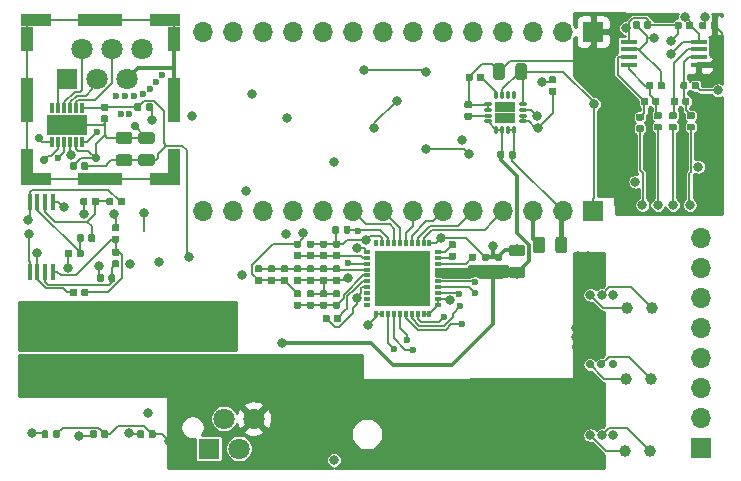
<source format=gbr>
G04 #@! TF.GenerationSoftware,KiCad,Pcbnew,5.0.2-bee76a0~70~ubuntu18.04.1*
G04 #@! TF.CreationDate,2019-11-21T20:22:08+01:00*
G04 #@! TF.ProjectId,board,626f6172-642e-46b6-9963-61645f706362,rev?*
G04 #@! TF.SameCoordinates,Original*
G04 #@! TF.FileFunction,Copper,L4,Bot*
G04 #@! TF.FilePolarity,Positive*
%FSLAX46Y46*%
G04 Gerber Fmt 4.6, Leading zero omitted, Abs format (unit mm)*
G04 Created by KiCad (PCBNEW 5.0.2-bee76a0~70~ubuntu18.04.1) date Thu 21 Nov 2019 08:22:08 PM CET*
%MOMM*%
%LPD*%
G01*
G04 APERTURE LIST*
G04 #@! TA.AperFunction,Conductor*
%ADD10C,0.100000*%
G04 #@! TD*
G04 #@! TA.AperFunction,SMDPad,CuDef*
%ADD11C,0.975000*%
G04 #@! TD*
G04 #@! TA.AperFunction,SMDPad,CuDef*
%ADD12R,1.150000X1.150000*%
G04 #@! TD*
G04 #@! TA.AperFunction,SMDPad,CuDef*
%ADD13R,0.300000X0.500000*%
G04 #@! TD*
G04 #@! TA.AperFunction,SMDPad,CuDef*
%ADD14R,0.500000X0.300000*%
G04 #@! TD*
G04 #@! TA.AperFunction,SMDPad,CuDef*
%ADD15R,1.450000X0.450000*%
G04 #@! TD*
G04 #@! TA.AperFunction,ComponentPad*
%ADD16O,1.700000X1.700000*%
G04 #@! TD*
G04 #@! TA.AperFunction,ComponentPad*
%ADD17R,1.700000X1.700000*%
G04 #@! TD*
G04 #@! TA.AperFunction,SMDPad,CuDef*
%ADD18R,0.304800X0.812800*%
G04 #@! TD*
G04 #@! TA.AperFunction,SMDPad,CuDef*
%ADD19R,3.403600X1.803400*%
G04 #@! TD*
G04 #@! TA.AperFunction,SMDPad,CuDef*
%ADD20C,0.590000*%
G04 #@! TD*
G04 #@! TA.AperFunction,SMDPad,CuDef*
%ADD21O,0.750000X0.300000*%
G04 #@! TD*
G04 #@! TA.AperFunction,SMDPad,CuDef*
%ADD22O,0.300000X0.750000*%
G04 #@! TD*
G04 #@! TA.AperFunction,SMDPad,CuDef*
%ADD23R,0.900000X0.900000*%
G04 #@! TD*
G04 #@! TA.AperFunction,SMDPad,CuDef*
%ADD24C,0.875000*%
G04 #@! TD*
G04 #@! TA.AperFunction,SMDPad,CuDef*
%ADD25R,3.500000X2.000000*%
G04 #@! TD*
G04 #@! TA.AperFunction,SMDPad,CuDef*
%ADD26R,6.000000X2.000000*%
G04 #@! TD*
G04 #@! TA.AperFunction,ComponentPad*
%ADD27C,1.800000*%
G04 #@! TD*
G04 #@! TA.AperFunction,ComponentPad*
%ADD28R,1.800000X1.800000*%
G04 #@! TD*
G04 #@! TA.AperFunction,BGAPad,CuDef*
%ADD29C,1.000000*%
G04 #@! TD*
G04 #@! TA.AperFunction,SMDPad,CuDef*
%ADD30R,1.000000X1.000000*%
G04 #@! TD*
G04 #@! TA.AperFunction,SMDPad,CuDef*
%ADD31R,1.650000X1.000000*%
G04 #@! TD*
G04 #@! TA.AperFunction,SMDPad,CuDef*
%ADD32R,3.800000X1.000000*%
G04 #@! TD*
G04 #@! TA.AperFunction,SMDPad,CuDef*
%ADD33R,1.000000X2.130000*%
G04 #@! TD*
G04 #@! TA.AperFunction,SMDPad,CuDef*
%ADD34R,1.000000X3.800000*%
G04 #@! TD*
G04 #@! TA.AperFunction,SMDPad,CuDef*
%ADD35R,0.450000X1.450000*%
G04 #@! TD*
G04 #@! TA.AperFunction,ViaPad*
%ADD36C,0.800000*%
G04 #@! TD*
G04 #@! TA.AperFunction,ViaPad*
%ADD37C,0.600000*%
G04 #@! TD*
G04 #@! TA.AperFunction,ViaPad*
%ADD38C,0.700000*%
G04 #@! TD*
G04 #@! TA.AperFunction,Conductor*
%ADD39C,0.152400*%
G04 #@! TD*
G04 #@! TA.AperFunction,Conductor*
%ADD40C,0.177800*%
G04 #@! TD*
G04 #@! TA.AperFunction,Conductor*
%ADD41C,0.300000*%
G04 #@! TD*
G04 #@! TA.AperFunction,Conductor*
%ADD42C,0.254000*%
G04 #@! TD*
G04 APERTURE END LIST*
D10*
G04 #@! TO.N,GND*
G04 #@! TO.C,C35*
G36*
X104493142Y-110336174D02*
X104516803Y-110339684D01*
X104540007Y-110345496D01*
X104562529Y-110353554D01*
X104584153Y-110363782D01*
X104604670Y-110376079D01*
X104623883Y-110390329D01*
X104641607Y-110406393D01*
X104657671Y-110424117D01*
X104671921Y-110443330D01*
X104684218Y-110463847D01*
X104694446Y-110485471D01*
X104702504Y-110507993D01*
X104708316Y-110531197D01*
X104711826Y-110554858D01*
X104713000Y-110578750D01*
X104713000Y-111066250D01*
X104711826Y-111090142D01*
X104708316Y-111113803D01*
X104702504Y-111137007D01*
X104694446Y-111159529D01*
X104684218Y-111181153D01*
X104671921Y-111201670D01*
X104657671Y-111220883D01*
X104641607Y-111238607D01*
X104623883Y-111254671D01*
X104604670Y-111268921D01*
X104584153Y-111281218D01*
X104562529Y-111291446D01*
X104540007Y-111299504D01*
X104516803Y-111305316D01*
X104493142Y-111308826D01*
X104469250Y-111310000D01*
X103556750Y-111310000D01*
X103532858Y-111308826D01*
X103509197Y-111305316D01*
X103485993Y-111299504D01*
X103463471Y-111291446D01*
X103441847Y-111281218D01*
X103421330Y-111268921D01*
X103402117Y-111254671D01*
X103384393Y-111238607D01*
X103368329Y-111220883D01*
X103354079Y-111201670D01*
X103341782Y-111181153D01*
X103331554Y-111159529D01*
X103323496Y-111137007D01*
X103317684Y-111113803D01*
X103314174Y-111090142D01*
X103313000Y-111066250D01*
X103313000Y-110578750D01*
X103314174Y-110554858D01*
X103317684Y-110531197D01*
X103323496Y-110507993D01*
X103331554Y-110485471D01*
X103341782Y-110463847D01*
X103354079Y-110443330D01*
X103368329Y-110424117D01*
X103384393Y-110406393D01*
X103402117Y-110390329D01*
X103421330Y-110376079D01*
X103441847Y-110363782D01*
X103463471Y-110353554D01*
X103485993Y-110345496D01*
X103509197Y-110339684D01*
X103532858Y-110336174D01*
X103556750Y-110335000D01*
X104469250Y-110335000D01*
X104493142Y-110336174D01*
X104493142Y-110336174D01*
G37*
D11*
G04 #@! TD*
G04 #@! TO.P,C35,2*
G04 #@! TO.N,GND*
X104013000Y-110822500D03*
D10*
G04 #@! TO.N,+3V3*
G04 #@! TO.C,C35*
G36*
X104493142Y-112211174D02*
X104516803Y-112214684D01*
X104540007Y-112220496D01*
X104562529Y-112228554D01*
X104584153Y-112238782D01*
X104604670Y-112251079D01*
X104623883Y-112265329D01*
X104641607Y-112281393D01*
X104657671Y-112299117D01*
X104671921Y-112318330D01*
X104684218Y-112338847D01*
X104694446Y-112360471D01*
X104702504Y-112382993D01*
X104708316Y-112406197D01*
X104711826Y-112429858D01*
X104713000Y-112453750D01*
X104713000Y-112941250D01*
X104711826Y-112965142D01*
X104708316Y-112988803D01*
X104702504Y-113012007D01*
X104694446Y-113034529D01*
X104684218Y-113056153D01*
X104671921Y-113076670D01*
X104657671Y-113095883D01*
X104641607Y-113113607D01*
X104623883Y-113129671D01*
X104604670Y-113143921D01*
X104584153Y-113156218D01*
X104562529Y-113166446D01*
X104540007Y-113174504D01*
X104516803Y-113180316D01*
X104493142Y-113183826D01*
X104469250Y-113185000D01*
X103556750Y-113185000D01*
X103532858Y-113183826D01*
X103509197Y-113180316D01*
X103485993Y-113174504D01*
X103463471Y-113166446D01*
X103441847Y-113156218D01*
X103421330Y-113143921D01*
X103402117Y-113129671D01*
X103384393Y-113113607D01*
X103368329Y-113095883D01*
X103354079Y-113076670D01*
X103341782Y-113056153D01*
X103331554Y-113034529D01*
X103323496Y-113012007D01*
X103317684Y-112988803D01*
X103314174Y-112965142D01*
X103313000Y-112941250D01*
X103313000Y-112453750D01*
X103314174Y-112429858D01*
X103317684Y-112406197D01*
X103323496Y-112382993D01*
X103331554Y-112360471D01*
X103341782Y-112338847D01*
X103354079Y-112318330D01*
X103368329Y-112299117D01*
X103384393Y-112281393D01*
X103402117Y-112265329D01*
X103421330Y-112251079D01*
X103441847Y-112238782D01*
X103463471Y-112228554D01*
X103485993Y-112220496D01*
X103509197Y-112214684D01*
X103532858Y-112211174D01*
X103556750Y-112210000D01*
X104469250Y-112210000D01*
X104493142Y-112211174D01*
X104493142Y-112211174D01*
G37*
D11*
G04 #@! TD*
G04 #@! TO.P,C35,1*
G04 #@! TO.N,+3V3*
X104013000Y-112697500D03*
D10*
G04 #@! TO.N,GND*
G04 #@! TO.C,C34*
G36*
X102588142Y-110336174D02*
X102611803Y-110339684D01*
X102635007Y-110345496D01*
X102657529Y-110353554D01*
X102679153Y-110363782D01*
X102699670Y-110376079D01*
X102718883Y-110390329D01*
X102736607Y-110406393D01*
X102752671Y-110424117D01*
X102766921Y-110443330D01*
X102779218Y-110463847D01*
X102789446Y-110485471D01*
X102797504Y-110507993D01*
X102803316Y-110531197D01*
X102806826Y-110554858D01*
X102808000Y-110578750D01*
X102808000Y-111066250D01*
X102806826Y-111090142D01*
X102803316Y-111113803D01*
X102797504Y-111137007D01*
X102789446Y-111159529D01*
X102779218Y-111181153D01*
X102766921Y-111201670D01*
X102752671Y-111220883D01*
X102736607Y-111238607D01*
X102718883Y-111254671D01*
X102699670Y-111268921D01*
X102679153Y-111281218D01*
X102657529Y-111291446D01*
X102635007Y-111299504D01*
X102611803Y-111305316D01*
X102588142Y-111308826D01*
X102564250Y-111310000D01*
X101651750Y-111310000D01*
X101627858Y-111308826D01*
X101604197Y-111305316D01*
X101580993Y-111299504D01*
X101558471Y-111291446D01*
X101536847Y-111281218D01*
X101516330Y-111268921D01*
X101497117Y-111254671D01*
X101479393Y-111238607D01*
X101463329Y-111220883D01*
X101449079Y-111201670D01*
X101436782Y-111181153D01*
X101426554Y-111159529D01*
X101418496Y-111137007D01*
X101412684Y-111113803D01*
X101409174Y-111090142D01*
X101408000Y-111066250D01*
X101408000Y-110578750D01*
X101409174Y-110554858D01*
X101412684Y-110531197D01*
X101418496Y-110507993D01*
X101426554Y-110485471D01*
X101436782Y-110463847D01*
X101449079Y-110443330D01*
X101463329Y-110424117D01*
X101479393Y-110406393D01*
X101497117Y-110390329D01*
X101516330Y-110376079D01*
X101536847Y-110363782D01*
X101558471Y-110353554D01*
X101580993Y-110345496D01*
X101604197Y-110339684D01*
X101627858Y-110336174D01*
X101651750Y-110335000D01*
X102564250Y-110335000D01*
X102588142Y-110336174D01*
X102588142Y-110336174D01*
G37*
D11*
G04 #@! TD*
G04 #@! TO.P,C34,2*
G04 #@! TO.N,GND*
X102108000Y-110822500D03*
D10*
G04 #@! TO.N,+3V3*
G04 #@! TO.C,C34*
G36*
X102588142Y-112211174D02*
X102611803Y-112214684D01*
X102635007Y-112220496D01*
X102657529Y-112228554D01*
X102679153Y-112238782D01*
X102699670Y-112251079D01*
X102718883Y-112265329D01*
X102736607Y-112281393D01*
X102752671Y-112299117D01*
X102766921Y-112318330D01*
X102779218Y-112338847D01*
X102789446Y-112360471D01*
X102797504Y-112382993D01*
X102803316Y-112406197D01*
X102806826Y-112429858D01*
X102808000Y-112453750D01*
X102808000Y-112941250D01*
X102806826Y-112965142D01*
X102803316Y-112988803D01*
X102797504Y-113012007D01*
X102789446Y-113034529D01*
X102779218Y-113056153D01*
X102766921Y-113076670D01*
X102752671Y-113095883D01*
X102736607Y-113113607D01*
X102718883Y-113129671D01*
X102699670Y-113143921D01*
X102679153Y-113156218D01*
X102657529Y-113166446D01*
X102635007Y-113174504D01*
X102611803Y-113180316D01*
X102588142Y-113183826D01*
X102564250Y-113185000D01*
X101651750Y-113185000D01*
X101627858Y-113183826D01*
X101604197Y-113180316D01*
X101580993Y-113174504D01*
X101558471Y-113166446D01*
X101536847Y-113156218D01*
X101516330Y-113143921D01*
X101497117Y-113129671D01*
X101479393Y-113113607D01*
X101463329Y-113095883D01*
X101449079Y-113076670D01*
X101436782Y-113056153D01*
X101426554Y-113034529D01*
X101418496Y-113012007D01*
X101412684Y-112988803D01*
X101409174Y-112965142D01*
X101408000Y-112941250D01*
X101408000Y-112453750D01*
X101409174Y-112429858D01*
X101412684Y-112406197D01*
X101418496Y-112382993D01*
X101426554Y-112360471D01*
X101436782Y-112338847D01*
X101449079Y-112318330D01*
X101463329Y-112299117D01*
X101479393Y-112281393D01*
X101497117Y-112265329D01*
X101516330Y-112251079D01*
X101536847Y-112238782D01*
X101558471Y-112228554D01*
X101580993Y-112220496D01*
X101604197Y-112214684D01*
X101627858Y-112211174D01*
X101651750Y-112210000D01*
X102564250Y-112210000D01*
X102588142Y-112211174D01*
X102588142Y-112211174D01*
G37*
D11*
G04 #@! TD*
G04 #@! TO.P,C34,1*
G04 #@! TO.N,+3V3*
X102108000Y-112697500D03*
D10*
G04 #@! TO.N,GND*
G04 #@! TO.C,C33*
G36*
X135862142Y-119861174D02*
X135885803Y-119864684D01*
X135909007Y-119870496D01*
X135931529Y-119878554D01*
X135953153Y-119888782D01*
X135973670Y-119901079D01*
X135992883Y-119915329D01*
X136010607Y-119931393D01*
X136026671Y-119949117D01*
X136040921Y-119968330D01*
X136053218Y-119988847D01*
X136063446Y-120010471D01*
X136071504Y-120032993D01*
X136077316Y-120056197D01*
X136080826Y-120079858D01*
X136082000Y-120103750D01*
X136082000Y-120591250D01*
X136080826Y-120615142D01*
X136077316Y-120638803D01*
X136071504Y-120662007D01*
X136063446Y-120684529D01*
X136053218Y-120706153D01*
X136040921Y-120726670D01*
X136026671Y-120745883D01*
X136010607Y-120763607D01*
X135992883Y-120779671D01*
X135973670Y-120793921D01*
X135953153Y-120806218D01*
X135931529Y-120816446D01*
X135909007Y-120824504D01*
X135885803Y-120830316D01*
X135862142Y-120833826D01*
X135838250Y-120835000D01*
X134925750Y-120835000D01*
X134901858Y-120833826D01*
X134878197Y-120830316D01*
X134854993Y-120824504D01*
X134832471Y-120816446D01*
X134810847Y-120806218D01*
X134790330Y-120793921D01*
X134771117Y-120779671D01*
X134753393Y-120763607D01*
X134737329Y-120745883D01*
X134723079Y-120726670D01*
X134710782Y-120706153D01*
X134700554Y-120684529D01*
X134692496Y-120662007D01*
X134686684Y-120638803D01*
X134683174Y-120615142D01*
X134682000Y-120591250D01*
X134682000Y-120103750D01*
X134683174Y-120079858D01*
X134686684Y-120056197D01*
X134692496Y-120032993D01*
X134700554Y-120010471D01*
X134710782Y-119988847D01*
X134723079Y-119968330D01*
X134737329Y-119949117D01*
X134753393Y-119931393D01*
X134771117Y-119915329D01*
X134790330Y-119901079D01*
X134810847Y-119888782D01*
X134832471Y-119878554D01*
X134854993Y-119870496D01*
X134878197Y-119864684D01*
X134901858Y-119861174D01*
X134925750Y-119860000D01*
X135838250Y-119860000D01*
X135862142Y-119861174D01*
X135862142Y-119861174D01*
G37*
D11*
G04 #@! TD*
G04 #@! TO.P,C33,2*
G04 #@! TO.N,GND*
X135382000Y-120347500D03*
D10*
G04 #@! TO.N,+36V*
G04 #@! TO.C,C33*
G36*
X135862142Y-121736174D02*
X135885803Y-121739684D01*
X135909007Y-121745496D01*
X135931529Y-121753554D01*
X135953153Y-121763782D01*
X135973670Y-121776079D01*
X135992883Y-121790329D01*
X136010607Y-121806393D01*
X136026671Y-121824117D01*
X136040921Y-121843330D01*
X136053218Y-121863847D01*
X136063446Y-121885471D01*
X136071504Y-121907993D01*
X136077316Y-121931197D01*
X136080826Y-121954858D01*
X136082000Y-121978750D01*
X136082000Y-122466250D01*
X136080826Y-122490142D01*
X136077316Y-122513803D01*
X136071504Y-122537007D01*
X136063446Y-122559529D01*
X136053218Y-122581153D01*
X136040921Y-122601670D01*
X136026671Y-122620883D01*
X136010607Y-122638607D01*
X135992883Y-122654671D01*
X135973670Y-122668921D01*
X135953153Y-122681218D01*
X135931529Y-122691446D01*
X135909007Y-122699504D01*
X135885803Y-122705316D01*
X135862142Y-122708826D01*
X135838250Y-122710000D01*
X134925750Y-122710000D01*
X134901858Y-122708826D01*
X134878197Y-122705316D01*
X134854993Y-122699504D01*
X134832471Y-122691446D01*
X134810847Y-122681218D01*
X134790330Y-122668921D01*
X134771117Y-122654671D01*
X134753393Y-122638607D01*
X134737329Y-122620883D01*
X134723079Y-122601670D01*
X134710782Y-122581153D01*
X134700554Y-122559529D01*
X134692496Y-122537007D01*
X134686684Y-122513803D01*
X134683174Y-122490142D01*
X134682000Y-122466250D01*
X134682000Y-121978750D01*
X134683174Y-121954858D01*
X134686684Y-121931197D01*
X134692496Y-121907993D01*
X134700554Y-121885471D01*
X134710782Y-121863847D01*
X134723079Y-121843330D01*
X134737329Y-121824117D01*
X134753393Y-121806393D01*
X134771117Y-121790329D01*
X134790330Y-121776079D01*
X134810847Y-121763782D01*
X134832471Y-121753554D01*
X134854993Y-121745496D01*
X134878197Y-121739684D01*
X134901858Y-121736174D01*
X134925750Y-121735000D01*
X135838250Y-121735000D01*
X135862142Y-121736174D01*
X135862142Y-121736174D01*
G37*
D11*
G04 #@! TD*
G04 #@! TO.P,C33,1*
G04 #@! TO.N,+36V*
X135382000Y-122222500D03*
D12*
G04 #@! TO.P,DRV8323H1,41*
G04 #@! TO.N,N/C*
X127439000Y-120996000D03*
X127439000Y-122146000D03*
X127439000Y-123296000D03*
X127439000Y-124446000D03*
X126289000Y-120996000D03*
X126289000Y-122146000D03*
X126289000Y-123296000D03*
X126289000Y-124446000D03*
X125139000Y-120996000D03*
X125139000Y-122146000D03*
X125139000Y-123296000D03*
X125139000Y-124446000D03*
X123989000Y-120996000D03*
X123989000Y-122146000D03*
X123989000Y-123296000D03*
X123989000Y-124446000D03*
D13*
G04 #@! TO.P,DRV8323H1,40*
G04 #@! TO.N,GND*
X127964000Y-119721000D03*
G04 #@! TO.P,DRV8323H1,39*
G04 #@! TO.N,INLC*
X127464000Y-119721000D03*
G04 #@! TO.P,DRV8323H1,38*
G04 #@! TO.N,INHC*
X126964000Y-119721000D03*
G04 #@! TO.P,DRV8323H1,37*
G04 #@! TO.N,INLB*
X126464000Y-119721000D03*
G04 #@! TO.P,DRV8323H1,36*
G04 #@! TO.N,INHB*
X125964000Y-119721000D03*
G04 #@! TO.P,DRV8323H1,35*
G04 #@! TO.N,INLA*
X125464000Y-119721000D03*
G04 #@! TO.P,DRV8323H1,34*
G04 #@! TO.N,INHA*
X124964000Y-119721000D03*
G04 #@! TO.P,DRV8323H1,33*
G04 #@! TO.N,Net-(C5-Pad2)*
X124464000Y-119721000D03*
G04 #@! TO.P,DRV8323H1,32*
G04 #@! TO.N,GND*
X123964000Y-119721000D03*
G04 #@! TO.P,DRV8323H1,31*
G04 #@! TO.N,Net-(DRV8323H1-Pad31)*
X123464000Y-119721000D03*
D14*
G04 #@! TO.P,DRV8323H1,30*
G04 #@! TO.N,+3V3*
X122714000Y-120471000D03*
G04 #@! TO.P,DRV8323H1,29*
G04 #@! TO.N,Net-(DRV8323H1-Pad29)*
X122714000Y-120971000D03*
G04 #@! TO.P,DRV8323H1,28*
G04 #@! TO.N,Net-(C5-Pad2)*
X122714000Y-121471000D03*
G04 #@! TO.P,DRV8323H1,27*
G04 #@! TO.N,Net-(DRV8323H1-Pad27)*
X122714000Y-121971000D03*
G04 #@! TO.P,DRV8323H1,26*
G04 #@! TO.N,Net-(DRV8323H1-Pad26)*
X122714000Y-122471000D03*
G04 #@! TO.P,DRV8323H1,25*
G04 #@! TO.N,Net-(DRV8323H1-Pad25)*
X122714000Y-122971000D03*
G04 #@! TO.P,DRV8323H1,24*
G04 #@! TO.N,+3V3*
X122714000Y-123471000D03*
G04 #@! TO.P,DRV8323H1,23*
G04 #@! TO.N,/mosfet_bridges/SOA*
X122714000Y-123971000D03*
G04 #@! TO.P,DRV8323H1,22*
G04 #@! TO.N,/mosfet_bridges/SOB*
X122714000Y-124471000D03*
G04 #@! TO.P,DRV8323H1,21*
G04 #@! TO.N,/mosfet_bridges/SOC*
X122714000Y-124971000D03*
D13*
G04 #@! TO.P,DRV8323H1,20*
G04 #@! TO.N,GND*
X123464000Y-125721000D03*
G04 #@! TO.P,DRV8323H1,19*
X123964000Y-125721000D03*
G04 #@! TO.P,DRV8323H1,18*
G04 #@! TO.N,/mosfet_bridges/GLC*
X124464000Y-125721000D03*
G04 #@! TO.P,DRV8323H1,17*
G04 #@! TO.N,/PH3*
X124964000Y-125721000D03*
G04 #@! TO.P,DRV8323H1,16*
G04 #@! TO.N,/mosfet_bridges/GHC*
X125464000Y-125721000D03*
G04 #@! TO.P,DRV8323H1,15*
G04 #@! TO.N,/mosfet_bridges/GHB*
X125964000Y-125721000D03*
G04 #@! TO.P,DRV8323H1,14*
G04 #@! TO.N,/PH2*
X126464000Y-125721000D03*
G04 #@! TO.P,DRV8323H1,13*
G04 #@! TO.N,/mosfet_bridges/GLB*
X126964000Y-125721000D03*
G04 #@! TO.P,DRV8323H1,12*
G04 #@! TO.N,GND*
X127464000Y-125721000D03*
G04 #@! TO.P,DRV8323H1,11*
X127964000Y-125721000D03*
D14*
G04 #@! TO.P,DRV8323H1,10*
X128714000Y-124971000D03*
G04 #@! TO.P,DRV8323H1,9*
X128714000Y-124471000D03*
G04 #@! TO.P,DRV8323H1,8*
G04 #@! TO.N,/mosfet_bridges/GLA*
X128714000Y-123971000D03*
G04 #@! TO.P,DRV8323H1,7*
G04 #@! TO.N,/PH1*
X128714000Y-123471000D03*
G04 #@! TO.P,DRV8323H1,6*
G04 #@! TO.N,/mosfet_bridges/GHA*
X128714000Y-122971000D03*
G04 #@! TO.P,DRV8323H1,5*
G04 #@! TO.N,+36V*
X128714000Y-122471000D03*
G04 #@! TO.P,DRV8323H1,4*
X128714000Y-121971000D03*
G04 #@! TO.P,DRV8323H1,3*
G04 #@! TO.N,Net-(C3-Pad1)*
X128714000Y-121471000D03*
G04 #@! TO.P,DRV8323H1,2*
G04 #@! TO.N,Net-(C4-Pad2)*
X128714000Y-120971000D03*
G04 #@! TO.P,DRV8323H1,1*
G04 #@! TO.N,Net-(C4-Pad1)*
X128714000Y-120471000D03*
G04 #@! TD*
D10*
G04 #@! TO.N,GND*
G04 #@! TO.C,C31*
G36*
X139381142Y-119189174D02*
X139404803Y-119192684D01*
X139428007Y-119198496D01*
X139450529Y-119206554D01*
X139472153Y-119216782D01*
X139492670Y-119229079D01*
X139511883Y-119243329D01*
X139529607Y-119259393D01*
X139545671Y-119277117D01*
X139559921Y-119296330D01*
X139572218Y-119316847D01*
X139582446Y-119338471D01*
X139590504Y-119360993D01*
X139596316Y-119384197D01*
X139599826Y-119407858D01*
X139601000Y-119431750D01*
X139601000Y-120344250D01*
X139599826Y-120368142D01*
X139596316Y-120391803D01*
X139590504Y-120415007D01*
X139582446Y-120437529D01*
X139572218Y-120459153D01*
X139559921Y-120479670D01*
X139545671Y-120498883D01*
X139529607Y-120516607D01*
X139511883Y-120532671D01*
X139492670Y-120546921D01*
X139472153Y-120559218D01*
X139450529Y-120569446D01*
X139428007Y-120577504D01*
X139404803Y-120583316D01*
X139381142Y-120586826D01*
X139357250Y-120588000D01*
X138869750Y-120588000D01*
X138845858Y-120586826D01*
X138822197Y-120583316D01*
X138798993Y-120577504D01*
X138776471Y-120569446D01*
X138754847Y-120559218D01*
X138734330Y-120546921D01*
X138715117Y-120532671D01*
X138697393Y-120516607D01*
X138681329Y-120498883D01*
X138667079Y-120479670D01*
X138654782Y-120459153D01*
X138644554Y-120437529D01*
X138636496Y-120415007D01*
X138630684Y-120391803D01*
X138627174Y-120368142D01*
X138626000Y-120344250D01*
X138626000Y-119431750D01*
X138627174Y-119407858D01*
X138630684Y-119384197D01*
X138636496Y-119360993D01*
X138644554Y-119338471D01*
X138654782Y-119316847D01*
X138667079Y-119296330D01*
X138681329Y-119277117D01*
X138697393Y-119259393D01*
X138715117Y-119243329D01*
X138734330Y-119229079D01*
X138754847Y-119216782D01*
X138776471Y-119206554D01*
X138798993Y-119198496D01*
X138822197Y-119192684D01*
X138845858Y-119189174D01*
X138869750Y-119188000D01*
X139357250Y-119188000D01*
X139381142Y-119189174D01*
X139381142Y-119189174D01*
G37*
D11*
G04 #@! TD*
G04 #@! TO.P,C31,2*
G04 #@! TO.N,GND*
X139113500Y-119888000D03*
D10*
G04 #@! TO.N,+3V3*
G04 #@! TO.C,C31*
G36*
X137506142Y-119189174D02*
X137529803Y-119192684D01*
X137553007Y-119198496D01*
X137575529Y-119206554D01*
X137597153Y-119216782D01*
X137617670Y-119229079D01*
X137636883Y-119243329D01*
X137654607Y-119259393D01*
X137670671Y-119277117D01*
X137684921Y-119296330D01*
X137697218Y-119316847D01*
X137707446Y-119338471D01*
X137715504Y-119360993D01*
X137721316Y-119384197D01*
X137724826Y-119407858D01*
X137726000Y-119431750D01*
X137726000Y-120344250D01*
X137724826Y-120368142D01*
X137721316Y-120391803D01*
X137715504Y-120415007D01*
X137707446Y-120437529D01*
X137697218Y-120459153D01*
X137684921Y-120479670D01*
X137670671Y-120498883D01*
X137654607Y-120516607D01*
X137636883Y-120532671D01*
X137617670Y-120546921D01*
X137597153Y-120559218D01*
X137575529Y-120569446D01*
X137553007Y-120577504D01*
X137529803Y-120583316D01*
X137506142Y-120586826D01*
X137482250Y-120588000D01*
X136994750Y-120588000D01*
X136970858Y-120586826D01*
X136947197Y-120583316D01*
X136923993Y-120577504D01*
X136901471Y-120569446D01*
X136879847Y-120559218D01*
X136859330Y-120546921D01*
X136840117Y-120532671D01*
X136822393Y-120516607D01*
X136806329Y-120498883D01*
X136792079Y-120479670D01*
X136779782Y-120459153D01*
X136769554Y-120437529D01*
X136761496Y-120415007D01*
X136755684Y-120391803D01*
X136752174Y-120368142D01*
X136751000Y-120344250D01*
X136751000Y-119431750D01*
X136752174Y-119407858D01*
X136755684Y-119384197D01*
X136761496Y-119360993D01*
X136769554Y-119338471D01*
X136779782Y-119316847D01*
X136792079Y-119296330D01*
X136806329Y-119277117D01*
X136822393Y-119259393D01*
X136840117Y-119243329D01*
X136859330Y-119229079D01*
X136879847Y-119216782D01*
X136901471Y-119206554D01*
X136923993Y-119198496D01*
X136947197Y-119192684D01*
X136970858Y-119189174D01*
X136994750Y-119188000D01*
X137482250Y-119188000D01*
X137506142Y-119189174D01*
X137506142Y-119189174D01*
G37*
D11*
G04 #@! TD*
G04 #@! TO.P,C31,1*
G04 #@! TO.N,+3V3*
X137238500Y-119888000D03*
D15*
G04 #@! TO.P,U2,1*
G04 #@! TO.N,/Encoder0_A*
X150746200Y-102683800D03*
G04 #@! TO.P,U2,2*
G04 #@! TO.N,Net-(R11-Pad2)*
X150746200Y-103333800D03*
G04 #@! TO.P,U2,3*
G04 #@! TO.N,Net-(R10-Pad2)*
X150746200Y-103983800D03*
G04 #@! TO.P,U2,4*
G04 #@! TO.N,GND*
X150746200Y-104633800D03*
G04 #@! TO.P,U2,5*
G04 #@! TO.N,Net-(R13-Pad1)*
X144846200Y-104633800D03*
G04 #@! TO.P,U2,6*
G04 #@! TO.N,Net-(R13-Pad2)*
X144846200Y-103983800D03*
G04 #@! TO.P,U2,7*
G04 #@! TO.N,/Encoder0_B*
X144846200Y-103333800D03*
G04 #@! TO.P,U2,8*
G04 #@! TO.N,+3V3*
X144846200Y-102683800D03*
G04 #@! TD*
D16*
G04 #@! TO.P,J6,14*
G04 #@! TO.N,RX*
X108798000Y-101836000D03*
G04 #@! TO.P,J6,13*
G04 #@! TO.N,TX*
X111338000Y-101836000D03*
G04 #@! TO.P,J6,12*
G04 #@! TO.N,/DE*
X113878000Y-101836000D03*
G04 #@! TO.P,J6,11*
G04 #@! TO.N,/Encoder1_A*
X116418000Y-101836000D03*
G04 #@! TO.P,J6,10*
G04 #@! TO.N,/Encoder1_B*
X118958000Y-101836000D03*
G04 #@! TO.P,J6,9*
G04 #@! TO.N,/NEOPXL*
X121498000Y-101836000D03*
G04 #@! TO.P,J6,8*
G04 #@! TO.N,/Encoder1_I*
X124038000Y-101836000D03*
G04 #@! TO.P,J6,7*
G04 #@! TO.N,/Encoder0_I*
X126578000Y-101836000D03*
G04 #@! TO.P,J6,6*
G04 #@! TO.N,/HALL1*
X129118000Y-101836000D03*
G04 #@! TO.P,J6,5*
G04 #@! TO.N,/HALL2*
X131658000Y-101836000D03*
G04 #@! TO.P,J6,4*
G04 #@! TO.N,/HALL3*
X134198000Y-101836000D03*
G04 #@! TO.P,J6,3*
G04 #@! TO.N,/Encoder0_A*
X136738000Y-101836000D03*
G04 #@! TO.P,J6,2*
G04 #@! TO.N,/Encoder0_B*
X139278000Y-101836000D03*
D17*
G04 #@! TO.P,J6,1*
G04 #@! TO.N,GND*
X141818000Y-101836000D03*
G04 #@! TD*
D18*
G04 #@! TO.P,U1,1*
G04 #@! TO.N,RX*
X98532000Y-111175800D03*
G04 #@! TO.P,U1,2*
G04 #@! TO.N,GND*
X98032000Y-111175800D03*
G04 #@! TO.P,U1,3*
G04 #@! TO.N,/DE*
X97532000Y-111175800D03*
G04 #@! TO.P,U1,4*
G04 #@! TO.N,TX*
X97032000Y-111175800D03*
G04 #@! TO.P,U1,5*
G04 #@! TO.N,/term_te*
X96532000Y-111175800D03*
G04 #@! TO.P,U1,6*
G04 #@! TO.N,GND*
X96032000Y-111175800D03*
G04 #@! TO.P,U1,7*
G04 #@! TO.N,Net-(U1-Pad7)*
X96032000Y-108280200D03*
G04 #@! TO.P,U1,8*
G04 #@! TO.N,/l_TX*
X96532000Y-108280200D03*
G04 #@! TO.P,U1,9*
G04 #@! TO.N,/h_TX*
X97032000Y-108280200D03*
G04 #@! TO.P,U1,10*
G04 #@! TO.N,/l_RX*
X97532000Y-108280200D03*
G04 #@! TO.P,U1,11*
G04 #@! TO.N,/h_RX*
X98032000Y-108280200D03*
G04 #@! TO.P,U1,12*
G04 #@! TO.N,+3V3*
X98532000Y-108280200D03*
D19*
G04 #@! TO.P,U1,13*
G04 #@! TO.N,GND*
X97282000Y-109728000D03*
G04 #@! TD*
D10*
G04 #@! TO.N,GND*
G04 #@! TO.C,R21*
G36*
X119186958Y-119520710D02*
X119201276Y-119522834D01*
X119215317Y-119526351D01*
X119228946Y-119531228D01*
X119242031Y-119537417D01*
X119254447Y-119544858D01*
X119266073Y-119553481D01*
X119276798Y-119563202D01*
X119286519Y-119573927D01*
X119295142Y-119585553D01*
X119302583Y-119597969D01*
X119308772Y-119611054D01*
X119313649Y-119624683D01*
X119317166Y-119638724D01*
X119319290Y-119653042D01*
X119320000Y-119667500D01*
X119320000Y-119962500D01*
X119319290Y-119976958D01*
X119317166Y-119991276D01*
X119313649Y-120005317D01*
X119308772Y-120018946D01*
X119302583Y-120032031D01*
X119295142Y-120044447D01*
X119286519Y-120056073D01*
X119276798Y-120066798D01*
X119266073Y-120076519D01*
X119254447Y-120085142D01*
X119242031Y-120092583D01*
X119228946Y-120098772D01*
X119215317Y-120103649D01*
X119201276Y-120107166D01*
X119186958Y-120109290D01*
X119172500Y-120110000D01*
X118827500Y-120110000D01*
X118813042Y-120109290D01*
X118798724Y-120107166D01*
X118784683Y-120103649D01*
X118771054Y-120098772D01*
X118757969Y-120092583D01*
X118745553Y-120085142D01*
X118733927Y-120076519D01*
X118723202Y-120066798D01*
X118713481Y-120056073D01*
X118704858Y-120044447D01*
X118697417Y-120032031D01*
X118691228Y-120018946D01*
X118686351Y-120005317D01*
X118682834Y-119991276D01*
X118680710Y-119976958D01*
X118680000Y-119962500D01*
X118680000Y-119667500D01*
X118680710Y-119653042D01*
X118682834Y-119638724D01*
X118686351Y-119624683D01*
X118691228Y-119611054D01*
X118697417Y-119597969D01*
X118704858Y-119585553D01*
X118713481Y-119573927D01*
X118723202Y-119563202D01*
X118733927Y-119553481D01*
X118745553Y-119544858D01*
X118757969Y-119537417D01*
X118771054Y-119531228D01*
X118784683Y-119526351D01*
X118798724Y-119522834D01*
X118813042Y-119520710D01*
X118827500Y-119520000D01*
X119172500Y-119520000D01*
X119186958Y-119520710D01*
X119186958Y-119520710D01*
G37*
D20*
G04 #@! TD*
G04 #@! TO.P,R21,1*
G04 #@! TO.N,GND*
X119000000Y-119815000D03*
D10*
G04 #@! TO.N,Net-(DRV8323H1-Pad29)*
G04 #@! TO.C,R21*
G36*
X119186958Y-120490710D02*
X119201276Y-120492834D01*
X119215317Y-120496351D01*
X119228946Y-120501228D01*
X119242031Y-120507417D01*
X119254447Y-120514858D01*
X119266073Y-120523481D01*
X119276798Y-120533202D01*
X119286519Y-120543927D01*
X119295142Y-120555553D01*
X119302583Y-120567969D01*
X119308772Y-120581054D01*
X119313649Y-120594683D01*
X119317166Y-120608724D01*
X119319290Y-120623042D01*
X119320000Y-120637500D01*
X119320000Y-120932500D01*
X119319290Y-120946958D01*
X119317166Y-120961276D01*
X119313649Y-120975317D01*
X119308772Y-120988946D01*
X119302583Y-121002031D01*
X119295142Y-121014447D01*
X119286519Y-121026073D01*
X119276798Y-121036798D01*
X119266073Y-121046519D01*
X119254447Y-121055142D01*
X119242031Y-121062583D01*
X119228946Y-121068772D01*
X119215317Y-121073649D01*
X119201276Y-121077166D01*
X119186958Y-121079290D01*
X119172500Y-121080000D01*
X118827500Y-121080000D01*
X118813042Y-121079290D01*
X118798724Y-121077166D01*
X118784683Y-121073649D01*
X118771054Y-121068772D01*
X118757969Y-121062583D01*
X118745553Y-121055142D01*
X118733927Y-121046519D01*
X118723202Y-121036798D01*
X118713481Y-121026073D01*
X118704858Y-121014447D01*
X118697417Y-121002031D01*
X118691228Y-120988946D01*
X118686351Y-120975317D01*
X118682834Y-120961276D01*
X118680710Y-120946958D01*
X118680000Y-120932500D01*
X118680000Y-120637500D01*
X118680710Y-120623042D01*
X118682834Y-120608724D01*
X118686351Y-120594683D01*
X118691228Y-120581054D01*
X118697417Y-120567969D01*
X118704858Y-120555553D01*
X118713481Y-120543927D01*
X118723202Y-120533202D01*
X118733927Y-120523481D01*
X118745553Y-120514858D01*
X118757969Y-120507417D01*
X118771054Y-120501228D01*
X118784683Y-120496351D01*
X118798724Y-120492834D01*
X118813042Y-120490710D01*
X118827500Y-120490000D01*
X119172500Y-120490000D01*
X119186958Y-120490710D01*
X119186958Y-120490710D01*
G37*
D20*
G04 #@! TD*
G04 #@! TO.P,R21,2*
G04 #@! TO.N,Net-(DRV8323H1-Pad29)*
X119000000Y-120785000D03*
D10*
G04 #@! TO.N,Net-(DRV8323H1-Pad29)*
G04 #@! TO.C,R20*
G36*
X118086958Y-120490710D02*
X118101276Y-120492834D01*
X118115317Y-120496351D01*
X118128946Y-120501228D01*
X118142031Y-120507417D01*
X118154447Y-120514858D01*
X118166073Y-120523481D01*
X118176798Y-120533202D01*
X118186519Y-120543927D01*
X118195142Y-120555553D01*
X118202583Y-120567969D01*
X118208772Y-120581054D01*
X118213649Y-120594683D01*
X118217166Y-120608724D01*
X118219290Y-120623042D01*
X118220000Y-120637500D01*
X118220000Y-120932500D01*
X118219290Y-120946958D01*
X118217166Y-120961276D01*
X118213649Y-120975317D01*
X118208772Y-120988946D01*
X118202583Y-121002031D01*
X118195142Y-121014447D01*
X118186519Y-121026073D01*
X118176798Y-121036798D01*
X118166073Y-121046519D01*
X118154447Y-121055142D01*
X118142031Y-121062583D01*
X118128946Y-121068772D01*
X118115317Y-121073649D01*
X118101276Y-121077166D01*
X118086958Y-121079290D01*
X118072500Y-121080000D01*
X117727500Y-121080000D01*
X117713042Y-121079290D01*
X117698724Y-121077166D01*
X117684683Y-121073649D01*
X117671054Y-121068772D01*
X117657969Y-121062583D01*
X117645553Y-121055142D01*
X117633927Y-121046519D01*
X117623202Y-121036798D01*
X117613481Y-121026073D01*
X117604858Y-121014447D01*
X117597417Y-121002031D01*
X117591228Y-120988946D01*
X117586351Y-120975317D01*
X117582834Y-120961276D01*
X117580710Y-120946958D01*
X117580000Y-120932500D01*
X117580000Y-120637500D01*
X117580710Y-120623042D01*
X117582834Y-120608724D01*
X117586351Y-120594683D01*
X117591228Y-120581054D01*
X117597417Y-120567969D01*
X117604858Y-120555553D01*
X117613481Y-120543927D01*
X117623202Y-120533202D01*
X117633927Y-120523481D01*
X117645553Y-120514858D01*
X117657969Y-120507417D01*
X117671054Y-120501228D01*
X117684683Y-120496351D01*
X117698724Y-120492834D01*
X117713042Y-120490710D01*
X117727500Y-120490000D01*
X118072500Y-120490000D01*
X118086958Y-120490710D01*
X118086958Y-120490710D01*
G37*
D20*
G04 #@! TD*
G04 #@! TO.P,R20,2*
G04 #@! TO.N,Net-(DRV8323H1-Pad29)*
X117900000Y-120785000D03*
D10*
G04 #@! TO.N,GND*
G04 #@! TO.C,R20*
G36*
X118086958Y-119520710D02*
X118101276Y-119522834D01*
X118115317Y-119526351D01*
X118128946Y-119531228D01*
X118142031Y-119537417D01*
X118154447Y-119544858D01*
X118166073Y-119553481D01*
X118176798Y-119563202D01*
X118186519Y-119573927D01*
X118195142Y-119585553D01*
X118202583Y-119597969D01*
X118208772Y-119611054D01*
X118213649Y-119624683D01*
X118217166Y-119638724D01*
X118219290Y-119653042D01*
X118220000Y-119667500D01*
X118220000Y-119962500D01*
X118219290Y-119976958D01*
X118217166Y-119991276D01*
X118213649Y-120005317D01*
X118208772Y-120018946D01*
X118202583Y-120032031D01*
X118195142Y-120044447D01*
X118186519Y-120056073D01*
X118176798Y-120066798D01*
X118166073Y-120076519D01*
X118154447Y-120085142D01*
X118142031Y-120092583D01*
X118128946Y-120098772D01*
X118115317Y-120103649D01*
X118101276Y-120107166D01*
X118086958Y-120109290D01*
X118072500Y-120110000D01*
X117727500Y-120110000D01*
X117713042Y-120109290D01*
X117698724Y-120107166D01*
X117684683Y-120103649D01*
X117671054Y-120098772D01*
X117657969Y-120092583D01*
X117645553Y-120085142D01*
X117633927Y-120076519D01*
X117623202Y-120066798D01*
X117613481Y-120056073D01*
X117604858Y-120044447D01*
X117597417Y-120032031D01*
X117591228Y-120018946D01*
X117586351Y-120005317D01*
X117582834Y-119991276D01*
X117580710Y-119976958D01*
X117580000Y-119962500D01*
X117580000Y-119667500D01*
X117580710Y-119653042D01*
X117582834Y-119638724D01*
X117586351Y-119624683D01*
X117591228Y-119611054D01*
X117597417Y-119597969D01*
X117604858Y-119585553D01*
X117613481Y-119573927D01*
X117623202Y-119563202D01*
X117633927Y-119553481D01*
X117645553Y-119544858D01*
X117657969Y-119537417D01*
X117671054Y-119531228D01*
X117684683Y-119526351D01*
X117698724Y-119522834D01*
X117713042Y-119520710D01*
X117727500Y-119520000D01*
X118072500Y-119520000D01*
X118086958Y-119520710D01*
X118086958Y-119520710D01*
G37*
D20*
G04 #@! TD*
G04 #@! TO.P,R20,1*
G04 #@! TO.N,GND*
X117900000Y-119815000D03*
D10*
G04 #@! TO.N,Net-(DRV8323H1-Pad26)*
G04 #@! TO.C,R25*
G36*
X119186958Y-124690710D02*
X119201276Y-124692834D01*
X119215317Y-124696351D01*
X119228946Y-124701228D01*
X119242031Y-124707417D01*
X119254447Y-124714858D01*
X119266073Y-124723481D01*
X119276798Y-124733202D01*
X119286519Y-124743927D01*
X119295142Y-124755553D01*
X119302583Y-124767969D01*
X119308772Y-124781054D01*
X119313649Y-124794683D01*
X119317166Y-124808724D01*
X119319290Y-124823042D01*
X119320000Y-124837500D01*
X119320000Y-125132500D01*
X119319290Y-125146958D01*
X119317166Y-125161276D01*
X119313649Y-125175317D01*
X119308772Y-125188946D01*
X119302583Y-125202031D01*
X119295142Y-125214447D01*
X119286519Y-125226073D01*
X119276798Y-125236798D01*
X119266073Y-125246519D01*
X119254447Y-125255142D01*
X119242031Y-125262583D01*
X119228946Y-125268772D01*
X119215317Y-125273649D01*
X119201276Y-125277166D01*
X119186958Y-125279290D01*
X119172500Y-125280000D01*
X118827500Y-125280000D01*
X118813042Y-125279290D01*
X118798724Y-125277166D01*
X118784683Y-125273649D01*
X118771054Y-125268772D01*
X118757969Y-125262583D01*
X118745553Y-125255142D01*
X118733927Y-125246519D01*
X118723202Y-125236798D01*
X118713481Y-125226073D01*
X118704858Y-125214447D01*
X118697417Y-125202031D01*
X118691228Y-125188946D01*
X118686351Y-125175317D01*
X118682834Y-125161276D01*
X118680710Y-125146958D01*
X118680000Y-125132500D01*
X118680000Y-124837500D01*
X118680710Y-124823042D01*
X118682834Y-124808724D01*
X118686351Y-124794683D01*
X118691228Y-124781054D01*
X118697417Y-124767969D01*
X118704858Y-124755553D01*
X118713481Y-124743927D01*
X118723202Y-124733202D01*
X118733927Y-124723481D01*
X118745553Y-124714858D01*
X118757969Y-124707417D01*
X118771054Y-124701228D01*
X118784683Y-124696351D01*
X118798724Y-124692834D01*
X118813042Y-124690710D01*
X118827500Y-124690000D01*
X119172500Y-124690000D01*
X119186958Y-124690710D01*
X119186958Y-124690710D01*
G37*
D20*
G04 #@! TD*
G04 #@! TO.P,R25,2*
G04 #@! TO.N,Net-(DRV8323H1-Pad26)*
X119000000Y-124985000D03*
D10*
G04 #@! TO.N,GND*
G04 #@! TO.C,R25*
G36*
X119186958Y-123720710D02*
X119201276Y-123722834D01*
X119215317Y-123726351D01*
X119228946Y-123731228D01*
X119242031Y-123737417D01*
X119254447Y-123744858D01*
X119266073Y-123753481D01*
X119276798Y-123763202D01*
X119286519Y-123773927D01*
X119295142Y-123785553D01*
X119302583Y-123797969D01*
X119308772Y-123811054D01*
X119313649Y-123824683D01*
X119317166Y-123838724D01*
X119319290Y-123853042D01*
X119320000Y-123867500D01*
X119320000Y-124162500D01*
X119319290Y-124176958D01*
X119317166Y-124191276D01*
X119313649Y-124205317D01*
X119308772Y-124218946D01*
X119302583Y-124232031D01*
X119295142Y-124244447D01*
X119286519Y-124256073D01*
X119276798Y-124266798D01*
X119266073Y-124276519D01*
X119254447Y-124285142D01*
X119242031Y-124292583D01*
X119228946Y-124298772D01*
X119215317Y-124303649D01*
X119201276Y-124307166D01*
X119186958Y-124309290D01*
X119172500Y-124310000D01*
X118827500Y-124310000D01*
X118813042Y-124309290D01*
X118798724Y-124307166D01*
X118784683Y-124303649D01*
X118771054Y-124298772D01*
X118757969Y-124292583D01*
X118745553Y-124285142D01*
X118733927Y-124276519D01*
X118723202Y-124266798D01*
X118713481Y-124256073D01*
X118704858Y-124244447D01*
X118697417Y-124232031D01*
X118691228Y-124218946D01*
X118686351Y-124205317D01*
X118682834Y-124191276D01*
X118680710Y-124176958D01*
X118680000Y-124162500D01*
X118680000Y-123867500D01*
X118680710Y-123853042D01*
X118682834Y-123838724D01*
X118686351Y-123824683D01*
X118691228Y-123811054D01*
X118697417Y-123797969D01*
X118704858Y-123785553D01*
X118713481Y-123773927D01*
X118723202Y-123763202D01*
X118733927Y-123753481D01*
X118745553Y-123744858D01*
X118757969Y-123737417D01*
X118771054Y-123731228D01*
X118784683Y-123726351D01*
X118798724Y-123722834D01*
X118813042Y-123720710D01*
X118827500Y-123720000D01*
X119172500Y-123720000D01*
X119186958Y-123720710D01*
X119186958Y-123720710D01*
G37*
D20*
G04 #@! TD*
G04 #@! TO.P,R25,1*
G04 #@! TO.N,GND*
X119000000Y-124015000D03*
D10*
G04 #@! TO.N,+3V3*
G04 #@! TO.C,R27*
G36*
X103435958Y-107884710D02*
X103450276Y-107886834D01*
X103464317Y-107890351D01*
X103477946Y-107895228D01*
X103491031Y-107901417D01*
X103503447Y-107908858D01*
X103515073Y-107917481D01*
X103525798Y-107927202D01*
X103535519Y-107937927D01*
X103544142Y-107949553D01*
X103551583Y-107961969D01*
X103557772Y-107975054D01*
X103562649Y-107988683D01*
X103566166Y-108002724D01*
X103568290Y-108017042D01*
X103569000Y-108031500D01*
X103569000Y-108376500D01*
X103568290Y-108390958D01*
X103566166Y-108405276D01*
X103562649Y-108419317D01*
X103557772Y-108432946D01*
X103551583Y-108446031D01*
X103544142Y-108458447D01*
X103535519Y-108470073D01*
X103525798Y-108480798D01*
X103515073Y-108490519D01*
X103503447Y-108499142D01*
X103491031Y-108506583D01*
X103477946Y-108512772D01*
X103464317Y-108517649D01*
X103450276Y-108521166D01*
X103435958Y-108523290D01*
X103421500Y-108524000D01*
X103126500Y-108524000D01*
X103112042Y-108523290D01*
X103097724Y-108521166D01*
X103083683Y-108517649D01*
X103070054Y-108512772D01*
X103056969Y-108506583D01*
X103044553Y-108499142D01*
X103032927Y-108490519D01*
X103022202Y-108480798D01*
X103012481Y-108470073D01*
X103003858Y-108458447D01*
X102996417Y-108446031D01*
X102990228Y-108432946D01*
X102985351Y-108419317D01*
X102981834Y-108405276D01*
X102979710Y-108390958D01*
X102979000Y-108376500D01*
X102979000Y-108031500D01*
X102979710Y-108017042D01*
X102981834Y-108002724D01*
X102985351Y-107988683D01*
X102990228Y-107975054D01*
X102996417Y-107961969D01*
X103003858Y-107949553D01*
X103012481Y-107937927D01*
X103022202Y-107927202D01*
X103032927Y-107917481D01*
X103044553Y-107908858D01*
X103056969Y-107901417D01*
X103070054Y-107895228D01*
X103083683Y-107890351D01*
X103097724Y-107886834D01*
X103112042Y-107884710D01*
X103126500Y-107884000D01*
X103421500Y-107884000D01*
X103435958Y-107884710D01*
X103435958Y-107884710D01*
G37*
D20*
G04 #@! TD*
G04 #@! TO.P,R27,2*
G04 #@! TO.N,+3V3*
X103274000Y-108204000D03*
D10*
G04 #@! TO.N,/term_te*
G04 #@! TO.C,R27*
G36*
X104405958Y-107884710D02*
X104420276Y-107886834D01*
X104434317Y-107890351D01*
X104447946Y-107895228D01*
X104461031Y-107901417D01*
X104473447Y-107908858D01*
X104485073Y-107917481D01*
X104495798Y-107927202D01*
X104505519Y-107937927D01*
X104514142Y-107949553D01*
X104521583Y-107961969D01*
X104527772Y-107975054D01*
X104532649Y-107988683D01*
X104536166Y-108002724D01*
X104538290Y-108017042D01*
X104539000Y-108031500D01*
X104539000Y-108376500D01*
X104538290Y-108390958D01*
X104536166Y-108405276D01*
X104532649Y-108419317D01*
X104527772Y-108432946D01*
X104521583Y-108446031D01*
X104514142Y-108458447D01*
X104505519Y-108470073D01*
X104495798Y-108480798D01*
X104485073Y-108490519D01*
X104473447Y-108499142D01*
X104461031Y-108506583D01*
X104447946Y-108512772D01*
X104434317Y-108517649D01*
X104420276Y-108521166D01*
X104405958Y-108523290D01*
X104391500Y-108524000D01*
X104096500Y-108524000D01*
X104082042Y-108523290D01*
X104067724Y-108521166D01*
X104053683Y-108517649D01*
X104040054Y-108512772D01*
X104026969Y-108506583D01*
X104014553Y-108499142D01*
X104002927Y-108490519D01*
X103992202Y-108480798D01*
X103982481Y-108470073D01*
X103973858Y-108458447D01*
X103966417Y-108446031D01*
X103960228Y-108432946D01*
X103955351Y-108419317D01*
X103951834Y-108405276D01*
X103949710Y-108390958D01*
X103949000Y-108376500D01*
X103949000Y-108031500D01*
X103949710Y-108017042D01*
X103951834Y-108002724D01*
X103955351Y-107988683D01*
X103960228Y-107975054D01*
X103966417Y-107961969D01*
X103973858Y-107949553D01*
X103982481Y-107937927D01*
X103992202Y-107927202D01*
X104002927Y-107917481D01*
X104014553Y-107908858D01*
X104026969Y-107901417D01*
X104040054Y-107895228D01*
X104053683Y-107890351D01*
X104067724Y-107886834D01*
X104082042Y-107884710D01*
X104096500Y-107884000D01*
X104391500Y-107884000D01*
X104405958Y-107884710D01*
X104405958Y-107884710D01*
G37*
D20*
G04 #@! TD*
G04 #@! TO.P,R27,1*
G04 #@! TO.N,/term_te*
X104244000Y-108204000D03*
D10*
G04 #@! TO.N,GND*
G04 #@! TO.C,C23*
G36*
X97976958Y-112880710D02*
X97991276Y-112882834D01*
X98005317Y-112886351D01*
X98018946Y-112891228D01*
X98032031Y-112897417D01*
X98044447Y-112904858D01*
X98056073Y-112913481D01*
X98066798Y-112923202D01*
X98076519Y-112933927D01*
X98085142Y-112945553D01*
X98092583Y-112957969D01*
X98098772Y-112971054D01*
X98103649Y-112984683D01*
X98107166Y-112998724D01*
X98109290Y-113013042D01*
X98110000Y-113027500D01*
X98110000Y-113372500D01*
X98109290Y-113386958D01*
X98107166Y-113401276D01*
X98103649Y-113415317D01*
X98098772Y-113428946D01*
X98092583Y-113442031D01*
X98085142Y-113454447D01*
X98076519Y-113466073D01*
X98066798Y-113476798D01*
X98056073Y-113486519D01*
X98044447Y-113495142D01*
X98032031Y-113502583D01*
X98018946Y-113508772D01*
X98005317Y-113513649D01*
X97991276Y-113517166D01*
X97976958Y-113519290D01*
X97962500Y-113520000D01*
X97667500Y-113520000D01*
X97653042Y-113519290D01*
X97638724Y-113517166D01*
X97624683Y-113513649D01*
X97611054Y-113508772D01*
X97597969Y-113502583D01*
X97585553Y-113495142D01*
X97573927Y-113486519D01*
X97563202Y-113476798D01*
X97553481Y-113466073D01*
X97544858Y-113454447D01*
X97537417Y-113442031D01*
X97531228Y-113428946D01*
X97526351Y-113415317D01*
X97522834Y-113401276D01*
X97520710Y-113386958D01*
X97520000Y-113372500D01*
X97520000Y-113027500D01*
X97520710Y-113013042D01*
X97522834Y-112998724D01*
X97526351Y-112984683D01*
X97531228Y-112971054D01*
X97537417Y-112957969D01*
X97544858Y-112945553D01*
X97553481Y-112933927D01*
X97563202Y-112923202D01*
X97573927Y-112913481D01*
X97585553Y-112904858D01*
X97597969Y-112897417D01*
X97611054Y-112891228D01*
X97624683Y-112886351D01*
X97638724Y-112882834D01*
X97653042Y-112880710D01*
X97667500Y-112880000D01*
X97962500Y-112880000D01*
X97976958Y-112880710D01*
X97976958Y-112880710D01*
G37*
D20*
G04 #@! TD*
G04 #@! TO.P,C23,2*
G04 #@! TO.N,GND*
X97815000Y-113200000D03*
D10*
G04 #@! TO.N,+3V3*
G04 #@! TO.C,C23*
G36*
X98946958Y-112880710D02*
X98961276Y-112882834D01*
X98975317Y-112886351D01*
X98988946Y-112891228D01*
X99002031Y-112897417D01*
X99014447Y-112904858D01*
X99026073Y-112913481D01*
X99036798Y-112923202D01*
X99046519Y-112933927D01*
X99055142Y-112945553D01*
X99062583Y-112957969D01*
X99068772Y-112971054D01*
X99073649Y-112984683D01*
X99077166Y-112998724D01*
X99079290Y-113013042D01*
X99080000Y-113027500D01*
X99080000Y-113372500D01*
X99079290Y-113386958D01*
X99077166Y-113401276D01*
X99073649Y-113415317D01*
X99068772Y-113428946D01*
X99062583Y-113442031D01*
X99055142Y-113454447D01*
X99046519Y-113466073D01*
X99036798Y-113476798D01*
X99026073Y-113486519D01*
X99014447Y-113495142D01*
X99002031Y-113502583D01*
X98988946Y-113508772D01*
X98975317Y-113513649D01*
X98961276Y-113517166D01*
X98946958Y-113519290D01*
X98932500Y-113520000D01*
X98637500Y-113520000D01*
X98623042Y-113519290D01*
X98608724Y-113517166D01*
X98594683Y-113513649D01*
X98581054Y-113508772D01*
X98567969Y-113502583D01*
X98555553Y-113495142D01*
X98543927Y-113486519D01*
X98533202Y-113476798D01*
X98523481Y-113466073D01*
X98514858Y-113454447D01*
X98507417Y-113442031D01*
X98501228Y-113428946D01*
X98496351Y-113415317D01*
X98492834Y-113401276D01*
X98490710Y-113386958D01*
X98490000Y-113372500D01*
X98490000Y-113027500D01*
X98490710Y-113013042D01*
X98492834Y-112998724D01*
X98496351Y-112984683D01*
X98501228Y-112971054D01*
X98507417Y-112957969D01*
X98514858Y-112945553D01*
X98523481Y-112933927D01*
X98533202Y-112923202D01*
X98543927Y-112913481D01*
X98555553Y-112904858D01*
X98567969Y-112897417D01*
X98581054Y-112891228D01*
X98594683Y-112886351D01*
X98608724Y-112882834D01*
X98623042Y-112880710D01*
X98637500Y-112880000D01*
X98932500Y-112880000D01*
X98946958Y-112880710D01*
X98946958Y-112880710D01*
G37*
D20*
G04 #@! TD*
G04 #@! TO.P,C23,1*
G04 #@! TO.N,+3V3*
X98785000Y-113200000D03*
D10*
G04 #@! TO.N,Net-(C5-Pad2)*
G04 #@! TO.C,R23*
G36*
X116986958Y-123720710D02*
X117001276Y-123722834D01*
X117015317Y-123726351D01*
X117028946Y-123731228D01*
X117042031Y-123737417D01*
X117054447Y-123744858D01*
X117066073Y-123753481D01*
X117076798Y-123763202D01*
X117086519Y-123773927D01*
X117095142Y-123785553D01*
X117102583Y-123797969D01*
X117108772Y-123811054D01*
X117113649Y-123824683D01*
X117117166Y-123838724D01*
X117119290Y-123853042D01*
X117120000Y-123867500D01*
X117120000Y-124162500D01*
X117119290Y-124176958D01*
X117117166Y-124191276D01*
X117113649Y-124205317D01*
X117108772Y-124218946D01*
X117102583Y-124232031D01*
X117095142Y-124244447D01*
X117086519Y-124256073D01*
X117076798Y-124266798D01*
X117066073Y-124276519D01*
X117054447Y-124285142D01*
X117042031Y-124292583D01*
X117028946Y-124298772D01*
X117015317Y-124303649D01*
X117001276Y-124307166D01*
X116986958Y-124309290D01*
X116972500Y-124310000D01*
X116627500Y-124310000D01*
X116613042Y-124309290D01*
X116598724Y-124307166D01*
X116584683Y-124303649D01*
X116571054Y-124298772D01*
X116557969Y-124292583D01*
X116545553Y-124285142D01*
X116533927Y-124276519D01*
X116523202Y-124266798D01*
X116513481Y-124256073D01*
X116504858Y-124244447D01*
X116497417Y-124232031D01*
X116491228Y-124218946D01*
X116486351Y-124205317D01*
X116482834Y-124191276D01*
X116480710Y-124176958D01*
X116480000Y-124162500D01*
X116480000Y-123867500D01*
X116480710Y-123853042D01*
X116482834Y-123838724D01*
X116486351Y-123824683D01*
X116491228Y-123811054D01*
X116497417Y-123797969D01*
X116504858Y-123785553D01*
X116513481Y-123773927D01*
X116523202Y-123763202D01*
X116533927Y-123753481D01*
X116545553Y-123744858D01*
X116557969Y-123737417D01*
X116571054Y-123731228D01*
X116584683Y-123726351D01*
X116598724Y-123722834D01*
X116613042Y-123720710D01*
X116627500Y-123720000D01*
X116972500Y-123720000D01*
X116986958Y-123720710D01*
X116986958Y-123720710D01*
G37*
D20*
G04 #@! TD*
G04 #@! TO.P,R23,1*
G04 #@! TO.N,Net-(C5-Pad2)*
X116800000Y-124015000D03*
D10*
G04 #@! TO.N,Net-(DRV8323H1-Pad26)*
G04 #@! TO.C,R23*
G36*
X116986958Y-124690710D02*
X117001276Y-124692834D01*
X117015317Y-124696351D01*
X117028946Y-124701228D01*
X117042031Y-124707417D01*
X117054447Y-124714858D01*
X117066073Y-124723481D01*
X117076798Y-124733202D01*
X117086519Y-124743927D01*
X117095142Y-124755553D01*
X117102583Y-124767969D01*
X117108772Y-124781054D01*
X117113649Y-124794683D01*
X117117166Y-124808724D01*
X117119290Y-124823042D01*
X117120000Y-124837500D01*
X117120000Y-125132500D01*
X117119290Y-125146958D01*
X117117166Y-125161276D01*
X117113649Y-125175317D01*
X117108772Y-125188946D01*
X117102583Y-125202031D01*
X117095142Y-125214447D01*
X117086519Y-125226073D01*
X117076798Y-125236798D01*
X117066073Y-125246519D01*
X117054447Y-125255142D01*
X117042031Y-125262583D01*
X117028946Y-125268772D01*
X117015317Y-125273649D01*
X117001276Y-125277166D01*
X116986958Y-125279290D01*
X116972500Y-125280000D01*
X116627500Y-125280000D01*
X116613042Y-125279290D01*
X116598724Y-125277166D01*
X116584683Y-125273649D01*
X116571054Y-125268772D01*
X116557969Y-125262583D01*
X116545553Y-125255142D01*
X116533927Y-125246519D01*
X116523202Y-125236798D01*
X116513481Y-125226073D01*
X116504858Y-125214447D01*
X116497417Y-125202031D01*
X116491228Y-125188946D01*
X116486351Y-125175317D01*
X116482834Y-125161276D01*
X116480710Y-125146958D01*
X116480000Y-125132500D01*
X116480000Y-124837500D01*
X116480710Y-124823042D01*
X116482834Y-124808724D01*
X116486351Y-124794683D01*
X116491228Y-124781054D01*
X116497417Y-124767969D01*
X116504858Y-124755553D01*
X116513481Y-124743927D01*
X116523202Y-124733202D01*
X116533927Y-124723481D01*
X116545553Y-124714858D01*
X116557969Y-124707417D01*
X116571054Y-124701228D01*
X116584683Y-124696351D01*
X116598724Y-124692834D01*
X116613042Y-124690710D01*
X116627500Y-124690000D01*
X116972500Y-124690000D01*
X116986958Y-124690710D01*
X116986958Y-124690710D01*
G37*
D20*
G04 #@! TD*
G04 #@! TO.P,R23,2*
G04 #@! TO.N,Net-(DRV8323H1-Pad26)*
X116800000Y-124985000D03*
D10*
G04 #@! TO.N,Net-(DRV8323H1-Pad29)*
G04 #@! TO.C,R22*
G36*
X120286958Y-120490710D02*
X120301276Y-120492834D01*
X120315317Y-120496351D01*
X120328946Y-120501228D01*
X120342031Y-120507417D01*
X120354447Y-120514858D01*
X120366073Y-120523481D01*
X120376798Y-120533202D01*
X120386519Y-120543927D01*
X120395142Y-120555553D01*
X120402583Y-120567969D01*
X120408772Y-120581054D01*
X120413649Y-120594683D01*
X120417166Y-120608724D01*
X120419290Y-120623042D01*
X120420000Y-120637500D01*
X120420000Y-120932500D01*
X120419290Y-120946958D01*
X120417166Y-120961276D01*
X120413649Y-120975317D01*
X120408772Y-120988946D01*
X120402583Y-121002031D01*
X120395142Y-121014447D01*
X120386519Y-121026073D01*
X120376798Y-121036798D01*
X120366073Y-121046519D01*
X120354447Y-121055142D01*
X120342031Y-121062583D01*
X120328946Y-121068772D01*
X120315317Y-121073649D01*
X120301276Y-121077166D01*
X120286958Y-121079290D01*
X120272500Y-121080000D01*
X119927500Y-121080000D01*
X119913042Y-121079290D01*
X119898724Y-121077166D01*
X119884683Y-121073649D01*
X119871054Y-121068772D01*
X119857969Y-121062583D01*
X119845553Y-121055142D01*
X119833927Y-121046519D01*
X119823202Y-121036798D01*
X119813481Y-121026073D01*
X119804858Y-121014447D01*
X119797417Y-121002031D01*
X119791228Y-120988946D01*
X119786351Y-120975317D01*
X119782834Y-120961276D01*
X119780710Y-120946958D01*
X119780000Y-120932500D01*
X119780000Y-120637500D01*
X119780710Y-120623042D01*
X119782834Y-120608724D01*
X119786351Y-120594683D01*
X119791228Y-120581054D01*
X119797417Y-120567969D01*
X119804858Y-120555553D01*
X119813481Y-120543927D01*
X119823202Y-120533202D01*
X119833927Y-120523481D01*
X119845553Y-120514858D01*
X119857969Y-120507417D01*
X119871054Y-120501228D01*
X119884683Y-120496351D01*
X119898724Y-120492834D01*
X119913042Y-120490710D01*
X119927500Y-120490000D01*
X120272500Y-120490000D01*
X120286958Y-120490710D01*
X120286958Y-120490710D01*
G37*
D20*
G04 #@! TD*
G04 #@! TO.P,R22,2*
G04 #@! TO.N,Net-(DRV8323H1-Pad29)*
X120100000Y-120785000D03*
D10*
G04 #@! TO.N,GND*
G04 #@! TO.C,R22*
G36*
X120286958Y-119520710D02*
X120301276Y-119522834D01*
X120315317Y-119526351D01*
X120328946Y-119531228D01*
X120342031Y-119537417D01*
X120354447Y-119544858D01*
X120366073Y-119553481D01*
X120376798Y-119563202D01*
X120386519Y-119573927D01*
X120395142Y-119585553D01*
X120402583Y-119597969D01*
X120408772Y-119611054D01*
X120413649Y-119624683D01*
X120417166Y-119638724D01*
X120419290Y-119653042D01*
X120420000Y-119667500D01*
X120420000Y-119962500D01*
X120419290Y-119976958D01*
X120417166Y-119991276D01*
X120413649Y-120005317D01*
X120408772Y-120018946D01*
X120402583Y-120032031D01*
X120395142Y-120044447D01*
X120386519Y-120056073D01*
X120376798Y-120066798D01*
X120366073Y-120076519D01*
X120354447Y-120085142D01*
X120342031Y-120092583D01*
X120328946Y-120098772D01*
X120315317Y-120103649D01*
X120301276Y-120107166D01*
X120286958Y-120109290D01*
X120272500Y-120110000D01*
X119927500Y-120110000D01*
X119913042Y-120109290D01*
X119898724Y-120107166D01*
X119884683Y-120103649D01*
X119871054Y-120098772D01*
X119857969Y-120092583D01*
X119845553Y-120085142D01*
X119833927Y-120076519D01*
X119823202Y-120066798D01*
X119813481Y-120056073D01*
X119804858Y-120044447D01*
X119797417Y-120032031D01*
X119791228Y-120018946D01*
X119786351Y-120005317D01*
X119782834Y-119991276D01*
X119780710Y-119976958D01*
X119780000Y-119962500D01*
X119780000Y-119667500D01*
X119780710Y-119653042D01*
X119782834Y-119638724D01*
X119786351Y-119624683D01*
X119791228Y-119611054D01*
X119797417Y-119597969D01*
X119804858Y-119585553D01*
X119813481Y-119573927D01*
X119823202Y-119563202D01*
X119833927Y-119553481D01*
X119845553Y-119544858D01*
X119857969Y-119537417D01*
X119871054Y-119531228D01*
X119884683Y-119526351D01*
X119898724Y-119522834D01*
X119913042Y-119520710D01*
X119927500Y-119520000D01*
X120272500Y-119520000D01*
X120286958Y-119520710D01*
X120286958Y-119520710D01*
G37*
D20*
G04 #@! TD*
G04 #@! TO.P,R22,1*
G04 #@! TO.N,GND*
X120100000Y-119815000D03*
D10*
G04 #@! TO.N,GND*
G04 #@! TO.C,R26*
G36*
X120286958Y-123720710D02*
X120301276Y-123722834D01*
X120315317Y-123726351D01*
X120328946Y-123731228D01*
X120342031Y-123737417D01*
X120354447Y-123744858D01*
X120366073Y-123753481D01*
X120376798Y-123763202D01*
X120386519Y-123773927D01*
X120395142Y-123785553D01*
X120402583Y-123797969D01*
X120408772Y-123811054D01*
X120413649Y-123824683D01*
X120417166Y-123838724D01*
X120419290Y-123853042D01*
X120420000Y-123867500D01*
X120420000Y-124162500D01*
X120419290Y-124176958D01*
X120417166Y-124191276D01*
X120413649Y-124205317D01*
X120408772Y-124218946D01*
X120402583Y-124232031D01*
X120395142Y-124244447D01*
X120386519Y-124256073D01*
X120376798Y-124266798D01*
X120366073Y-124276519D01*
X120354447Y-124285142D01*
X120342031Y-124292583D01*
X120328946Y-124298772D01*
X120315317Y-124303649D01*
X120301276Y-124307166D01*
X120286958Y-124309290D01*
X120272500Y-124310000D01*
X119927500Y-124310000D01*
X119913042Y-124309290D01*
X119898724Y-124307166D01*
X119884683Y-124303649D01*
X119871054Y-124298772D01*
X119857969Y-124292583D01*
X119845553Y-124285142D01*
X119833927Y-124276519D01*
X119823202Y-124266798D01*
X119813481Y-124256073D01*
X119804858Y-124244447D01*
X119797417Y-124232031D01*
X119791228Y-124218946D01*
X119786351Y-124205317D01*
X119782834Y-124191276D01*
X119780710Y-124176958D01*
X119780000Y-124162500D01*
X119780000Y-123867500D01*
X119780710Y-123853042D01*
X119782834Y-123838724D01*
X119786351Y-123824683D01*
X119791228Y-123811054D01*
X119797417Y-123797969D01*
X119804858Y-123785553D01*
X119813481Y-123773927D01*
X119823202Y-123763202D01*
X119833927Y-123753481D01*
X119845553Y-123744858D01*
X119857969Y-123737417D01*
X119871054Y-123731228D01*
X119884683Y-123726351D01*
X119898724Y-123722834D01*
X119913042Y-123720710D01*
X119927500Y-123720000D01*
X120272500Y-123720000D01*
X120286958Y-123720710D01*
X120286958Y-123720710D01*
G37*
D20*
G04 #@! TD*
G04 #@! TO.P,R26,1*
G04 #@! TO.N,GND*
X120100000Y-124015000D03*
D10*
G04 #@! TO.N,Net-(DRV8323H1-Pad26)*
G04 #@! TO.C,R26*
G36*
X120286958Y-124690710D02*
X120301276Y-124692834D01*
X120315317Y-124696351D01*
X120328946Y-124701228D01*
X120342031Y-124707417D01*
X120354447Y-124714858D01*
X120366073Y-124723481D01*
X120376798Y-124733202D01*
X120386519Y-124743927D01*
X120395142Y-124755553D01*
X120402583Y-124767969D01*
X120408772Y-124781054D01*
X120413649Y-124794683D01*
X120417166Y-124808724D01*
X120419290Y-124823042D01*
X120420000Y-124837500D01*
X120420000Y-125132500D01*
X120419290Y-125146958D01*
X120417166Y-125161276D01*
X120413649Y-125175317D01*
X120408772Y-125188946D01*
X120402583Y-125202031D01*
X120395142Y-125214447D01*
X120386519Y-125226073D01*
X120376798Y-125236798D01*
X120366073Y-125246519D01*
X120354447Y-125255142D01*
X120342031Y-125262583D01*
X120328946Y-125268772D01*
X120315317Y-125273649D01*
X120301276Y-125277166D01*
X120286958Y-125279290D01*
X120272500Y-125280000D01*
X119927500Y-125280000D01*
X119913042Y-125279290D01*
X119898724Y-125277166D01*
X119884683Y-125273649D01*
X119871054Y-125268772D01*
X119857969Y-125262583D01*
X119845553Y-125255142D01*
X119833927Y-125246519D01*
X119823202Y-125236798D01*
X119813481Y-125226073D01*
X119804858Y-125214447D01*
X119797417Y-125202031D01*
X119791228Y-125188946D01*
X119786351Y-125175317D01*
X119782834Y-125161276D01*
X119780710Y-125146958D01*
X119780000Y-125132500D01*
X119780000Y-124837500D01*
X119780710Y-124823042D01*
X119782834Y-124808724D01*
X119786351Y-124794683D01*
X119791228Y-124781054D01*
X119797417Y-124767969D01*
X119804858Y-124755553D01*
X119813481Y-124743927D01*
X119823202Y-124733202D01*
X119833927Y-124723481D01*
X119845553Y-124714858D01*
X119857969Y-124707417D01*
X119871054Y-124701228D01*
X119884683Y-124696351D01*
X119898724Y-124692834D01*
X119913042Y-124690710D01*
X119927500Y-124690000D01*
X120272500Y-124690000D01*
X120286958Y-124690710D01*
X120286958Y-124690710D01*
G37*
D20*
G04 #@! TD*
G04 #@! TO.P,R26,2*
G04 #@! TO.N,Net-(DRV8323H1-Pad26)*
X120100000Y-124985000D03*
D10*
G04 #@! TO.N,GND*
G04 #@! TO.C,C22*
G36*
X100643958Y-108902710D02*
X100658276Y-108904834D01*
X100672317Y-108908351D01*
X100685946Y-108913228D01*
X100699031Y-108919417D01*
X100711447Y-108926858D01*
X100723073Y-108935481D01*
X100733798Y-108945202D01*
X100743519Y-108955927D01*
X100752142Y-108967553D01*
X100759583Y-108979969D01*
X100765772Y-108993054D01*
X100770649Y-109006683D01*
X100774166Y-109020724D01*
X100776290Y-109035042D01*
X100777000Y-109049500D01*
X100777000Y-109344500D01*
X100776290Y-109358958D01*
X100774166Y-109373276D01*
X100770649Y-109387317D01*
X100765772Y-109400946D01*
X100759583Y-109414031D01*
X100752142Y-109426447D01*
X100743519Y-109438073D01*
X100733798Y-109448798D01*
X100723073Y-109458519D01*
X100711447Y-109467142D01*
X100699031Y-109474583D01*
X100685946Y-109480772D01*
X100672317Y-109485649D01*
X100658276Y-109489166D01*
X100643958Y-109491290D01*
X100629500Y-109492000D01*
X100284500Y-109492000D01*
X100270042Y-109491290D01*
X100255724Y-109489166D01*
X100241683Y-109485649D01*
X100228054Y-109480772D01*
X100214969Y-109474583D01*
X100202553Y-109467142D01*
X100190927Y-109458519D01*
X100180202Y-109448798D01*
X100170481Y-109438073D01*
X100161858Y-109426447D01*
X100154417Y-109414031D01*
X100148228Y-109400946D01*
X100143351Y-109387317D01*
X100139834Y-109373276D01*
X100137710Y-109358958D01*
X100137000Y-109344500D01*
X100137000Y-109049500D01*
X100137710Y-109035042D01*
X100139834Y-109020724D01*
X100143351Y-109006683D01*
X100148228Y-108993054D01*
X100154417Y-108979969D01*
X100161858Y-108967553D01*
X100170481Y-108955927D01*
X100180202Y-108945202D01*
X100190927Y-108935481D01*
X100202553Y-108926858D01*
X100214969Y-108919417D01*
X100228054Y-108913228D01*
X100241683Y-108908351D01*
X100255724Y-108904834D01*
X100270042Y-108902710D01*
X100284500Y-108902000D01*
X100629500Y-108902000D01*
X100643958Y-108902710D01*
X100643958Y-108902710D01*
G37*
D20*
G04 #@! TD*
G04 #@! TO.P,C22,2*
G04 #@! TO.N,GND*
X100457000Y-109197000D03*
D10*
G04 #@! TO.N,+3V3*
G04 #@! TO.C,C22*
G36*
X100643958Y-107932710D02*
X100658276Y-107934834D01*
X100672317Y-107938351D01*
X100685946Y-107943228D01*
X100699031Y-107949417D01*
X100711447Y-107956858D01*
X100723073Y-107965481D01*
X100733798Y-107975202D01*
X100743519Y-107985927D01*
X100752142Y-107997553D01*
X100759583Y-108009969D01*
X100765772Y-108023054D01*
X100770649Y-108036683D01*
X100774166Y-108050724D01*
X100776290Y-108065042D01*
X100777000Y-108079500D01*
X100777000Y-108374500D01*
X100776290Y-108388958D01*
X100774166Y-108403276D01*
X100770649Y-108417317D01*
X100765772Y-108430946D01*
X100759583Y-108444031D01*
X100752142Y-108456447D01*
X100743519Y-108468073D01*
X100733798Y-108478798D01*
X100723073Y-108488519D01*
X100711447Y-108497142D01*
X100699031Y-108504583D01*
X100685946Y-108510772D01*
X100672317Y-108515649D01*
X100658276Y-108519166D01*
X100643958Y-108521290D01*
X100629500Y-108522000D01*
X100284500Y-108522000D01*
X100270042Y-108521290D01*
X100255724Y-108519166D01*
X100241683Y-108515649D01*
X100228054Y-108510772D01*
X100214969Y-108504583D01*
X100202553Y-108497142D01*
X100190927Y-108488519D01*
X100180202Y-108478798D01*
X100170481Y-108468073D01*
X100161858Y-108456447D01*
X100154417Y-108444031D01*
X100148228Y-108430946D01*
X100143351Y-108417317D01*
X100139834Y-108403276D01*
X100137710Y-108388958D01*
X100137000Y-108374500D01*
X100137000Y-108079500D01*
X100137710Y-108065042D01*
X100139834Y-108050724D01*
X100143351Y-108036683D01*
X100148228Y-108023054D01*
X100154417Y-108009969D01*
X100161858Y-107997553D01*
X100170481Y-107985927D01*
X100180202Y-107975202D01*
X100190927Y-107965481D01*
X100202553Y-107956858D01*
X100214969Y-107949417D01*
X100228054Y-107943228D01*
X100241683Y-107938351D01*
X100255724Y-107934834D01*
X100270042Y-107932710D01*
X100284500Y-107932000D01*
X100629500Y-107932000D01*
X100643958Y-107932710D01*
X100643958Y-107932710D01*
G37*
D20*
G04 #@! TD*
G04 #@! TO.P,C22,1*
G04 #@! TO.N,+3V3*
X100457000Y-108227000D03*
D10*
G04 #@! TO.N,GND*
G04 #@! TO.C,R24*
G36*
X118086958Y-123720710D02*
X118101276Y-123722834D01*
X118115317Y-123726351D01*
X118128946Y-123731228D01*
X118142031Y-123737417D01*
X118154447Y-123744858D01*
X118166073Y-123753481D01*
X118176798Y-123763202D01*
X118186519Y-123773927D01*
X118195142Y-123785553D01*
X118202583Y-123797969D01*
X118208772Y-123811054D01*
X118213649Y-123824683D01*
X118217166Y-123838724D01*
X118219290Y-123853042D01*
X118220000Y-123867500D01*
X118220000Y-124162500D01*
X118219290Y-124176958D01*
X118217166Y-124191276D01*
X118213649Y-124205317D01*
X118208772Y-124218946D01*
X118202583Y-124232031D01*
X118195142Y-124244447D01*
X118186519Y-124256073D01*
X118176798Y-124266798D01*
X118166073Y-124276519D01*
X118154447Y-124285142D01*
X118142031Y-124292583D01*
X118128946Y-124298772D01*
X118115317Y-124303649D01*
X118101276Y-124307166D01*
X118086958Y-124309290D01*
X118072500Y-124310000D01*
X117727500Y-124310000D01*
X117713042Y-124309290D01*
X117698724Y-124307166D01*
X117684683Y-124303649D01*
X117671054Y-124298772D01*
X117657969Y-124292583D01*
X117645553Y-124285142D01*
X117633927Y-124276519D01*
X117623202Y-124266798D01*
X117613481Y-124256073D01*
X117604858Y-124244447D01*
X117597417Y-124232031D01*
X117591228Y-124218946D01*
X117586351Y-124205317D01*
X117582834Y-124191276D01*
X117580710Y-124176958D01*
X117580000Y-124162500D01*
X117580000Y-123867500D01*
X117580710Y-123853042D01*
X117582834Y-123838724D01*
X117586351Y-123824683D01*
X117591228Y-123811054D01*
X117597417Y-123797969D01*
X117604858Y-123785553D01*
X117613481Y-123773927D01*
X117623202Y-123763202D01*
X117633927Y-123753481D01*
X117645553Y-123744858D01*
X117657969Y-123737417D01*
X117671054Y-123731228D01*
X117684683Y-123726351D01*
X117698724Y-123722834D01*
X117713042Y-123720710D01*
X117727500Y-123720000D01*
X118072500Y-123720000D01*
X118086958Y-123720710D01*
X118086958Y-123720710D01*
G37*
D20*
G04 #@! TD*
G04 #@! TO.P,R24,1*
G04 #@! TO.N,GND*
X117900000Y-124015000D03*
D10*
G04 #@! TO.N,Net-(DRV8323H1-Pad26)*
G04 #@! TO.C,R24*
G36*
X118086958Y-124690710D02*
X118101276Y-124692834D01*
X118115317Y-124696351D01*
X118128946Y-124701228D01*
X118142031Y-124707417D01*
X118154447Y-124714858D01*
X118166073Y-124723481D01*
X118176798Y-124733202D01*
X118186519Y-124743927D01*
X118195142Y-124755553D01*
X118202583Y-124767969D01*
X118208772Y-124781054D01*
X118213649Y-124794683D01*
X118217166Y-124808724D01*
X118219290Y-124823042D01*
X118220000Y-124837500D01*
X118220000Y-125132500D01*
X118219290Y-125146958D01*
X118217166Y-125161276D01*
X118213649Y-125175317D01*
X118208772Y-125188946D01*
X118202583Y-125202031D01*
X118195142Y-125214447D01*
X118186519Y-125226073D01*
X118176798Y-125236798D01*
X118166073Y-125246519D01*
X118154447Y-125255142D01*
X118142031Y-125262583D01*
X118128946Y-125268772D01*
X118115317Y-125273649D01*
X118101276Y-125277166D01*
X118086958Y-125279290D01*
X118072500Y-125280000D01*
X117727500Y-125280000D01*
X117713042Y-125279290D01*
X117698724Y-125277166D01*
X117684683Y-125273649D01*
X117671054Y-125268772D01*
X117657969Y-125262583D01*
X117645553Y-125255142D01*
X117633927Y-125246519D01*
X117623202Y-125236798D01*
X117613481Y-125226073D01*
X117604858Y-125214447D01*
X117597417Y-125202031D01*
X117591228Y-125188946D01*
X117586351Y-125175317D01*
X117582834Y-125161276D01*
X117580710Y-125146958D01*
X117580000Y-125132500D01*
X117580000Y-124837500D01*
X117580710Y-124823042D01*
X117582834Y-124808724D01*
X117586351Y-124794683D01*
X117591228Y-124781054D01*
X117597417Y-124767969D01*
X117604858Y-124755553D01*
X117613481Y-124743927D01*
X117623202Y-124733202D01*
X117633927Y-124723481D01*
X117645553Y-124714858D01*
X117657969Y-124707417D01*
X117671054Y-124701228D01*
X117684683Y-124696351D01*
X117698724Y-124692834D01*
X117713042Y-124690710D01*
X117727500Y-124690000D01*
X118072500Y-124690000D01*
X118086958Y-124690710D01*
X118086958Y-124690710D01*
G37*
D20*
G04 #@! TD*
G04 #@! TO.P,R24,2*
G04 #@! TO.N,Net-(DRV8323H1-Pad26)*
X117900000Y-124985000D03*
D10*
G04 #@! TO.N,GND*
G04 #@! TO.C,C8*
G36*
X131436958Y-107720710D02*
X131451276Y-107722834D01*
X131465317Y-107726351D01*
X131478946Y-107731228D01*
X131492031Y-107737417D01*
X131504447Y-107744858D01*
X131516073Y-107753481D01*
X131526798Y-107763202D01*
X131536519Y-107773927D01*
X131545142Y-107785553D01*
X131552583Y-107797969D01*
X131558772Y-107811054D01*
X131563649Y-107824683D01*
X131567166Y-107838724D01*
X131569290Y-107853042D01*
X131570000Y-107867500D01*
X131570000Y-108162500D01*
X131569290Y-108176958D01*
X131567166Y-108191276D01*
X131563649Y-108205317D01*
X131558772Y-108218946D01*
X131552583Y-108232031D01*
X131545142Y-108244447D01*
X131536519Y-108256073D01*
X131526798Y-108266798D01*
X131516073Y-108276519D01*
X131504447Y-108285142D01*
X131492031Y-108292583D01*
X131478946Y-108298772D01*
X131465317Y-108303649D01*
X131451276Y-108307166D01*
X131436958Y-108309290D01*
X131422500Y-108310000D01*
X131077500Y-108310000D01*
X131063042Y-108309290D01*
X131048724Y-108307166D01*
X131034683Y-108303649D01*
X131021054Y-108298772D01*
X131007969Y-108292583D01*
X130995553Y-108285142D01*
X130983927Y-108276519D01*
X130973202Y-108266798D01*
X130963481Y-108256073D01*
X130954858Y-108244447D01*
X130947417Y-108232031D01*
X130941228Y-108218946D01*
X130936351Y-108205317D01*
X130932834Y-108191276D01*
X130930710Y-108176958D01*
X130930000Y-108162500D01*
X130930000Y-107867500D01*
X130930710Y-107853042D01*
X130932834Y-107838724D01*
X130936351Y-107824683D01*
X130941228Y-107811054D01*
X130947417Y-107797969D01*
X130954858Y-107785553D01*
X130963481Y-107773927D01*
X130973202Y-107763202D01*
X130983927Y-107753481D01*
X130995553Y-107744858D01*
X131007969Y-107737417D01*
X131021054Y-107731228D01*
X131034683Y-107726351D01*
X131048724Y-107722834D01*
X131063042Y-107720710D01*
X131077500Y-107720000D01*
X131422500Y-107720000D01*
X131436958Y-107720710D01*
X131436958Y-107720710D01*
G37*
D20*
G04 #@! TD*
G04 #@! TO.P,C8,2*
G04 #@! TO.N,GND*
X131250000Y-108015000D03*
D10*
G04 #@! TO.N,Net-(C8-Pad1)*
G04 #@! TO.C,C8*
G36*
X131436958Y-108690710D02*
X131451276Y-108692834D01*
X131465317Y-108696351D01*
X131478946Y-108701228D01*
X131492031Y-108707417D01*
X131504447Y-108714858D01*
X131516073Y-108723481D01*
X131526798Y-108733202D01*
X131536519Y-108743927D01*
X131545142Y-108755553D01*
X131552583Y-108767969D01*
X131558772Y-108781054D01*
X131563649Y-108794683D01*
X131567166Y-108808724D01*
X131569290Y-108823042D01*
X131570000Y-108837500D01*
X131570000Y-109132500D01*
X131569290Y-109146958D01*
X131567166Y-109161276D01*
X131563649Y-109175317D01*
X131558772Y-109188946D01*
X131552583Y-109202031D01*
X131545142Y-109214447D01*
X131536519Y-109226073D01*
X131526798Y-109236798D01*
X131516073Y-109246519D01*
X131504447Y-109255142D01*
X131492031Y-109262583D01*
X131478946Y-109268772D01*
X131465317Y-109273649D01*
X131451276Y-109277166D01*
X131436958Y-109279290D01*
X131422500Y-109280000D01*
X131077500Y-109280000D01*
X131063042Y-109279290D01*
X131048724Y-109277166D01*
X131034683Y-109273649D01*
X131021054Y-109268772D01*
X131007969Y-109262583D01*
X130995553Y-109255142D01*
X130983927Y-109246519D01*
X130973202Y-109236798D01*
X130963481Y-109226073D01*
X130954858Y-109214447D01*
X130947417Y-109202031D01*
X130941228Y-109188946D01*
X130936351Y-109175317D01*
X130932834Y-109161276D01*
X130930710Y-109146958D01*
X130930000Y-109132500D01*
X130930000Y-108837500D01*
X130930710Y-108823042D01*
X130932834Y-108808724D01*
X130936351Y-108794683D01*
X130941228Y-108781054D01*
X130947417Y-108767969D01*
X130954858Y-108755553D01*
X130963481Y-108743927D01*
X130973202Y-108733202D01*
X130983927Y-108723481D01*
X130995553Y-108714858D01*
X131007969Y-108707417D01*
X131021054Y-108701228D01*
X131034683Y-108696351D01*
X131048724Y-108692834D01*
X131063042Y-108690710D01*
X131077500Y-108690000D01*
X131422500Y-108690000D01*
X131436958Y-108690710D01*
X131436958Y-108690710D01*
G37*
D20*
G04 #@! TD*
G04 #@! TO.P,C8,1*
G04 #@! TO.N,Net-(C8-Pad1)*
X131250000Y-108985000D03*
D10*
G04 #@! TO.N,Net-(C11-Pad1)*
G04 #@! TO.C,C11*
G36*
X138586958Y-106590710D02*
X138601276Y-106592834D01*
X138615317Y-106596351D01*
X138628946Y-106601228D01*
X138642031Y-106607417D01*
X138654447Y-106614858D01*
X138666073Y-106623481D01*
X138676798Y-106633202D01*
X138686519Y-106643927D01*
X138695142Y-106655553D01*
X138702583Y-106667969D01*
X138708772Y-106681054D01*
X138713649Y-106694683D01*
X138717166Y-106708724D01*
X138719290Y-106723042D01*
X138720000Y-106737500D01*
X138720000Y-107032500D01*
X138719290Y-107046958D01*
X138717166Y-107061276D01*
X138713649Y-107075317D01*
X138708772Y-107088946D01*
X138702583Y-107102031D01*
X138695142Y-107114447D01*
X138686519Y-107126073D01*
X138676798Y-107136798D01*
X138666073Y-107146519D01*
X138654447Y-107155142D01*
X138642031Y-107162583D01*
X138628946Y-107168772D01*
X138615317Y-107173649D01*
X138601276Y-107177166D01*
X138586958Y-107179290D01*
X138572500Y-107180000D01*
X138227500Y-107180000D01*
X138213042Y-107179290D01*
X138198724Y-107177166D01*
X138184683Y-107173649D01*
X138171054Y-107168772D01*
X138157969Y-107162583D01*
X138145553Y-107155142D01*
X138133927Y-107146519D01*
X138123202Y-107136798D01*
X138113481Y-107126073D01*
X138104858Y-107114447D01*
X138097417Y-107102031D01*
X138091228Y-107088946D01*
X138086351Y-107075317D01*
X138082834Y-107061276D01*
X138080710Y-107046958D01*
X138080000Y-107032500D01*
X138080000Y-106737500D01*
X138080710Y-106723042D01*
X138082834Y-106708724D01*
X138086351Y-106694683D01*
X138091228Y-106681054D01*
X138097417Y-106667969D01*
X138104858Y-106655553D01*
X138113481Y-106643927D01*
X138123202Y-106633202D01*
X138133927Y-106623481D01*
X138145553Y-106614858D01*
X138157969Y-106607417D01*
X138171054Y-106601228D01*
X138184683Y-106596351D01*
X138198724Y-106592834D01*
X138213042Y-106590710D01*
X138227500Y-106590000D01*
X138572500Y-106590000D01*
X138586958Y-106590710D01*
X138586958Y-106590710D01*
G37*
D20*
G04 #@! TD*
G04 #@! TO.P,C11,1*
G04 #@! TO.N,Net-(C11-Pad1)*
X138400000Y-106885000D03*
D10*
G04 #@! TO.N,Net-(C11-Pad2)*
G04 #@! TO.C,C11*
G36*
X138586958Y-105620710D02*
X138601276Y-105622834D01*
X138615317Y-105626351D01*
X138628946Y-105631228D01*
X138642031Y-105637417D01*
X138654447Y-105644858D01*
X138666073Y-105653481D01*
X138676798Y-105663202D01*
X138686519Y-105673927D01*
X138695142Y-105685553D01*
X138702583Y-105697969D01*
X138708772Y-105711054D01*
X138713649Y-105724683D01*
X138717166Y-105738724D01*
X138719290Y-105753042D01*
X138720000Y-105767500D01*
X138720000Y-106062500D01*
X138719290Y-106076958D01*
X138717166Y-106091276D01*
X138713649Y-106105317D01*
X138708772Y-106118946D01*
X138702583Y-106132031D01*
X138695142Y-106144447D01*
X138686519Y-106156073D01*
X138676798Y-106166798D01*
X138666073Y-106176519D01*
X138654447Y-106185142D01*
X138642031Y-106192583D01*
X138628946Y-106198772D01*
X138615317Y-106203649D01*
X138601276Y-106207166D01*
X138586958Y-106209290D01*
X138572500Y-106210000D01*
X138227500Y-106210000D01*
X138213042Y-106209290D01*
X138198724Y-106207166D01*
X138184683Y-106203649D01*
X138171054Y-106198772D01*
X138157969Y-106192583D01*
X138145553Y-106185142D01*
X138133927Y-106176519D01*
X138123202Y-106166798D01*
X138113481Y-106156073D01*
X138104858Y-106144447D01*
X138097417Y-106132031D01*
X138091228Y-106118946D01*
X138086351Y-106105317D01*
X138082834Y-106091276D01*
X138080710Y-106076958D01*
X138080000Y-106062500D01*
X138080000Y-105767500D01*
X138080710Y-105753042D01*
X138082834Y-105738724D01*
X138086351Y-105724683D01*
X138091228Y-105711054D01*
X138097417Y-105697969D01*
X138104858Y-105685553D01*
X138113481Y-105673927D01*
X138123202Y-105663202D01*
X138133927Y-105653481D01*
X138145553Y-105644858D01*
X138157969Y-105637417D01*
X138171054Y-105631228D01*
X138184683Y-105626351D01*
X138198724Y-105622834D01*
X138213042Y-105620710D01*
X138227500Y-105620000D01*
X138572500Y-105620000D01*
X138586958Y-105620710D01*
X138586958Y-105620710D01*
G37*
D20*
G04 #@! TD*
G04 #@! TO.P,C11,2*
G04 #@! TO.N,Net-(C11-Pad2)*
X138400000Y-105915000D03*
D10*
G04 #@! TO.N,GND*
G04 #@! TO.C,C12*
G36*
X134130142Y-104501174D02*
X134153803Y-104504684D01*
X134177007Y-104510496D01*
X134199529Y-104518554D01*
X134221153Y-104528782D01*
X134241670Y-104541079D01*
X134260883Y-104555329D01*
X134278607Y-104571393D01*
X134294671Y-104589117D01*
X134308921Y-104608330D01*
X134321218Y-104628847D01*
X134331446Y-104650471D01*
X134339504Y-104672993D01*
X134345316Y-104696197D01*
X134348826Y-104719858D01*
X134350000Y-104743750D01*
X134350000Y-105656250D01*
X134348826Y-105680142D01*
X134345316Y-105703803D01*
X134339504Y-105727007D01*
X134331446Y-105749529D01*
X134321218Y-105771153D01*
X134308921Y-105791670D01*
X134294671Y-105810883D01*
X134278607Y-105828607D01*
X134260883Y-105844671D01*
X134241670Y-105858921D01*
X134221153Y-105871218D01*
X134199529Y-105881446D01*
X134177007Y-105889504D01*
X134153803Y-105895316D01*
X134130142Y-105898826D01*
X134106250Y-105900000D01*
X133618750Y-105900000D01*
X133594858Y-105898826D01*
X133571197Y-105895316D01*
X133547993Y-105889504D01*
X133525471Y-105881446D01*
X133503847Y-105871218D01*
X133483330Y-105858921D01*
X133464117Y-105844671D01*
X133446393Y-105828607D01*
X133430329Y-105810883D01*
X133416079Y-105791670D01*
X133403782Y-105771153D01*
X133393554Y-105749529D01*
X133385496Y-105727007D01*
X133379684Y-105703803D01*
X133376174Y-105680142D01*
X133375000Y-105656250D01*
X133375000Y-104743750D01*
X133376174Y-104719858D01*
X133379684Y-104696197D01*
X133385496Y-104672993D01*
X133393554Y-104650471D01*
X133403782Y-104628847D01*
X133416079Y-104608330D01*
X133430329Y-104589117D01*
X133446393Y-104571393D01*
X133464117Y-104555329D01*
X133483330Y-104541079D01*
X133503847Y-104528782D01*
X133525471Y-104518554D01*
X133547993Y-104510496D01*
X133571197Y-104504684D01*
X133594858Y-104501174D01*
X133618750Y-104500000D01*
X134106250Y-104500000D01*
X134130142Y-104501174D01*
X134130142Y-104501174D01*
G37*
D11*
G04 #@! TD*
G04 #@! TO.P,C12,1*
G04 #@! TO.N,GND*
X133862500Y-105200000D03*
D10*
G04 #@! TO.N,+5V*
G04 #@! TO.C,C12*
G36*
X136005142Y-104501174D02*
X136028803Y-104504684D01*
X136052007Y-104510496D01*
X136074529Y-104518554D01*
X136096153Y-104528782D01*
X136116670Y-104541079D01*
X136135883Y-104555329D01*
X136153607Y-104571393D01*
X136169671Y-104589117D01*
X136183921Y-104608330D01*
X136196218Y-104628847D01*
X136206446Y-104650471D01*
X136214504Y-104672993D01*
X136220316Y-104696197D01*
X136223826Y-104719858D01*
X136225000Y-104743750D01*
X136225000Y-105656250D01*
X136223826Y-105680142D01*
X136220316Y-105703803D01*
X136214504Y-105727007D01*
X136206446Y-105749529D01*
X136196218Y-105771153D01*
X136183921Y-105791670D01*
X136169671Y-105810883D01*
X136153607Y-105828607D01*
X136135883Y-105844671D01*
X136116670Y-105858921D01*
X136096153Y-105871218D01*
X136074529Y-105881446D01*
X136052007Y-105889504D01*
X136028803Y-105895316D01*
X136005142Y-105898826D01*
X135981250Y-105900000D01*
X135493750Y-105900000D01*
X135469858Y-105898826D01*
X135446197Y-105895316D01*
X135422993Y-105889504D01*
X135400471Y-105881446D01*
X135378847Y-105871218D01*
X135358330Y-105858921D01*
X135339117Y-105844671D01*
X135321393Y-105828607D01*
X135305329Y-105810883D01*
X135291079Y-105791670D01*
X135278782Y-105771153D01*
X135268554Y-105749529D01*
X135260496Y-105727007D01*
X135254684Y-105703803D01*
X135251174Y-105680142D01*
X135250000Y-105656250D01*
X135250000Y-104743750D01*
X135251174Y-104719858D01*
X135254684Y-104696197D01*
X135260496Y-104672993D01*
X135268554Y-104650471D01*
X135278782Y-104628847D01*
X135291079Y-104608330D01*
X135305329Y-104589117D01*
X135321393Y-104571393D01*
X135339117Y-104555329D01*
X135358330Y-104541079D01*
X135378847Y-104528782D01*
X135400471Y-104518554D01*
X135422993Y-104510496D01*
X135446197Y-104504684D01*
X135469858Y-104501174D01*
X135493750Y-104500000D01*
X135981250Y-104500000D01*
X136005142Y-104501174D01*
X136005142Y-104501174D01*
G37*
D11*
G04 #@! TD*
G04 #@! TO.P,C12,2*
G04 #@! TO.N,+5V*
X135737500Y-105200000D03*
D21*
G04 #@! TO.P,MAX176321,1*
G04 #@! TO.N,+36V*
X132900001Y-109424999D03*
G04 #@! TO.P,MAX176321,2*
G04 #@! TO.N,Net-(C8-Pad1)*
X132900001Y-108924999D03*
G04 #@! TO.P,MAX176321,3*
G04 #@! TO.N,GND*
X132900001Y-108424999D03*
G04 #@! TO.P,MAX176321,4*
X132900001Y-107924999D03*
D22*
G04 #@! TO.P,MAX176321,5*
G04 #@! TO.N,Net-(C10-Pad1)*
X133625001Y-107199999D03*
G04 #@! TO.P,MAX176321,6*
G04 #@! TO.N,+5V*
X134125001Y-107199999D03*
G04 #@! TO.P,MAX176321,7*
G04 #@! TO.N,Net-(MAX176321-Pad7)*
X134625001Y-107199999D03*
G04 #@! TO.P,MAX176321,8*
G04 #@! TO.N,Net-(MAX176321-Pad8)*
X135125001Y-107199999D03*
D21*
G04 #@! TO.P,MAX176321,9*
G04 #@! TO.N,+5V*
X135850001Y-107924999D03*
G04 #@! TO.P,MAX176321,10*
G04 #@! TO.N,Net-(C11-Pad2)*
X135850001Y-108424999D03*
G04 #@! TO.P,MAX176321,11*
G04 #@! TO.N,Net-(C11-Pad1)*
X135850001Y-108924999D03*
G04 #@! TO.P,MAX176321,12*
X135850001Y-109424999D03*
D22*
G04 #@! TO.P,MAX176321,13*
G04 #@! TO.N,GND*
X135125001Y-110149999D03*
G04 #@! TO.P,MAX176321,14*
X134625001Y-110149999D03*
G04 #@! TO.P,MAX176321,15*
G04 #@! TO.N,+36V*
X134125001Y-110149999D03*
G04 #@! TO.P,MAX176321,16*
X133625001Y-110149999D03*
D23*
G04 #@! TO.P,MAX176321,17*
G04 #@! TO.N,N/C*
X134825001Y-108224999D03*
X134825001Y-109124999D03*
X133925001Y-108224999D03*
X133925001Y-109124999D03*
G04 #@! TD*
D10*
G04 #@! TO.N,GND*
G04 #@! TO.C,C10*
G36*
X131476958Y-105380710D02*
X131491276Y-105382834D01*
X131505317Y-105386351D01*
X131518946Y-105391228D01*
X131532031Y-105397417D01*
X131544447Y-105404858D01*
X131556073Y-105413481D01*
X131566798Y-105423202D01*
X131576519Y-105433927D01*
X131585142Y-105445553D01*
X131592583Y-105457969D01*
X131598772Y-105471054D01*
X131603649Y-105484683D01*
X131607166Y-105498724D01*
X131609290Y-105513042D01*
X131610000Y-105527500D01*
X131610000Y-105872500D01*
X131609290Y-105886958D01*
X131607166Y-105901276D01*
X131603649Y-105915317D01*
X131598772Y-105928946D01*
X131592583Y-105942031D01*
X131585142Y-105954447D01*
X131576519Y-105966073D01*
X131566798Y-105976798D01*
X131556073Y-105986519D01*
X131544447Y-105995142D01*
X131532031Y-106002583D01*
X131518946Y-106008772D01*
X131505317Y-106013649D01*
X131491276Y-106017166D01*
X131476958Y-106019290D01*
X131462500Y-106020000D01*
X131167500Y-106020000D01*
X131153042Y-106019290D01*
X131138724Y-106017166D01*
X131124683Y-106013649D01*
X131111054Y-106008772D01*
X131097969Y-106002583D01*
X131085553Y-105995142D01*
X131073927Y-105986519D01*
X131063202Y-105976798D01*
X131053481Y-105966073D01*
X131044858Y-105954447D01*
X131037417Y-105942031D01*
X131031228Y-105928946D01*
X131026351Y-105915317D01*
X131022834Y-105901276D01*
X131020710Y-105886958D01*
X131020000Y-105872500D01*
X131020000Y-105527500D01*
X131020710Y-105513042D01*
X131022834Y-105498724D01*
X131026351Y-105484683D01*
X131031228Y-105471054D01*
X131037417Y-105457969D01*
X131044858Y-105445553D01*
X131053481Y-105433927D01*
X131063202Y-105423202D01*
X131073927Y-105413481D01*
X131085553Y-105404858D01*
X131097969Y-105397417D01*
X131111054Y-105391228D01*
X131124683Y-105386351D01*
X131138724Y-105382834D01*
X131153042Y-105380710D01*
X131167500Y-105380000D01*
X131462500Y-105380000D01*
X131476958Y-105380710D01*
X131476958Y-105380710D01*
G37*
D20*
G04 #@! TD*
G04 #@! TO.P,C10,2*
G04 #@! TO.N,GND*
X131315000Y-105700000D03*
D10*
G04 #@! TO.N,Net-(C10-Pad1)*
G04 #@! TO.C,C10*
G36*
X132446958Y-105380710D02*
X132461276Y-105382834D01*
X132475317Y-105386351D01*
X132488946Y-105391228D01*
X132502031Y-105397417D01*
X132514447Y-105404858D01*
X132526073Y-105413481D01*
X132536798Y-105423202D01*
X132546519Y-105433927D01*
X132555142Y-105445553D01*
X132562583Y-105457969D01*
X132568772Y-105471054D01*
X132573649Y-105484683D01*
X132577166Y-105498724D01*
X132579290Y-105513042D01*
X132580000Y-105527500D01*
X132580000Y-105872500D01*
X132579290Y-105886958D01*
X132577166Y-105901276D01*
X132573649Y-105915317D01*
X132568772Y-105928946D01*
X132562583Y-105942031D01*
X132555142Y-105954447D01*
X132546519Y-105966073D01*
X132536798Y-105976798D01*
X132526073Y-105986519D01*
X132514447Y-105995142D01*
X132502031Y-106002583D01*
X132488946Y-106008772D01*
X132475317Y-106013649D01*
X132461276Y-106017166D01*
X132446958Y-106019290D01*
X132432500Y-106020000D01*
X132137500Y-106020000D01*
X132123042Y-106019290D01*
X132108724Y-106017166D01*
X132094683Y-106013649D01*
X132081054Y-106008772D01*
X132067969Y-106002583D01*
X132055553Y-105995142D01*
X132043927Y-105986519D01*
X132033202Y-105976798D01*
X132023481Y-105966073D01*
X132014858Y-105954447D01*
X132007417Y-105942031D01*
X132001228Y-105928946D01*
X131996351Y-105915317D01*
X131992834Y-105901276D01*
X131990710Y-105886958D01*
X131990000Y-105872500D01*
X131990000Y-105527500D01*
X131990710Y-105513042D01*
X131992834Y-105498724D01*
X131996351Y-105484683D01*
X132001228Y-105471054D01*
X132007417Y-105457969D01*
X132014858Y-105445553D01*
X132023481Y-105433927D01*
X132033202Y-105423202D01*
X132043927Y-105413481D01*
X132055553Y-105404858D01*
X132067969Y-105397417D01*
X132081054Y-105391228D01*
X132094683Y-105386351D01*
X132108724Y-105382834D01*
X132123042Y-105380710D01*
X132137500Y-105380000D01*
X132432500Y-105380000D01*
X132446958Y-105380710D01*
X132446958Y-105380710D01*
G37*
D20*
G04 #@! TD*
G04 #@! TO.P,C10,1*
G04 #@! TO.N,Net-(C10-Pad1)*
X132285000Y-105700000D03*
D10*
G04 #@! TO.N,+36V*
G04 #@! TO.C,C9*
G36*
X134176958Y-111930710D02*
X134191276Y-111932834D01*
X134205317Y-111936351D01*
X134218946Y-111941228D01*
X134232031Y-111947417D01*
X134244447Y-111954858D01*
X134256073Y-111963481D01*
X134266798Y-111973202D01*
X134276519Y-111983927D01*
X134285142Y-111995553D01*
X134292583Y-112007969D01*
X134298772Y-112021054D01*
X134303649Y-112034683D01*
X134307166Y-112048724D01*
X134309290Y-112063042D01*
X134310000Y-112077500D01*
X134310000Y-112422500D01*
X134309290Y-112436958D01*
X134307166Y-112451276D01*
X134303649Y-112465317D01*
X134298772Y-112478946D01*
X134292583Y-112492031D01*
X134285142Y-112504447D01*
X134276519Y-112516073D01*
X134266798Y-112526798D01*
X134256073Y-112536519D01*
X134244447Y-112545142D01*
X134232031Y-112552583D01*
X134218946Y-112558772D01*
X134205317Y-112563649D01*
X134191276Y-112567166D01*
X134176958Y-112569290D01*
X134162500Y-112570000D01*
X133867500Y-112570000D01*
X133853042Y-112569290D01*
X133838724Y-112567166D01*
X133824683Y-112563649D01*
X133811054Y-112558772D01*
X133797969Y-112552583D01*
X133785553Y-112545142D01*
X133773927Y-112536519D01*
X133763202Y-112526798D01*
X133753481Y-112516073D01*
X133744858Y-112504447D01*
X133737417Y-112492031D01*
X133731228Y-112478946D01*
X133726351Y-112465317D01*
X133722834Y-112451276D01*
X133720710Y-112436958D01*
X133720000Y-112422500D01*
X133720000Y-112077500D01*
X133720710Y-112063042D01*
X133722834Y-112048724D01*
X133726351Y-112034683D01*
X133731228Y-112021054D01*
X133737417Y-112007969D01*
X133744858Y-111995553D01*
X133753481Y-111983927D01*
X133763202Y-111973202D01*
X133773927Y-111963481D01*
X133785553Y-111954858D01*
X133797969Y-111947417D01*
X133811054Y-111941228D01*
X133824683Y-111936351D01*
X133838724Y-111932834D01*
X133853042Y-111930710D01*
X133867500Y-111930000D01*
X134162500Y-111930000D01*
X134176958Y-111930710D01*
X134176958Y-111930710D01*
G37*
D20*
G04 #@! TD*
G04 #@! TO.P,C9,1*
G04 #@! TO.N,+36V*
X134015000Y-112250000D03*
D10*
G04 #@! TO.N,GND*
G04 #@! TO.C,C9*
G36*
X135146958Y-111930710D02*
X135161276Y-111932834D01*
X135175317Y-111936351D01*
X135188946Y-111941228D01*
X135202031Y-111947417D01*
X135214447Y-111954858D01*
X135226073Y-111963481D01*
X135236798Y-111973202D01*
X135246519Y-111983927D01*
X135255142Y-111995553D01*
X135262583Y-112007969D01*
X135268772Y-112021054D01*
X135273649Y-112034683D01*
X135277166Y-112048724D01*
X135279290Y-112063042D01*
X135280000Y-112077500D01*
X135280000Y-112422500D01*
X135279290Y-112436958D01*
X135277166Y-112451276D01*
X135273649Y-112465317D01*
X135268772Y-112478946D01*
X135262583Y-112492031D01*
X135255142Y-112504447D01*
X135246519Y-112516073D01*
X135236798Y-112526798D01*
X135226073Y-112536519D01*
X135214447Y-112545142D01*
X135202031Y-112552583D01*
X135188946Y-112558772D01*
X135175317Y-112563649D01*
X135161276Y-112567166D01*
X135146958Y-112569290D01*
X135132500Y-112570000D01*
X134837500Y-112570000D01*
X134823042Y-112569290D01*
X134808724Y-112567166D01*
X134794683Y-112563649D01*
X134781054Y-112558772D01*
X134767969Y-112552583D01*
X134755553Y-112545142D01*
X134743927Y-112536519D01*
X134733202Y-112526798D01*
X134723481Y-112516073D01*
X134714858Y-112504447D01*
X134707417Y-112492031D01*
X134701228Y-112478946D01*
X134696351Y-112465317D01*
X134692834Y-112451276D01*
X134690710Y-112436958D01*
X134690000Y-112422500D01*
X134690000Y-112077500D01*
X134690710Y-112063042D01*
X134692834Y-112048724D01*
X134696351Y-112034683D01*
X134701228Y-112021054D01*
X134707417Y-112007969D01*
X134714858Y-111995553D01*
X134723481Y-111983927D01*
X134733202Y-111973202D01*
X134743927Y-111963481D01*
X134755553Y-111954858D01*
X134767969Y-111947417D01*
X134781054Y-111941228D01*
X134794683Y-111936351D01*
X134808724Y-111932834D01*
X134823042Y-111930710D01*
X134837500Y-111930000D01*
X135132500Y-111930000D01*
X135146958Y-111930710D01*
X135146958Y-111930710D01*
G37*
D20*
G04 #@! TD*
G04 #@! TO.P,C9,2*
G04 #@! TO.N,GND*
X134985000Y-112250000D03*
D10*
G04 #@! TO.N,+3V3*
G04 #@! TO.C,R17*
G36*
X146615158Y-100929510D02*
X146629476Y-100931634D01*
X146643517Y-100935151D01*
X146657146Y-100940028D01*
X146670231Y-100946217D01*
X146682647Y-100953658D01*
X146694273Y-100962281D01*
X146704998Y-100972002D01*
X146714719Y-100982727D01*
X146723342Y-100994353D01*
X146730783Y-101006769D01*
X146736972Y-101019854D01*
X146741849Y-101033483D01*
X146745366Y-101047524D01*
X146747490Y-101061842D01*
X146748200Y-101076300D01*
X146748200Y-101421300D01*
X146747490Y-101435758D01*
X146745366Y-101450076D01*
X146741849Y-101464117D01*
X146736972Y-101477746D01*
X146730783Y-101490831D01*
X146723342Y-101503247D01*
X146714719Y-101514873D01*
X146704998Y-101525598D01*
X146694273Y-101535319D01*
X146682647Y-101543942D01*
X146670231Y-101551383D01*
X146657146Y-101557572D01*
X146643517Y-101562449D01*
X146629476Y-101565966D01*
X146615158Y-101568090D01*
X146600700Y-101568800D01*
X146305700Y-101568800D01*
X146291242Y-101568090D01*
X146276924Y-101565966D01*
X146262883Y-101562449D01*
X146249254Y-101557572D01*
X146236169Y-101551383D01*
X146223753Y-101543942D01*
X146212127Y-101535319D01*
X146201402Y-101525598D01*
X146191681Y-101514873D01*
X146183058Y-101503247D01*
X146175617Y-101490831D01*
X146169428Y-101477746D01*
X146164551Y-101464117D01*
X146161034Y-101450076D01*
X146158910Y-101435758D01*
X146158200Y-101421300D01*
X146158200Y-101076300D01*
X146158910Y-101061842D01*
X146161034Y-101047524D01*
X146164551Y-101033483D01*
X146169428Y-101019854D01*
X146175617Y-101006769D01*
X146183058Y-100994353D01*
X146191681Y-100982727D01*
X146201402Y-100972002D01*
X146212127Y-100962281D01*
X146223753Y-100953658D01*
X146236169Y-100946217D01*
X146249254Y-100940028D01*
X146262883Y-100935151D01*
X146276924Y-100931634D01*
X146291242Y-100929510D01*
X146305700Y-100928800D01*
X146600700Y-100928800D01*
X146615158Y-100929510D01*
X146615158Y-100929510D01*
G37*
D20*
G04 #@! TD*
G04 #@! TO.P,R17,2*
G04 #@! TO.N,+3V3*
X146453200Y-101248800D03*
D10*
G04 #@! TO.N,/Encoder0_B*
G04 #@! TO.C,R17*
G36*
X145645158Y-100929510D02*
X145659476Y-100931634D01*
X145673517Y-100935151D01*
X145687146Y-100940028D01*
X145700231Y-100946217D01*
X145712647Y-100953658D01*
X145724273Y-100962281D01*
X145734998Y-100972002D01*
X145744719Y-100982727D01*
X145753342Y-100994353D01*
X145760783Y-101006769D01*
X145766972Y-101019854D01*
X145771849Y-101033483D01*
X145775366Y-101047524D01*
X145777490Y-101061842D01*
X145778200Y-101076300D01*
X145778200Y-101421300D01*
X145777490Y-101435758D01*
X145775366Y-101450076D01*
X145771849Y-101464117D01*
X145766972Y-101477746D01*
X145760783Y-101490831D01*
X145753342Y-101503247D01*
X145744719Y-101514873D01*
X145734998Y-101525598D01*
X145724273Y-101535319D01*
X145712647Y-101543942D01*
X145700231Y-101551383D01*
X145687146Y-101557572D01*
X145673517Y-101562449D01*
X145659476Y-101565966D01*
X145645158Y-101568090D01*
X145630700Y-101568800D01*
X145335700Y-101568800D01*
X145321242Y-101568090D01*
X145306924Y-101565966D01*
X145292883Y-101562449D01*
X145279254Y-101557572D01*
X145266169Y-101551383D01*
X145253753Y-101543942D01*
X145242127Y-101535319D01*
X145231402Y-101525598D01*
X145221681Y-101514873D01*
X145213058Y-101503247D01*
X145205617Y-101490831D01*
X145199428Y-101477746D01*
X145194551Y-101464117D01*
X145191034Y-101450076D01*
X145188910Y-101435758D01*
X145188200Y-101421300D01*
X145188200Y-101076300D01*
X145188910Y-101061842D01*
X145191034Y-101047524D01*
X145194551Y-101033483D01*
X145199428Y-101019854D01*
X145205617Y-101006769D01*
X145213058Y-100994353D01*
X145221681Y-100982727D01*
X145231402Y-100972002D01*
X145242127Y-100962281D01*
X145253753Y-100953658D01*
X145266169Y-100946217D01*
X145279254Y-100940028D01*
X145292883Y-100935151D01*
X145306924Y-100931634D01*
X145321242Y-100929510D01*
X145335700Y-100928800D01*
X145630700Y-100928800D01*
X145645158Y-100929510D01*
X145645158Y-100929510D01*
G37*
D20*
G04 #@! TD*
G04 #@! TO.P,R17,1*
G04 #@! TO.N,/Encoder0_B*
X145483200Y-101248800D03*
D10*
G04 #@! TO.N,+3V3*
G04 #@! TO.C,R16*
G36*
X149176958Y-100980710D02*
X149191276Y-100982834D01*
X149205317Y-100986351D01*
X149218946Y-100991228D01*
X149232031Y-100997417D01*
X149244447Y-101004858D01*
X149256073Y-101013481D01*
X149266798Y-101023202D01*
X149276519Y-101033927D01*
X149285142Y-101045553D01*
X149292583Y-101057969D01*
X149298772Y-101071054D01*
X149303649Y-101084683D01*
X149307166Y-101098724D01*
X149309290Y-101113042D01*
X149310000Y-101127500D01*
X149310000Y-101472500D01*
X149309290Y-101486958D01*
X149307166Y-101501276D01*
X149303649Y-101515317D01*
X149298772Y-101528946D01*
X149292583Y-101542031D01*
X149285142Y-101554447D01*
X149276519Y-101566073D01*
X149266798Y-101576798D01*
X149256073Y-101586519D01*
X149244447Y-101595142D01*
X149232031Y-101602583D01*
X149218946Y-101608772D01*
X149205317Y-101613649D01*
X149191276Y-101617166D01*
X149176958Y-101619290D01*
X149162500Y-101620000D01*
X148867500Y-101620000D01*
X148853042Y-101619290D01*
X148838724Y-101617166D01*
X148824683Y-101613649D01*
X148811054Y-101608772D01*
X148797969Y-101602583D01*
X148785553Y-101595142D01*
X148773927Y-101586519D01*
X148763202Y-101576798D01*
X148753481Y-101566073D01*
X148744858Y-101554447D01*
X148737417Y-101542031D01*
X148731228Y-101528946D01*
X148726351Y-101515317D01*
X148722834Y-101501276D01*
X148720710Y-101486958D01*
X148720000Y-101472500D01*
X148720000Y-101127500D01*
X148720710Y-101113042D01*
X148722834Y-101098724D01*
X148726351Y-101084683D01*
X148731228Y-101071054D01*
X148737417Y-101057969D01*
X148744858Y-101045553D01*
X148753481Y-101033927D01*
X148763202Y-101023202D01*
X148773927Y-101013481D01*
X148785553Y-101004858D01*
X148797969Y-100997417D01*
X148811054Y-100991228D01*
X148824683Y-100986351D01*
X148838724Y-100982834D01*
X148853042Y-100980710D01*
X148867500Y-100980000D01*
X149162500Y-100980000D01*
X149176958Y-100980710D01*
X149176958Y-100980710D01*
G37*
D20*
G04 #@! TD*
G04 #@! TO.P,R16,2*
G04 #@! TO.N,+3V3*
X149015000Y-101300000D03*
D10*
G04 #@! TO.N,/Encoder0_A*
G04 #@! TO.C,R16*
G36*
X150146958Y-100980710D02*
X150161276Y-100982834D01*
X150175317Y-100986351D01*
X150188946Y-100991228D01*
X150202031Y-100997417D01*
X150214447Y-101004858D01*
X150226073Y-101013481D01*
X150236798Y-101023202D01*
X150246519Y-101033927D01*
X150255142Y-101045553D01*
X150262583Y-101057969D01*
X150268772Y-101071054D01*
X150273649Y-101084683D01*
X150277166Y-101098724D01*
X150279290Y-101113042D01*
X150280000Y-101127500D01*
X150280000Y-101472500D01*
X150279290Y-101486958D01*
X150277166Y-101501276D01*
X150273649Y-101515317D01*
X150268772Y-101528946D01*
X150262583Y-101542031D01*
X150255142Y-101554447D01*
X150246519Y-101566073D01*
X150236798Y-101576798D01*
X150226073Y-101586519D01*
X150214447Y-101595142D01*
X150202031Y-101602583D01*
X150188946Y-101608772D01*
X150175317Y-101613649D01*
X150161276Y-101617166D01*
X150146958Y-101619290D01*
X150132500Y-101620000D01*
X149837500Y-101620000D01*
X149823042Y-101619290D01*
X149808724Y-101617166D01*
X149794683Y-101613649D01*
X149781054Y-101608772D01*
X149767969Y-101602583D01*
X149755553Y-101595142D01*
X149743927Y-101586519D01*
X149733202Y-101576798D01*
X149723481Y-101566073D01*
X149714858Y-101554447D01*
X149707417Y-101542031D01*
X149701228Y-101528946D01*
X149696351Y-101515317D01*
X149692834Y-101501276D01*
X149690710Y-101486958D01*
X149690000Y-101472500D01*
X149690000Y-101127500D01*
X149690710Y-101113042D01*
X149692834Y-101098724D01*
X149696351Y-101084683D01*
X149701228Y-101071054D01*
X149707417Y-101057969D01*
X149714858Y-101045553D01*
X149723481Y-101033927D01*
X149733202Y-101023202D01*
X149743927Y-101013481D01*
X149755553Y-101004858D01*
X149767969Y-100997417D01*
X149781054Y-100991228D01*
X149794683Y-100986351D01*
X149808724Y-100982834D01*
X149823042Y-100980710D01*
X149837500Y-100980000D01*
X150132500Y-100980000D01*
X150146958Y-100980710D01*
X150146958Y-100980710D01*
G37*
D20*
G04 #@! TD*
G04 #@! TO.P,R16,1*
G04 #@! TO.N,/Encoder0_A*
X149985000Y-101300000D03*
D10*
G04 #@! TO.N,/Encoder0_B*
G04 #@! TO.C,R15*
G36*
X147746958Y-106080710D02*
X147761276Y-106082834D01*
X147775317Y-106086351D01*
X147788946Y-106091228D01*
X147802031Y-106097417D01*
X147814447Y-106104858D01*
X147826073Y-106113481D01*
X147836798Y-106123202D01*
X147846519Y-106133927D01*
X147855142Y-106145553D01*
X147862583Y-106157969D01*
X147868772Y-106171054D01*
X147873649Y-106184683D01*
X147877166Y-106198724D01*
X147879290Y-106213042D01*
X147880000Y-106227500D01*
X147880000Y-106572500D01*
X147879290Y-106586958D01*
X147877166Y-106601276D01*
X147873649Y-106615317D01*
X147868772Y-106628946D01*
X147862583Y-106642031D01*
X147855142Y-106654447D01*
X147846519Y-106666073D01*
X147836798Y-106676798D01*
X147826073Y-106686519D01*
X147814447Y-106695142D01*
X147802031Y-106702583D01*
X147788946Y-106708772D01*
X147775317Y-106713649D01*
X147761276Y-106717166D01*
X147746958Y-106719290D01*
X147732500Y-106720000D01*
X147437500Y-106720000D01*
X147423042Y-106719290D01*
X147408724Y-106717166D01*
X147394683Y-106713649D01*
X147381054Y-106708772D01*
X147367969Y-106702583D01*
X147355553Y-106695142D01*
X147343927Y-106686519D01*
X147333202Y-106676798D01*
X147323481Y-106666073D01*
X147314858Y-106654447D01*
X147307417Y-106642031D01*
X147301228Y-106628946D01*
X147296351Y-106615317D01*
X147292834Y-106601276D01*
X147290710Y-106586958D01*
X147290000Y-106572500D01*
X147290000Y-106227500D01*
X147290710Y-106213042D01*
X147292834Y-106198724D01*
X147296351Y-106184683D01*
X147301228Y-106171054D01*
X147307417Y-106157969D01*
X147314858Y-106145553D01*
X147323481Y-106133927D01*
X147333202Y-106123202D01*
X147343927Y-106113481D01*
X147355553Y-106104858D01*
X147367969Y-106097417D01*
X147381054Y-106091228D01*
X147394683Y-106086351D01*
X147408724Y-106082834D01*
X147423042Y-106080710D01*
X147437500Y-106080000D01*
X147732500Y-106080000D01*
X147746958Y-106080710D01*
X147746958Y-106080710D01*
G37*
D20*
G04 #@! TD*
G04 #@! TO.P,R15,2*
G04 #@! TO.N,/Encoder0_B*
X147585000Y-106400000D03*
D10*
G04 #@! TO.N,Net-(R13-Pad1)*
G04 #@! TO.C,R15*
G36*
X146776958Y-106080710D02*
X146791276Y-106082834D01*
X146805317Y-106086351D01*
X146818946Y-106091228D01*
X146832031Y-106097417D01*
X146844447Y-106104858D01*
X146856073Y-106113481D01*
X146866798Y-106123202D01*
X146876519Y-106133927D01*
X146885142Y-106145553D01*
X146892583Y-106157969D01*
X146898772Y-106171054D01*
X146903649Y-106184683D01*
X146907166Y-106198724D01*
X146909290Y-106213042D01*
X146910000Y-106227500D01*
X146910000Y-106572500D01*
X146909290Y-106586958D01*
X146907166Y-106601276D01*
X146903649Y-106615317D01*
X146898772Y-106628946D01*
X146892583Y-106642031D01*
X146885142Y-106654447D01*
X146876519Y-106666073D01*
X146866798Y-106676798D01*
X146856073Y-106686519D01*
X146844447Y-106695142D01*
X146832031Y-106702583D01*
X146818946Y-106708772D01*
X146805317Y-106713649D01*
X146791276Y-106717166D01*
X146776958Y-106719290D01*
X146762500Y-106720000D01*
X146467500Y-106720000D01*
X146453042Y-106719290D01*
X146438724Y-106717166D01*
X146424683Y-106713649D01*
X146411054Y-106708772D01*
X146397969Y-106702583D01*
X146385553Y-106695142D01*
X146373927Y-106686519D01*
X146363202Y-106676798D01*
X146353481Y-106666073D01*
X146344858Y-106654447D01*
X146337417Y-106642031D01*
X146331228Y-106628946D01*
X146326351Y-106615317D01*
X146322834Y-106601276D01*
X146320710Y-106586958D01*
X146320000Y-106572500D01*
X146320000Y-106227500D01*
X146320710Y-106213042D01*
X146322834Y-106198724D01*
X146326351Y-106184683D01*
X146331228Y-106171054D01*
X146337417Y-106157969D01*
X146344858Y-106145553D01*
X146353481Y-106133927D01*
X146363202Y-106123202D01*
X146373927Y-106113481D01*
X146385553Y-106104858D01*
X146397969Y-106097417D01*
X146411054Y-106091228D01*
X146424683Y-106086351D01*
X146438724Y-106082834D01*
X146453042Y-106080710D01*
X146467500Y-106080000D01*
X146762500Y-106080000D01*
X146776958Y-106080710D01*
X146776958Y-106080710D01*
G37*
D20*
G04 #@! TD*
G04 #@! TO.P,R15,1*
G04 #@! TO.N,Net-(R13-Pad1)*
X146615000Y-106400000D03*
D10*
G04 #@! TO.N,/Encoder0_A*
G04 #@! TO.C,R14*
G36*
X150646958Y-106080710D02*
X150661276Y-106082834D01*
X150675317Y-106086351D01*
X150688946Y-106091228D01*
X150702031Y-106097417D01*
X150714447Y-106104858D01*
X150726073Y-106113481D01*
X150736798Y-106123202D01*
X150746519Y-106133927D01*
X150755142Y-106145553D01*
X150762583Y-106157969D01*
X150768772Y-106171054D01*
X150773649Y-106184683D01*
X150777166Y-106198724D01*
X150779290Y-106213042D01*
X150780000Y-106227500D01*
X150780000Y-106572500D01*
X150779290Y-106586958D01*
X150777166Y-106601276D01*
X150773649Y-106615317D01*
X150768772Y-106628946D01*
X150762583Y-106642031D01*
X150755142Y-106654447D01*
X150746519Y-106666073D01*
X150736798Y-106676798D01*
X150726073Y-106686519D01*
X150714447Y-106695142D01*
X150702031Y-106702583D01*
X150688946Y-106708772D01*
X150675317Y-106713649D01*
X150661276Y-106717166D01*
X150646958Y-106719290D01*
X150632500Y-106720000D01*
X150337500Y-106720000D01*
X150323042Y-106719290D01*
X150308724Y-106717166D01*
X150294683Y-106713649D01*
X150281054Y-106708772D01*
X150267969Y-106702583D01*
X150255553Y-106695142D01*
X150243927Y-106686519D01*
X150233202Y-106676798D01*
X150223481Y-106666073D01*
X150214858Y-106654447D01*
X150207417Y-106642031D01*
X150201228Y-106628946D01*
X150196351Y-106615317D01*
X150192834Y-106601276D01*
X150190710Y-106586958D01*
X150190000Y-106572500D01*
X150190000Y-106227500D01*
X150190710Y-106213042D01*
X150192834Y-106198724D01*
X150196351Y-106184683D01*
X150201228Y-106171054D01*
X150207417Y-106157969D01*
X150214858Y-106145553D01*
X150223481Y-106133927D01*
X150233202Y-106123202D01*
X150243927Y-106113481D01*
X150255553Y-106104858D01*
X150267969Y-106097417D01*
X150281054Y-106091228D01*
X150294683Y-106086351D01*
X150308724Y-106082834D01*
X150323042Y-106080710D01*
X150337500Y-106080000D01*
X150632500Y-106080000D01*
X150646958Y-106080710D01*
X150646958Y-106080710D01*
G37*
D20*
G04 #@! TD*
G04 #@! TO.P,R14,2*
G04 #@! TO.N,/Encoder0_A*
X150485000Y-106400000D03*
D10*
G04 #@! TO.N,Net-(R10-Pad2)*
G04 #@! TO.C,R14*
G36*
X149676958Y-106080710D02*
X149691276Y-106082834D01*
X149705317Y-106086351D01*
X149718946Y-106091228D01*
X149732031Y-106097417D01*
X149744447Y-106104858D01*
X149756073Y-106113481D01*
X149766798Y-106123202D01*
X149776519Y-106133927D01*
X149785142Y-106145553D01*
X149792583Y-106157969D01*
X149798772Y-106171054D01*
X149803649Y-106184683D01*
X149807166Y-106198724D01*
X149809290Y-106213042D01*
X149810000Y-106227500D01*
X149810000Y-106572500D01*
X149809290Y-106586958D01*
X149807166Y-106601276D01*
X149803649Y-106615317D01*
X149798772Y-106628946D01*
X149792583Y-106642031D01*
X149785142Y-106654447D01*
X149776519Y-106666073D01*
X149766798Y-106676798D01*
X149756073Y-106686519D01*
X149744447Y-106695142D01*
X149732031Y-106702583D01*
X149718946Y-106708772D01*
X149705317Y-106713649D01*
X149691276Y-106717166D01*
X149676958Y-106719290D01*
X149662500Y-106720000D01*
X149367500Y-106720000D01*
X149353042Y-106719290D01*
X149338724Y-106717166D01*
X149324683Y-106713649D01*
X149311054Y-106708772D01*
X149297969Y-106702583D01*
X149285553Y-106695142D01*
X149273927Y-106686519D01*
X149263202Y-106676798D01*
X149253481Y-106666073D01*
X149244858Y-106654447D01*
X149237417Y-106642031D01*
X149231228Y-106628946D01*
X149226351Y-106615317D01*
X149222834Y-106601276D01*
X149220710Y-106586958D01*
X149220000Y-106572500D01*
X149220000Y-106227500D01*
X149220710Y-106213042D01*
X149222834Y-106198724D01*
X149226351Y-106184683D01*
X149231228Y-106171054D01*
X149237417Y-106157969D01*
X149244858Y-106145553D01*
X149253481Y-106133927D01*
X149263202Y-106123202D01*
X149273927Y-106113481D01*
X149285553Y-106104858D01*
X149297969Y-106097417D01*
X149311054Y-106091228D01*
X149324683Y-106086351D01*
X149338724Y-106082834D01*
X149353042Y-106080710D01*
X149367500Y-106080000D01*
X149662500Y-106080000D01*
X149676958Y-106080710D01*
X149676958Y-106080710D01*
G37*
D20*
G04 #@! TD*
G04 #@! TO.P,R14,1*
G04 #@! TO.N,Net-(R10-Pad2)*
X149515000Y-106400000D03*
D10*
G04 #@! TO.N,Net-(R13-Pad2)*
G04 #@! TO.C,R13*
G36*
X146323158Y-107411510D02*
X146337476Y-107413634D01*
X146351517Y-107417151D01*
X146365146Y-107422028D01*
X146378231Y-107428217D01*
X146390647Y-107435658D01*
X146402273Y-107444281D01*
X146412998Y-107454002D01*
X146422719Y-107464727D01*
X146431342Y-107476353D01*
X146438783Y-107488769D01*
X146444972Y-107501854D01*
X146449849Y-107515483D01*
X146453366Y-107529524D01*
X146455490Y-107543842D01*
X146456200Y-107558300D01*
X146456200Y-107903300D01*
X146455490Y-107917758D01*
X146453366Y-107932076D01*
X146449849Y-107946117D01*
X146444972Y-107959746D01*
X146438783Y-107972831D01*
X146431342Y-107985247D01*
X146422719Y-107996873D01*
X146412998Y-108007598D01*
X146402273Y-108017319D01*
X146390647Y-108025942D01*
X146378231Y-108033383D01*
X146365146Y-108039572D01*
X146351517Y-108044449D01*
X146337476Y-108047966D01*
X146323158Y-108050090D01*
X146308700Y-108050800D01*
X146013700Y-108050800D01*
X145999242Y-108050090D01*
X145984924Y-108047966D01*
X145970883Y-108044449D01*
X145957254Y-108039572D01*
X145944169Y-108033383D01*
X145931753Y-108025942D01*
X145920127Y-108017319D01*
X145909402Y-108007598D01*
X145899681Y-107996873D01*
X145891058Y-107985247D01*
X145883617Y-107972831D01*
X145877428Y-107959746D01*
X145872551Y-107946117D01*
X145869034Y-107932076D01*
X145866910Y-107917758D01*
X145866200Y-107903300D01*
X145866200Y-107558300D01*
X145866910Y-107543842D01*
X145869034Y-107529524D01*
X145872551Y-107515483D01*
X145877428Y-107501854D01*
X145883617Y-107488769D01*
X145891058Y-107476353D01*
X145899681Y-107464727D01*
X145909402Y-107454002D01*
X145920127Y-107444281D01*
X145931753Y-107435658D01*
X145944169Y-107428217D01*
X145957254Y-107422028D01*
X145970883Y-107417151D01*
X145984924Y-107413634D01*
X145999242Y-107411510D01*
X146013700Y-107410800D01*
X146308700Y-107410800D01*
X146323158Y-107411510D01*
X146323158Y-107411510D01*
G37*
D20*
G04 #@! TD*
G04 #@! TO.P,R13,2*
G04 #@! TO.N,Net-(R13-Pad2)*
X146161200Y-107730800D03*
D10*
G04 #@! TO.N,Net-(R13-Pad1)*
G04 #@! TO.C,R13*
G36*
X147293158Y-107411510D02*
X147307476Y-107413634D01*
X147321517Y-107417151D01*
X147335146Y-107422028D01*
X147348231Y-107428217D01*
X147360647Y-107435658D01*
X147372273Y-107444281D01*
X147382998Y-107454002D01*
X147392719Y-107464727D01*
X147401342Y-107476353D01*
X147408783Y-107488769D01*
X147414972Y-107501854D01*
X147419849Y-107515483D01*
X147423366Y-107529524D01*
X147425490Y-107543842D01*
X147426200Y-107558300D01*
X147426200Y-107903300D01*
X147425490Y-107917758D01*
X147423366Y-107932076D01*
X147419849Y-107946117D01*
X147414972Y-107959746D01*
X147408783Y-107972831D01*
X147401342Y-107985247D01*
X147392719Y-107996873D01*
X147382998Y-108007598D01*
X147372273Y-108017319D01*
X147360647Y-108025942D01*
X147348231Y-108033383D01*
X147335146Y-108039572D01*
X147321517Y-108044449D01*
X147307476Y-108047966D01*
X147293158Y-108050090D01*
X147278700Y-108050800D01*
X146983700Y-108050800D01*
X146969242Y-108050090D01*
X146954924Y-108047966D01*
X146940883Y-108044449D01*
X146927254Y-108039572D01*
X146914169Y-108033383D01*
X146901753Y-108025942D01*
X146890127Y-108017319D01*
X146879402Y-108007598D01*
X146869681Y-107996873D01*
X146861058Y-107985247D01*
X146853617Y-107972831D01*
X146847428Y-107959746D01*
X146842551Y-107946117D01*
X146839034Y-107932076D01*
X146836910Y-107917758D01*
X146836200Y-107903300D01*
X146836200Y-107558300D01*
X146836910Y-107543842D01*
X146839034Y-107529524D01*
X146842551Y-107515483D01*
X146847428Y-107501854D01*
X146853617Y-107488769D01*
X146861058Y-107476353D01*
X146869681Y-107464727D01*
X146879402Y-107454002D01*
X146890127Y-107444281D01*
X146901753Y-107435658D01*
X146914169Y-107428217D01*
X146927254Y-107422028D01*
X146940883Y-107417151D01*
X146954924Y-107413634D01*
X146969242Y-107411510D01*
X146983700Y-107410800D01*
X147278700Y-107410800D01*
X147293158Y-107411510D01*
X147293158Y-107411510D01*
G37*
D20*
G04 #@! TD*
G04 #@! TO.P,R13,1*
G04 #@! TO.N,Net-(R13-Pad1)*
X147131200Y-107730800D03*
D10*
G04 #@! TO.N,Net-(R11-Pad2)*
G04 #@! TO.C,R12*
G36*
X148863158Y-107411510D02*
X148877476Y-107413634D01*
X148891517Y-107417151D01*
X148905146Y-107422028D01*
X148918231Y-107428217D01*
X148930647Y-107435658D01*
X148942273Y-107444281D01*
X148952998Y-107454002D01*
X148962719Y-107464727D01*
X148971342Y-107476353D01*
X148978783Y-107488769D01*
X148984972Y-107501854D01*
X148989849Y-107515483D01*
X148993366Y-107529524D01*
X148995490Y-107543842D01*
X148996200Y-107558300D01*
X148996200Y-107903300D01*
X148995490Y-107917758D01*
X148993366Y-107932076D01*
X148989849Y-107946117D01*
X148984972Y-107959746D01*
X148978783Y-107972831D01*
X148971342Y-107985247D01*
X148962719Y-107996873D01*
X148952998Y-108007598D01*
X148942273Y-108017319D01*
X148930647Y-108025942D01*
X148918231Y-108033383D01*
X148905146Y-108039572D01*
X148891517Y-108044449D01*
X148877476Y-108047966D01*
X148863158Y-108050090D01*
X148848700Y-108050800D01*
X148553700Y-108050800D01*
X148539242Y-108050090D01*
X148524924Y-108047966D01*
X148510883Y-108044449D01*
X148497254Y-108039572D01*
X148484169Y-108033383D01*
X148471753Y-108025942D01*
X148460127Y-108017319D01*
X148449402Y-108007598D01*
X148439681Y-107996873D01*
X148431058Y-107985247D01*
X148423617Y-107972831D01*
X148417428Y-107959746D01*
X148412551Y-107946117D01*
X148409034Y-107932076D01*
X148406910Y-107917758D01*
X148406200Y-107903300D01*
X148406200Y-107558300D01*
X148406910Y-107543842D01*
X148409034Y-107529524D01*
X148412551Y-107515483D01*
X148417428Y-107501854D01*
X148423617Y-107488769D01*
X148431058Y-107476353D01*
X148439681Y-107464727D01*
X148449402Y-107454002D01*
X148460127Y-107444281D01*
X148471753Y-107435658D01*
X148484169Y-107428217D01*
X148497254Y-107422028D01*
X148510883Y-107417151D01*
X148524924Y-107413634D01*
X148539242Y-107411510D01*
X148553700Y-107410800D01*
X148848700Y-107410800D01*
X148863158Y-107411510D01*
X148863158Y-107411510D01*
G37*
D20*
G04 #@! TD*
G04 #@! TO.P,R12,2*
G04 #@! TO.N,Net-(R11-Pad2)*
X148701200Y-107730800D03*
D10*
G04 #@! TO.N,Net-(R10-Pad2)*
G04 #@! TO.C,R12*
G36*
X149833158Y-107411510D02*
X149847476Y-107413634D01*
X149861517Y-107417151D01*
X149875146Y-107422028D01*
X149888231Y-107428217D01*
X149900647Y-107435658D01*
X149912273Y-107444281D01*
X149922998Y-107454002D01*
X149932719Y-107464727D01*
X149941342Y-107476353D01*
X149948783Y-107488769D01*
X149954972Y-107501854D01*
X149959849Y-107515483D01*
X149963366Y-107529524D01*
X149965490Y-107543842D01*
X149966200Y-107558300D01*
X149966200Y-107903300D01*
X149965490Y-107917758D01*
X149963366Y-107932076D01*
X149959849Y-107946117D01*
X149954972Y-107959746D01*
X149948783Y-107972831D01*
X149941342Y-107985247D01*
X149932719Y-107996873D01*
X149922998Y-108007598D01*
X149912273Y-108017319D01*
X149900647Y-108025942D01*
X149888231Y-108033383D01*
X149875146Y-108039572D01*
X149861517Y-108044449D01*
X149847476Y-108047966D01*
X149833158Y-108050090D01*
X149818700Y-108050800D01*
X149523700Y-108050800D01*
X149509242Y-108050090D01*
X149494924Y-108047966D01*
X149480883Y-108044449D01*
X149467254Y-108039572D01*
X149454169Y-108033383D01*
X149441753Y-108025942D01*
X149430127Y-108017319D01*
X149419402Y-108007598D01*
X149409681Y-107996873D01*
X149401058Y-107985247D01*
X149393617Y-107972831D01*
X149387428Y-107959746D01*
X149382551Y-107946117D01*
X149379034Y-107932076D01*
X149376910Y-107917758D01*
X149376200Y-107903300D01*
X149376200Y-107558300D01*
X149376910Y-107543842D01*
X149379034Y-107529524D01*
X149382551Y-107515483D01*
X149387428Y-107501854D01*
X149393617Y-107488769D01*
X149401058Y-107476353D01*
X149409681Y-107464727D01*
X149419402Y-107454002D01*
X149430127Y-107444281D01*
X149441753Y-107435658D01*
X149454169Y-107428217D01*
X149467254Y-107422028D01*
X149480883Y-107417151D01*
X149494924Y-107413634D01*
X149509242Y-107411510D01*
X149523700Y-107410800D01*
X149818700Y-107410800D01*
X149833158Y-107411510D01*
X149833158Y-107411510D01*
G37*
D20*
G04 #@! TD*
G04 #@! TO.P,R12,1*
G04 #@! TO.N,Net-(R10-Pad2)*
X149671200Y-107730800D03*
D10*
G04 #@! TO.N,Net-(R11-Pad2)*
G04 #@! TO.C,R11*
G36*
X148761158Y-108633510D02*
X148775476Y-108635634D01*
X148789517Y-108639151D01*
X148803146Y-108644028D01*
X148816231Y-108650217D01*
X148828647Y-108657658D01*
X148840273Y-108666281D01*
X148850998Y-108676002D01*
X148860719Y-108686727D01*
X148869342Y-108698353D01*
X148876783Y-108710769D01*
X148882972Y-108723854D01*
X148887849Y-108737483D01*
X148891366Y-108751524D01*
X148893490Y-108765842D01*
X148894200Y-108780300D01*
X148894200Y-109075300D01*
X148893490Y-109089758D01*
X148891366Y-109104076D01*
X148887849Y-109118117D01*
X148882972Y-109131746D01*
X148876783Y-109144831D01*
X148869342Y-109157247D01*
X148860719Y-109168873D01*
X148850998Y-109179598D01*
X148840273Y-109189319D01*
X148828647Y-109197942D01*
X148816231Y-109205383D01*
X148803146Y-109211572D01*
X148789517Y-109216449D01*
X148775476Y-109219966D01*
X148761158Y-109222090D01*
X148746700Y-109222800D01*
X148401700Y-109222800D01*
X148387242Y-109222090D01*
X148372924Y-109219966D01*
X148358883Y-109216449D01*
X148345254Y-109211572D01*
X148332169Y-109205383D01*
X148319753Y-109197942D01*
X148308127Y-109189319D01*
X148297402Y-109179598D01*
X148287681Y-109168873D01*
X148279058Y-109157247D01*
X148271617Y-109144831D01*
X148265428Y-109131746D01*
X148260551Y-109118117D01*
X148257034Y-109104076D01*
X148254910Y-109089758D01*
X148254200Y-109075300D01*
X148254200Y-108780300D01*
X148254910Y-108765842D01*
X148257034Y-108751524D01*
X148260551Y-108737483D01*
X148265428Y-108723854D01*
X148271617Y-108710769D01*
X148279058Y-108698353D01*
X148287681Y-108686727D01*
X148297402Y-108676002D01*
X148308127Y-108666281D01*
X148319753Y-108657658D01*
X148332169Y-108650217D01*
X148345254Y-108644028D01*
X148358883Y-108639151D01*
X148372924Y-108635634D01*
X148387242Y-108633510D01*
X148401700Y-108632800D01*
X148746700Y-108632800D01*
X148761158Y-108633510D01*
X148761158Y-108633510D01*
G37*
D20*
G04 #@! TD*
G04 #@! TO.P,R11,2*
G04 #@! TO.N,Net-(R11-Pad2)*
X148574200Y-108927800D03*
D10*
G04 #@! TO.N,/-ENCODER0_A*
G04 #@! TO.C,R11*
G36*
X148761158Y-109603510D02*
X148775476Y-109605634D01*
X148789517Y-109609151D01*
X148803146Y-109614028D01*
X148816231Y-109620217D01*
X148828647Y-109627658D01*
X148840273Y-109636281D01*
X148850998Y-109646002D01*
X148860719Y-109656727D01*
X148869342Y-109668353D01*
X148876783Y-109680769D01*
X148882972Y-109693854D01*
X148887849Y-109707483D01*
X148891366Y-109721524D01*
X148893490Y-109735842D01*
X148894200Y-109750300D01*
X148894200Y-110045300D01*
X148893490Y-110059758D01*
X148891366Y-110074076D01*
X148887849Y-110088117D01*
X148882972Y-110101746D01*
X148876783Y-110114831D01*
X148869342Y-110127247D01*
X148860719Y-110138873D01*
X148850998Y-110149598D01*
X148840273Y-110159319D01*
X148828647Y-110167942D01*
X148816231Y-110175383D01*
X148803146Y-110181572D01*
X148789517Y-110186449D01*
X148775476Y-110189966D01*
X148761158Y-110192090D01*
X148746700Y-110192800D01*
X148401700Y-110192800D01*
X148387242Y-110192090D01*
X148372924Y-110189966D01*
X148358883Y-110186449D01*
X148345254Y-110181572D01*
X148332169Y-110175383D01*
X148319753Y-110167942D01*
X148308127Y-110159319D01*
X148297402Y-110149598D01*
X148287681Y-110138873D01*
X148279058Y-110127247D01*
X148271617Y-110114831D01*
X148265428Y-110101746D01*
X148260551Y-110088117D01*
X148257034Y-110074076D01*
X148254910Y-110059758D01*
X148254200Y-110045300D01*
X148254200Y-109750300D01*
X148254910Y-109735842D01*
X148257034Y-109721524D01*
X148260551Y-109707483D01*
X148265428Y-109693854D01*
X148271617Y-109680769D01*
X148279058Y-109668353D01*
X148287681Y-109656727D01*
X148297402Y-109646002D01*
X148308127Y-109636281D01*
X148319753Y-109627658D01*
X148332169Y-109620217D01*
X148345254Y-109614028D01*
X148358883Y-109609151D01*
X148372924Y-109605634D01*
X148387242Y-109603510D01*
X148401700Y-109602800D01*
X148746700Y-109602800D01*
X148761158Y-109603510D01*
X148761158Y-109603510D01*
G37*
D20*
G04 #@! TD*
G04 #@! TO.P,R11,1*
G04 #@! TO.N,/-ENCODER0_A*
X148574200Y-109897800D03*
D10*
G04 #@! TO.N,Net-(R10-Pad2)*
G04 #@! TO.C,R10*
G36*
X150285158Y-108633510D02*
X150299476Y-108635634D01*
X150313517Y-108639151D01*
X150327146Y-108644028D01*
X150340231Y-108650217D01*
X150352647Y-108657658D01*
X150364273Y-108666281D01*
X150374998Y-108676002D01*
X150384719Y-108686727D01*
X150393342Y-108698353D01*
X150400783Y-108710769D01*
X150406972Y-108723854D01*
X150411849Y-108737483D01*
X150415366Y-108751524D01*
X150417490Y-108765842D01*
X150418200Y-108780300D01*
X150418200Y-109075300D01*
X150417490Y-109089758D01*
X150415366Y-109104076D01*
X150411849Y-109118117D01*
X150406972Y-109131746D01*
X150400783Y-109144831D01*
X150393342Y-109157247D01*
X150384719Y-109168873D01*
X150374998Y-109179598D01*
X150364273Y-109189319D01*
X150352647Y-109197942D01*
X150340231Y-109205383D01*
X150327146Y-109211572D01*
X150313517Y-109216449D01*
X150299476Y-109219966D01*
X150285158Y-109222090D01*
X150270700Y-109222800D01*
X149925700Y-109222800D01*
X149911242Y-109222090D01*
X149896924Y-109219966D01*
X149882883Y-109216449D01*
X149869254Y-109211572D01*
X149856169Y-109205383D01*
X149843753Y-109197942D01*
X149832127Y-109189319D01*
X149821402Y-109179598D01*
X149811681Y-109168873D01*
X149803058Y-109157247D01*
X149795617Y-109144831D01*
X149789428Y-109131746D01*
X149784551Y-109118117D01*
X149781034Y-109104076D01*
X149778910Y-109089758D01*
X149778200Y-109075300D01*
X149778200Y-108780300D01*
X149778910Y-108765842D01*
X149781034Y-108751524D01*
X149784551Y-108737483D01*
X149789428Y-108723854D01*
X149795617Y-108710769D01*
X149803058Y-108698353D01*
X149811681Y-108686727D01*
X149821402Y-108676002D01*
X149832127Y-108666281D01*
X149843753Y-108657658D01*
X149856169Y-108650217D01*
X149869254Y-108644028D01*
X149882883Y-108639151D01*
X149896924Y-108635634D01*
X149911242Y-108633510D01*
X149925700Y-108632800D01*
X150270700Y-108632800D01*
X150285158Y-108633510D01*
X150285158Y-108633510D01*
G37*
D20*
G04 #@! TD*
G04 #@! TO.P,R10,2*
G04 #@! TO.N,Net-(R10-Pad2)*
X150098200Y-108927800D03*
D10*
G04 #@! TO.N,/+ENCODER0_A*
G04 #@! TO.C,R10*
G36*
X150285158Y-109603510D02*
X150299476Y-109605634D01*
X150313517Y-109609151D01*
X150327146Y-109614028D01*
X150340231Y-109620217D01*
X150352647Y-109627658D01*
X150364273Y-109636281D01*
X150374998Y-109646002D01*
X150384719Y-109656727D01*
X150393342Y-109668353D01*
X150400783Y-109680769D01*
X150406972Y-109693854D01*
X150411849Y-109707483D01*
X150415366Y-109721524D01*
X150417490Y-109735842D01*
X150418200Y-109750300D01*
X150418200Y-110045300D01*
X150417490Y-110059758D01*
X150415366Y-110074076D01*
X150411849Y-110088117D01*
X150406972Y-110101746D01*
X150400783Y-110114831D01*
X150393342Y-110127247D01*
X150384719Y-110138873D01*
X150374998Y-110149598D01*
X150364273Y-110159319D01*
X150352647Y-110167942D01*
X150340231Y-110175383D01*
X150327146Y-110181572D01*
X150313517Y-110186449D01*
X150299476Y-110189966D01*
X150285158Y-110192090D01*
X150270700Y-110192800D01*
X149925700Y-110192800D01*
X149911242Y-110192090D01*
X149896924Y-110189966D01*
X149882883Y-110186449D01*
X149869254Y-110181572D01*
X149856169Y-110175383D01*
X149843753Y-110167942D01*
X149832127Y-110159319D01*
X149821402Y-110149598D01*
X149811681Y-110138873D01*
X149803058Y-110127247D01*
X149795617Y-110114831D01*
X149789428Y-110101746D01*
X149784551Y-110088117D01*
X149781034Y-110074076D01*
X149778910Y-110059758D01*
X149778200Y-110045300D01*
X149778200Y-109750300D01*
X149778910Y-109735842D01*
X149781034Y-109721524D01*
X149784551Y-109707483D01*
X149789428Y-109693854D01*
X149795617Y-109680769D01*
X149803058Y-109668353D01*
X149811681Y-109656727D01*
X149821402Y-109646002D01*
X149832127Y-109636281D01*
X149843753Y-109627658D01*
X149856169Y-109620217D01*
X149869254Y-109614028D01*
X149882883Y-109609151D01*
X149896924Y-109605634D01*
X149911242Y-109603510D01*
X149925700Y-109602800D01*
X150270700Y-109602800D01*
X150285158Y-109603510D01*
X150285158Y-109603510D01*
G37*
D20*
G04 #@! TD*
G04 #@! TO.P,R10,1*
G04 #@! TO.N,/+ENCODER0_A*
X150098200Y-109897800D03*
D10*
G04 #@! TO.N,Net-(R13-Pad2)*
G04 #@! TO.C,R9*
G36*
X145967158Y-108760510D02*
X145981476Y-108762634D01*
X145995517Y-108766151D01*
X146009146Y-108771028D01*
X146022231Y-108777217D01*
X146034647Y-108784658D01*
X146046273Y-108793281D01*
X146056998Y-108803002D01*
X146066719Y-108813727D01*
X146075342Y-108825353D01*
X146082783Y-108837769D01*
X146088972Y-108850854D01*
X146093849Y-108864483D01*
X146097366Y-108878524D01*
X146099490Y-108892842D01*
X146100200Y-108907300D01*
X146100200Y-109202300D01*
X146099490Y-109216758D01*
X146097366Y-109231076D01*
X146093849Y-109245117D01*
X146088972Y-109258746D01*
X146082783Y-109271831D01*
X146075342Y-109284247D01*
X146066719Y-109295873D01*
X146056998Y-109306598D01*
X146046273Y-109316319D01*
X146034647Y-109324942D01*
X146022231Y-109332383D01*
X146009146Y-109338572D01*
X145995517Y-109343449D01*
X145981476Y-109346966D01*
X145967158Y-109349090D01*
X145952700Y-109349800D01*
X145607700Y-109349800D01*
X145593242Y-109349090D01*
X145578924Y-109346966D01*
X145564883Y-109343449D01*
X145551254Y-109338572D01*
X145538169Y-109332383D01*
X145525753Y-109324942D01*
X145514127Y-109316319D01*
X145503402Y-109306598D01*
X145493681Y-109295873D01*
X145485058Y-109284247D01*
X145477617Y-109271831D01*
X145471428Y-109258746D01*
X145466551Y-109245117D01*
X145463034Y-109231076D01*
X145460910Y-109216758D01*
X145460200Y-109202300D01*
X145460200Y-108907300D01*
X145460910Y-108892842D01*
X145463034Y-108878524D01*
X145466551Y-108864483D01*
X145471428Y-108850854D01*
X145477617Y-108837769D01*
X145485058Y-108825353D01*
X145493681Y-108813727D01*
X145503402Y-108803002D01*
X145514127Y-108793281D01*
X145525753Y-108784658D01*
X145538169Y-108777217D01*
X145551254Y-108771028D01*
X145564883Y-108766151D01*
X145578924Y-108762634D01*
X145593242Y-108760510D01*
X145607700Y-108759800D01*
X145952700Y-108759800D01*
X145967158Y-108760510D01*
X145967158Y-108760510D01*
G37*
D20*
G04 #@! TD*
G04 #@! TO.P,R9,2*
G04 #@! TO.N,Net-(R13-Pad2)*
X145780200Y-109054800D03*
D10*
G04 #@! TO.N,/-ENCODER0_B*
G04 #@! TO.C,R9*
G36*
X145967158Y-109730510D02*
X145981476Y-109732634D01*
X145995517Y-109736151D01*
X146009146Y-109741028D01*
X146022231Y-109747217D01*
X146034647Y-109754658D01*
X146046273Y-109763281D01*
X146056998Y-109773002D01*
X146066719Y-109783727D01*
X146075342Y-109795353D01*
X146082783Y-109807769D01*
X146088972Y-109820854D01*
X146093849Y-109834483D01*
X146097366Y-109848524D01*
X146099490Y-109862842D01*
X146100200Y-109877300D01*
X146100200Y-110172300D01*
X146099490Y-110186758D01*
X146097366Y-110201076D01*
X146093849Y-110215117D01*
X146088972Y-110228746D01*
X146082783Y-110241831D01*
X146075342Y-110254247D01*
X146066719Y-110265873D01*
X146056998Y-110276598D01*
X146046273Y-110286319D01*
X146034647Y-110294942D01*
X146022231Y-110302383D01*
X146009146Y-110308572D01*
X145995517Y-110313449D01*
X145981476Y-110316966D01*
X145967158Y-110319090D01*
X145952700Y-110319800D01*
X145607700Y-110319800D01*
X145593242Y-110319090D01*
X145578924Y-110316966D01*
X145564883Y-110313449D01*
X145551254Y-110308572D01*
X145538169Y-110302383D01*
X145525753Y-110294942D01*
X145514127Y-110286319D01*
X145503402Y-110276598D01*
X145493681Y-110265873D01*
X145485058Y-110254247D01*
X145477617Y-110241831D01*
X145471428Y-110228746D01*
X145466551Y-110215117D01*
X145463034Y-110201076D01*
X145460910Y-110186758D01*
X145460200Y-110172300D01*
X145460200Y-109877300D01*
X145460910Y-109862842D01*
X145463034Y-109848524D01*
X145466551Y-109834483D01*
X145471428Y-109820854D01*
X145477617Y-109807769D01*
X145485058Y-109795353D01*
X145493681Y-109783727D01*
X145503402Y-109773002D01*
X145514127Y-109763281D01*
X145525753Y-109754658D01*
X145538169Y-109747217D01*
X145551254Y-109741028D01*
X145564883Y-109736151D01*
X145578924Y-109732634D01*
X145593242Y-109730510D01*
X145607700Y-109729800D01*
X145952700Y-109729800D01*
X145967158Y-109730510D01*
X145967158Y-109730510D01*
G37*
D20*
G04 #@! TD*
G04 #@! TO.P,R9,1*
G04 #@! TO.N,/-ENCODER0_B*
X145780200Y-110024800D03*
D10*
G04 #@! TO.N,Net-(R13-Pad1)*
G04 #@! TO.C,R8*
G36*
X147491158Y-108633510D02*
X147505476Y-108635634D01*
X147519517Y-108639151D01*
X147533146Y-108644028D01*
X147546231Y-108650217D01*
X147558647Y-108657658D01*
X147570273Y-108666281D01*
X147580998Y-108676002D01*
X147590719Y-108686727D01*
X147599342Y-108698353D01*
X147606783Y-108710769D01*
X147612972Y-108723854D01*
X147617849Y-108737483D01*
X147621366Y-108751524D01*
X147623490Y-108765842D01*
X147624200Y-108780300D01*
X147624200Y-109075300D01*
X147623490Y-109089758D01*
X147621366Y-109104076D01*
X147617849Y-109118117D01*
X147612972Y-109131746D01*
X147606783Y-109144831D01*
X147599342Y-109157247D01*
X147590719Y-109168873D01*
X147580998Y-109179598D01*
X147570273Y-109189319D01*
X147558647Y-109197942D01*
X147546231Y-109205383D01*
X147533146Y-109211572D01*
X147519517Y-109216449D01*
X147505476Y-109219966D01*
X147491158Y-109222090D01*
X147476700Y-109222800D01*
X147131700Y-109222800D01*
X147117242Y-109222090D01*
X147102924Y-109219966D01*
X147088883Y-109216449D01*
X147075254Y-109211572D01*
X147062169Y-109205383D01*
X147049753Y-109197942D01*
X147038127Y-109189319D01*
X147027402Y-109179598D01*
X147017681Y-109168873D01*
X147009058Y-109157247D01*
X147001617Y-109144831D01*
X146995428Y-109131746D01*
X146990551Y-109118117D01*
X146987034Y-109104076D01*
X146984910Y-109089758D01*
X146984200Y-109075300D01*
X146984200Y-108780300D01*
X146984910Y-108765842D01*
X146987034Y-108751524D01*
X146990551Y-108737483D01*
X146995428Y-108723854D01*
X147001617Y-108710769D01*
X147009058Y-108698353D01*
X147017681Y-108686727D01*
X147027402Y-108676002D01*
X147038127Y-108666281D01*
X147049753Y-108657658D01*
X147062169Y-108650217D01*
X147075254Y-108644028D01*
X147088883Y-108639151D01*
X147102924Y-108635634D01*
X147117242Y-108633510D01*
X147131700Y-108632800D01*
X147476700Y-108632800D01*
X147491158Y-108633510D01*
X147491158Y-108633510D01*
G37*
D20*
G04 #@! TD*
G04 #@! TO.P,R8,2*
G04 #@! TO.N,Net-(R13-Pad1)*
X147304200Y-108927800D03*
D10*
G04 #@! TO.N,/+ENCODER0_B*
G04 #@! TO.C,R8*
G36*
X147491158Y-109603510D02*
X147505476Y-109605634D01*
X147519517Y-109609151D01*
X147533146Y-109614028D01*
X147546231Y-109620217D01*
X147558647Y-109627658D01*
X147570273Y-109636281D01*
X147580998Y-109646002D01*
X147590719Y-109656727D01*
X147599342Y-109668353D01*
X147606783Y-109680769D01*
X147612972Y-109693854D01*
X147617849Y-109707483D01*
X147621366Y-109721524D01*
X147623490Y-109735842D01*
X147624200Y-109750300D01*
X147624200Y-110045300D01*
X147623490Y-110059758D01*
X147621366Y-110074076D01*
X147617849Y-110088117D01*
X147612972Y-110101746D01*
X147606783Y-110114831D01*
X147599342Y-110127247D01*
X147590719Y-110138873D01*
X147580998Y-110149598D01*
X147570273Y-110159319D01*
X147558647Y-110167942D01*
X147546231Y-110175383D01*
X147533146Y-110181572D01*
X147519517Y-110186449D01*
X147505476Y-110189966D01*
X147491158Y-110192090D01*
X147476700Y-110192800D01*
X147131700Y-110192800D01*
X147117242Y-110192090D01*
X147102924Y-110189966D01*
X147088883Y-110186449D01*
X147075254Y-110181572D01*
X147062169Y-110175383D01*
X147049753Y-110167942D01*
X147038127Y-110159319D01*
X147027402Y-110149598D01*
X147017681Y-110138873D01*
X147009058Y-110127247D01*
X147001617Y-110114831D01*
X146995428Y-110101746D01*
X146990551Y-110088117D01*
X146987034Y-110074076D01*
X146984910Y-110059758D01*
X146984200Y-110045300D01*
X146984200Y-109750300D01*
X146984910Y-109735842D01*
X146987034Y-109721524D01*
X146990551Y-109707483D01*
X146995428Y-109693854D01*
X147001617Y-109680769D01*
X147009058Y-109668353D01*
X147017681Y-109656727D01*
X147027402Y-109646002D01*
X147038127Y-109636281D01*
X147049753Y-109627658D01*
X147062169Y-109620217D01*
X147075254Y-109614028D01*
X147088883Y-109609151D01*
X147102924Y-109605634D01*
X147117242Y-109603510D01*
X147131700Y-109602800D01*
X147476700Y-109602800D01*
X147491158Y-109603510D01*
X147491158Y-109603510D01*
G37*
D20*
G04 #@! TD*
G04 #@! TO.P,R8,1*
G04 #@! TO.N,/+ENCODER0_B*
X147304200Y-109897800D03*
D10*
G04 #@! TO.N,Net-(R33-Pad1)*
G04 #@! TO.C,R7*
G36*
X99846958Y-115880710D02*
X99861276Y-115882834D01*
X99875317Y-115886351D01*
X99888946Y-115891228D01*
X99902031Y-115897417D01*
X99914447Y-115904858D01*
X99926073Y-115913481D01*
X99936798Y-115923202D01*
X99946519Y-115933927D01*
X99955142Y-115945553D01*
X99962583Y-115957969D01*
X99968772Y-115971054D01*
X99973649Y-115984683D01*
X99977166Y-115998724D01*
X99979290Y-116013042D01*
X99980000Y-116027500D01*
X99980000Y-116372500D01*
X99979290Y-116386958D01*
X99977166Y-116401276D01*
X99973649Y-116415317D01*
X99968772Y-116428946D01*
X99962583Y-116442031D01*
X99955142Y-116454447D01*
X99946519Y-116466073D01*
X99936798Y-116476798D01*
X99926073Y-116486519D01*
X99914447Y-116495142D01*
X99902031Y-116502583D01*
X99888946Y-116508772D01*
X99875317Y-116513649D01*
X99861276Y-116517166D01*
X99846958Y-116519290D01*
X99832500Y-116520000D01*
X99537500Y-116520000D01*
X99523042Y-116519290D01*
X99508724Y-116517166D01*
X99494683Y-116513649D01*
X99481054Y-116508772D01*
X99467969Y-116502583D01*
X99455553Y-116495142D01*
X99443927Y-116486519D01*
X99433202Y-116476798D01*
X99423481Y-116466073D01*
X99414858Y-116454447D01*
X99407417Y-116442031D01*
X99401228Y-116428946D01*
X99396351Y-116415317D01*
X99392834Y-116401276D01*
X99390710Y-116386958D01*
X99390000Y-116372500D01*
X99390000Y-116027500D01*
X99390710Y-116013042D01*
X99392834Y-115998724D01*
X99396351Y-115984683D01*
X99401228Y-115971054D01*
X99407417Y-115957969D01*
X99414858Y-115945553D01*
X99423481Y-115933927D01*
X99433202Y-115923202D01*
X99443927Y-115913481D01*
X99455553Y-115904858D01*
X99467969Y-115897417D01*
X99481054Y-115891228D01*
X99494683Y-115886351D01*
X99508724Y-115882834D01*
X99523042Y-115880710D01*
X99537500Y-115880000D01*
X99832500Y-115880000D01*
X99846958Y-115880710D01*
X99846958Y-115880710D01*
G37*
D20*
G04 #@! TD*
G04 #@! TO.P,R7,2*
G04 #@! TO.N,Net-(R33-Pad1)*
X99685000Y-116200000D03*
D10*
G04 #@! TO.N,/+ENCODER1_A*
G04 #@! TO.C,R7*
G36*
X98876958Y-115880710D02*
X98891276Y-115882834D01*
X98905317Y-115886351D01*
X98918946Y-115891228D01*
X98932031Y-115897417D01*
X98944447Y-115904858D01*
X98956073Y-115913481D01*
X98966798Y-115923202D01*
X98976519Y-115933927D01*
X98985142Y-115945553D01*
X98992583Y-115957969D01*
X98998772Y-115971054D01*
X99003649Y-115984683D01*
X99007166Y-115998724D01*
X99009290Y-116013042D01*
X99010000Y-116027500D01*
X99010000Y-116372500D01*
X99009290Y-116386958D01*
X99007166Y-116401276D01*
X99003649Y-116415317D01*
X98998772Y-116428946D01*
X98992583Y-116442031D01*
X98985142Y-116454447D01*
X98976519Y-116466073D01*
X98966798Y-116476798D01*
X98956073Y-116486519D01*
X98944447Y-116495142D01*
X98932031Y-116502583D01*
X98918946Y-116508772D01*
X98905317Y-116513649D01*
X98891276Y-116517166D01*
X98876958Y-116519290D01*
X98862500Y-116520000D01*
X98567500Y-116520000D01*
X98553042Y-116519290D01*
X98538724Y-116517166D01*
X98524683Y-116513649D01*
X98511054Y-116508772D01*
X98497969Y-116502583D01*
X98485553Y-116495142D01*
X98473927Y-116486519D01*
X98463202Y-116476798D01*
X98453481Y-116466073D01*
X98444858Y-116454447D01*
X98437417Y-116442031D01*
X98431228Y-116428946D01*
X98426351Y-116415317D01*
X98422834Y-116401276D01*
X98420710Y-116386958D01*
X98420000Y-116372500D01*
X98420000Y-116027500D01*
X98420710Y-116013042D01*
X98422834Y-115998724D01*
X98426351Y-115984683D01*
X98431228Y-115971054D01*
X98437417Y-115957969D01*
X98444858Y-115945553D01*
X98453481Y-115933927D01*
X98463202Y-115923202D01*
X98473927Y-115913481D01*
X98485553Y-115904858D01*
X98497969Y-115897417D01*
X98511054Y-115891228D01*
X98524683Y-115886351D01*
X98538724Y-115882834D01*
X98553042Y-115880710D01*
X98567500Y-115880000D01*
X98862500Y-115880000D01*
X98876958Y-115880710D01*
X98876958Y-115880710D01*
G37*
D20*
G04 #@! TD*
G04 #@! TO.P,R7,1*
G04 #@! TO.N,/+ENCODER1_A*
X98715000Y-116200000D03*
D10*
G04 #@! TO.N,Net-(R34-Pad2)*
G04 #@! TO.C,R6*
G36*
X101246958Y-122380710D02*
X101261276Y-122382834D01*
X101275317Y-122386351D01*
X101288946Y-122391228D01*
X101302031Y-122397417D01*
X101314447Y-122404858D01*
X101326073Y-122413481D01*
X101336798Y-122423202D01*
X101346519Y-122433927D01*
X101355142Y-122445553D01*
X101362583Y-122457969D01*
X101368772Y-122471054D01*
X101373649Y-122484683D01*
X101377166Y-122498724D01*
X101379290Y-122513042D01*
X101380000Y-122527500D01*
X101380000Y-122872500D01*
X101379290Y-122886958D01*
X101377166Y-122901276D01*
X101373649Y-122915317D01*
X101368772Y-122928946D01*
X101362583Y-122942031D01*
X101355142Y-122954447D01*
X101346519Y-122966073D01*
X101336798Y-122976798D01*
X101326073Y-122986519D01*
X101314447Y-122995142D01*
X101302031Y-123002583D01*
X101288946Y-123008772D01*
X101275317Y-123013649D01*
X101261276Y-123017166D01*
X101246958Y-123019290D01*
X101232500Y-123020000D01*
X100937500Y-123020000D01*
X100923042Y-123019290D01*
X100908724Y-123017166D01*
X100894683Y-123013649D01*
X100881054Y-123008772D01*
X100867969Y-123002583D01*
X100855553Y-122995142D01*
X100843927Y-122986519D01*
X100833202Y-122976798D01*
X100823481Y-122966073D01*
X100814858Y-122954447D01*
X100807417Y-122942031D01*
X100801228Y-122928946D01*
X100796351Y-122915317D01*
X100792834Y-122901276D01*
X100790710Y-122886958D01*
X100790000Y-122872500D01*
X100790000Y-122527500D01*
X100790710Y-122513042D01*
X100792834Y-122498724D01*
X100796351Y-122484683D01*
X100801228Y-122471054D01*
X100807417Y-122457969D01*
X100814858Y-122445553D01*
X100823481Y-122433927D01*
X100833202Y-122423202D01*
X100843927Y-122413481D01*
X100855553Y-122404858D01*
X100867969Y-122397417D01*
X100881054Y-122391228D01*
X100894683Y-122386351D01*
X100908724Y-122382834D01*
X100923042Y-122380710D01*
X100937500Y-122380000D01*
X101232500Y-122380000D01*
X101246958Y-122380710D01*
X101246958Y-122380710D01*
G37*
D20*
G04 #@! TD*
G04 #@! TO.P,R6,2*
G04 #@! TO.N,Net-(R34-Pad2)*
X101085000Y-122700000D03*
D10*
G04 #@! TO.N,/-ENCODER1_B*
G04 #@! TO.C,R6*
G36*
X100276958Y-122380710D02*
X100291276Y-122382834D01*
X100305317Y-122386351D01*
X100318946Y-122391228D01*
X100332031Y-122397417D01*
X100344447Y-122404858D01*
X100356073Y-122413481D01*
X100366798Y-122423202D01*
X100376519Y-122433927D01*
X100385142Y-122445553D01*
X100392583Y-122457969D01*
X100398772Y-122471054D01*
X100403649Y-122484683D01*
X100407166Y-122498724D01*
X100409290Y-122513042D01*
X100410000Y-122527500D01*
X100410000Y-122872500D01*
X100409290Y-122886958D01*
X100407166Y-122901276D01*
X100403649Y-122915317D01*
X100398772Y-122928946D01*
X100392583Y-122942031D01*
X100385142Y-122954447D01*
X100376519Y-122966073D01*
X100366798Y-122976798D01*
X100356073Y-122986519D01*
X100344447Y-122995142D01*
X100332031Y-123002583D01*
X100318946Y-123008772D01*
X100305317Y-123013649D01*
X100291276Y-123017166D01*
X100276958Y-123019290D01*
X100262500Y-123020000D01*
X99967500Y-123020000D01*
X99953042Y-123019290D01*
X99938724Y-123017166D01*
X99924683Y-123013649D01*
X99911054Y-123008772D01*
X99897969Y-123002583D01*
X99885553Y-122995142D01*
X99873927Y-122986519D01*
X99863202Y-122976798D01*
X99853481Y-122966073D01*
X99844858Y-122954447D01*
X99837417Y-122942031D01*
X99831228Y-122928946D01*
X99826351Y-122915317D01*
X99822834Y-122901276D01*
X99820710Y-122886958D01*
X99820000Y-122872500D01*
X99820000Y-122527500D01*
X99820710Y-122513042D01*
X99822834Y-122498724D01*
X99826351Y-122484683D01*
X99831228Y-122471054D01*
X99837417Y-122457969D01*
X99844858Y-122445553D01*
X99853481Y-122433927D01*
X99863202Y-122423202D01*
X99873927Y-122413481D01*
X99885553Y-122404858D01*
X99897969Y-122397417D01*
X99911054Y-122391228D01*
X99924683Y-122386351D01*
X99938724Y-122382834D01*
X99953042Y-122380710D01*
X99967500Y-122380000D01*
X100262500Y-122380000D01*
X100276958Y-122380710D01*
X100276958Y-122380710D01*
G37*
D20*
G04 #@! TD*
G04 #@! TO.P,R6,1*
G04 #@! TO.N,/-ENCODER1_B*
X100115000Y-122700000D03*
D10*
G04 #@! TO.N,Net-(R34-Pad1)*
G04 #@! TO.C,R5*
G36*
X101586958Y-119090710D02*
X101601276Y-119092834D01*
X101615317Y-119096351D01*
X101628946Y-119101228D01*
X101642031Y-119107417D01*
X101654447Y-119114858D01*
X101666073Y-119123481D01*
X101676798Y-119133202D01*
X101686519Y-119143927D01*
X101695142Y-119155553D01*
X101702583Y-119167969D01*
X101708772Y-119181054D01*
X101713649Y-119194683D01*
X101717166Y-119208724D01*
X101719290Y-119223042D01*
X101720000Y-119237500D01*
X101720000Y-119532500D01*
X101719290Y-119546958D01*
X101717166Y-119561276D01*
X101713649Y-119575317D01*
X101708772Y-119588946D01*
X101702583Y-119602031D01*
X101695142Y-119614447D01*
X101686519Y-119626073D01*
X101676798Y-119636798D01*
X101666073Y-119646519D01*
X101654447Y-119655142D01*
X101642031Y-119662583D01*
X101628946Y-119668772D01*
X101615317Y-119673649D01*
X101601276Y-119677166D01*
X101586958Y-119679290D01*
X101572500Y-119680000D01*
X101227500Y-119680000D01*
X101213042Y-119679290D01*
X101198724Y-119677166D01*
X101184683Y-119673649D01*
X101171054Y-119668772D01*
X101157969Y-119662583D01*
X101145553Y-119655142D01*
X101133927Y-119646519D01*
X101123202Y-119636798D01*
X101113481Y-119626073D01*
X101104858Y-119614447D01*
X101097417Y-119602031D01*
X101091228Y-119588946D01*
X101086351Y-119575317D01*
X101082834Y-119561276D01*
X101080710Y-119546958D01*
X101080000Y-119532500D01*
X101080000Y-119237500D01*
X101080710Y-119223042D01*
X101082834Y-119208724D01*
X101086351Y-119194683D01*
X101091228Y-119181054D01*
X101097417Y-119167969D01*
X101104858Y-119155553D01*
X101113481Y-119143927D01*
X101123202Y-119133202D01*
X101133927Y-119123481D01*
X101145553Y-119114858D01*
X101157969Y-119107417D01*
X101171054Y-119101228D01*
X101184683Y-119096351D01*
X101198724Y-119092834D01*
X101213042Y-119090710D01*
X101227500Y-119090000D01*
X101572500Y-119090000D01*
X101586958Y-119090710D01*
X101586958Y-119090710D01*
G37*
D20*
G04 #@! TD*
G04 #@! TO.P,R5,2*
G04 #@! TO.N,Net-(R34-Pad1)*
X101400000Y-119385000D03*
D10*
G04 #@! TO.N,/+ENCODER1_B*
G04 #@! TO.C,R5*
G36*
X101586958Y-118120710D02*
X101601276Y-118122834D01*
X101615317Y-118126351D01*
X101628946Y-118131228D01*
X101642031Y-118137417D01*
X101654447Y-118144858D01*
X101666073Y-118153481D01*
X101676798Y-118163202D01*
X101686519Y-118173927D01*
X101695142Y-118185553D01*
X101702583Y-118197969D01*
X101708772Y-118211054D01*
X101713649Y-118224683D01*
X101717166Y-118238724D01*
X101719290Y-118253042D01*
X101720000Y-118267500D01*
X101720000Y-118562500D01*
X101719290Y-118576958D01*
X101717166Y-118591276D01*
X101713649Y-118605317D01*
X101708772Y-118618946D01*
X101702583Y-118632031D01*
X101695142Y-118644447D01*
X101686519Y-118656073D01*
X101676798Y-118666798D01*
X101666073Y-118676519D01*
X101654447Y-118685142D01*
X101642031Y-118692583D01*
X101628946Y-118698772D01*
X101615317Y-118703649D01*
X101601276Y-118707166D01*
X101586958Y-118709290D01*
X101572500Y-118710000D01*
X101227500Y-118710000D01*
X101213042Y-118709290D01*
X101198724Y-118707166D01*
X101184683Y-118703649D01*
X101171054Y-118698772D01*
X101157969Y-118692583D01*
X101145553Y-118685142D01*
X101133927Y-118676519D01*
X101123202Y-118666798D01*
X101113481Y-118656073D01*
X101104858Y-118644447D01*
X101097417Y-118632031D01*
X101091228Y-118618946D01*
X101086351Y-118605317D01*
X101082834Y-118591276D01*
X101080710Y-118576958D01*
X101080000Y-118562500D01*
X101080000Y-118267500D01*
X101080710Y-118253042D01*
X101082834Y-118238724D01*
X101086351Y-118224683D01*
X101091228Y-118211054D01*
X101097417Y-118197969D01*
X101104858Y-118185553D01*
X101113481Y-118173927D01*
X101123202Y-118163202D01*
X101133927Y-118153481D01*
X101145553Y-118144858D01*
X101157969Y-118137417D01*
X101171054Y-118131228D01*
X101184683Y-118126351D01*
X101198724Y-118122834D01*
X101213042Y-118120710D01*
X101227500Y-118120000D01*
X101572500Y-118120000D01*
X101586958Y-118120710D01*
X101586958Y-118120710D01*
G37*
D20*
G04 #@! TD*
G04 #@! TO.P,R5,1*
G04 #@! TO.N,/+ENCODER1_B*
X101400000Y-118415000D03*
D10*
G04 #@! TO.N,GND*
G04 #@! TO.C,Cf1*
G36*
X152246958Y-100980710D02*
X152261276Y-100982834D01*
X152275317Y-100986351D01*
X152288946Y-100991228D01*
X152302031Y-100997417D01*
X152314447Y-101004858D01*
X152326073Y-101013481D01*
X152336798Y-101023202D01*
X152346519Y-101033927D01*
X152355142Y-101045553D01*
X152362583Y-101057969D01*
X152368772Y-101071054D01*
X152373649Y-101084683D01*
X152377166Y-101098724D01*
X152379290Y-101113042D01*
X152380000Y-101127500D01*
X152380000Y-101472500D01*
X152379290Y-101486958D01*
X152377166Y-101501276D01*
X152373649Y-101515317D01*
X152368772Y-101528946D01*
X152362583Y-101542031D01*
X152355142Y-101554447D01*
X152346519Y-101566073D01*
X152336798Y-101576798D01*
X152326073Y-101586519D01*
X152314447Y-101595142D01*
X152302031Y-101602583D01*
X152288946Y-101608772D01*
X152275317Y-101613649D01*
X152261276Y-101617166D01*
X152246958Y-101619290D01*
X152232500Y-101620000D01*
X151937500Y-101620000D01*
X151923042Y-101619290D01*
X151908724Y-101617166D01*
X151894683Y-101613649D01*
X151881054Y-101608772D01*
X151867969Y-101602583D01*
X151855553Y-101595142D01*
X151843927Y-101586519D01*
X151833202Y-101576798D01*
X151823481Y-101566073D01*
X151814858Y-101554447D01*
X151807417Y-101542031D01*
X151801228Y-101528946D01*
X151796351Y-101515317D01*
X151792834Y-101501276D01*
X151790710Y-101486958D01*
X151790000Y-101472500D01*
X151790000Y-101127500D01*
X151790710Y-101113042D01*
X151792834Y-101098724D01*
X151796351Y-101084683D01*
X151801228Y-101071054D01*
X151807417Y-101057969D01*
X151814858Y-101045553D01*
X151823481Y-101033927D01*
X151833202Y-101023202D01*
X151843927Y-101013481D01*
X151855553Y-101004858D01*
X151867969Y-100997417D01*
X151881054Y-100991228D01*
X151894683Y-100986351D01*
X151908724Y-100982834D01*
X151923042Y-100980710D01*
X151937500Y-100980000D01*
X152232500Y-100980000D01*
X152246958Y-100980710D01*
X152246958Y-100980710D01*
G37*
D20*
G04 #@! TD*
G04 #@! TO.P,Cf1,2*
G04 #@! TO.N,GND*
X152085000Y-101300000D03*
D10*
G04 #@! TO.N,+3V3*
G04 #@! TO.C,Cf1*
G36*
X151276958Y-100980710D02*
X151291276Y-100982834D01*
X151305317Y-100986351D01*
X151318946Y-100991228D01*
X151332031Y-100997417D01*
X151344447Y-101004858D01*
X151356073Y-101013481D01*
X151366798Y-101023202D01*
X151376519Y-101033927D01*
X151385142Y-101045553D01*
X151392583Y-101057969D01*
X151398772Y-101071054D01*
X151403649Y-101084683D01*
X151407166Y-101098724D01*
X151409290Y-101113042D01*
X151410000Y-101127500D01*
X151410000Y-101472500D01*
X151409290Y-101486958D01*
X151407166Y-101501276D01*
X151403649Y-101515317D01*
X151398772Y-101528946D01*
X151392583Y-101542031D01*
X151385142Y-101554447D01*
X151376519Y-101566073D01*
X151366798Y-101576798D01*
X151356073Y-101586519D01*
X151344447Y-101595142D01*
X151332031Y-101602583D01*
X151318946Y-101608772D01*
X151305317Y-101613649D01*
X151291276Y-101617166D01*
X151276958Y-101619290D01*
X151262500Y-101620000D01*
X150967500Y-101620000D01*
X150953042Y-101619290D01*
X150938724Y-101617166D01*
X150924683Y-101613649D01*
X150911054Y-101608772D01*
X150897969Y-101602583D01*
X150885553Y-101595142D01*
X150873927Y-101586519D01*
X150863202Y-101576798D01*
X150853481Y-101566073D01*
X150844858Y-101554447D01*
X150837417Y-101542031D01*
X150831228Y-101528946D01*
X150826351Y-101515317D01*
X150822834Y-101501276D01*
X150820710Y-101486958D01*
X150820000Y-101472500D01*
X150820000Y-101127500D01*
X150820710Y-101113042D01*
X150822834Y-101098724D01*
X150826351Y-101084683D01*
X150831228Y-101071054D01*
X150837417Y-101057969D01*
X150844858Y-101045553D01*
X150853481Y-101033927D01*
X150863202Y-101023202D01*
X150873927Y-101013481D01*
X150885553Y-101004858D01*
X150897969Y-100997417D01*
X150911054Y-100991228D01*
X150924683Y-100986351D01*
X150938724Y-100982834D01*
X150953042Y-100980710D01*
X150967500Y-100980000D01*
X151262500Y-100980000D01*
X151276958Y-100980710D01*
X151276958Y-100980710D01*
G37*
D20*
G04 #@! TD*
G04 #@! TO.P,Cf1,1*
G04 #@! TO.N,+3V3*
X151115000Y-101300000D03*
D17*
G04 #@! TO.P,J7,1*
G04 #@! TO.N,+5V*
X141818000Y-117036000D03*
D16*
G04 #@! TO.P,J7,2*
G04 #@! TO.N,GND*
X139278000Y-117036000D03*
G04 #@! TO.P,J7,3*
G04 #@! TO.N,+3V3*
X136738000Y-117036000D03*
G04 #@! TO.P,J7,4*
G04 #@! TO.N,INLC*
X134198000Y-117036000D03*
G04 #@! TO.P,J7,5*
G04 #@! TO.N,INHC*
X131658000Y-117036000D03*
G04 #@! TO.P,J7,6*
G04 #@! TO.N,INLB*
X129118000Y-117036000D03*
G04 #@! TO.P,J7,7*
G04 #@! TO.N,INHB*
X126578000Y-117036000D03*
G04 #@! TO.P,J7,8*
G04 #@! TO.N,INLA*
X124038000Y-117036000D03*
G04 #@! TO.P,J7,9*
G04 #@! TO.N,INHA*
X121498000Y-117036000D03*
G04 #@! TO.P,J7,10*
G04 #@! TO.N,/SDA*
X118958000Y-117036000D03*
G04 #@! TO.P,J7,11*
G04 #@! TO.N,/SCL*
X116418000Y-117036000D03*
G04 #@! TO.P,J7,12*
G04 #@! TO.N,CS_MISO*
X113878000Y-117036000D03*
G04 #@! TO.P,J7,13*
G04 #@! TO.N,CS_CLK*
X111338000Y-117036000D03*
G04 #@! TO.P,J7,14*
G04 #@! TO.N,CS*
X108798000Y-117036000D03*
G04 #@! TD*
D10*
G04 #@! TO.N,GND*
G04 #@! TO.C,D2*
G36*
X111077691Y-129451053D02*
X111098926Y-129454203D01*
X111119750Y-129459419D01*
X111139962Y-129466651D01*
X111159368Y-129475830D01*
X111177781Y-129486866D01*
X111195024Y-129499654D01*
X111210930Y-129514070D01*
X111225346Y-129529976D01*
X111238134Y-129547219D01*
X111249170Y-129565632D01*
X111258349Y-129585038D01*
X111265581Y-129605250D01*
X111270797Y-129626074D01*
X111273947Y-129647309D01*
X111275000Y-129668750D01*
X111275000Y-130106250D01*
X111273947Y-130127691D01*
X111270797Y-130148926D01*
X111265581Y-130169750D01*
X111258349Y-130189962D01*
X111249170Y-130209368D01*
X111238134Y-130227781D01*
X111225346Y-130245024D01*
X111210930Y-130260930D01*
X111195024Y-130275346D01*
X111177781Y-130288134D01*
X111159368Y-130299170D01*
X111139962Y-130308349D01*
X111119750Y-130315581D01*
X111098926Y-130320797D01*
X111077691Y-130323947D01*
X111056250Y-130325000D01*
X110543750Y-130325000D01*
X110522309Y-130323947D01*
X110501074Y-130320797D01*
X110480250Y-130315581D01*
X110460038Y-130308349D01*
X110440632Y-130299170D01*
X110422219Y-130288134D01*
X110404976Y-130275346D01*
X110389070Y-130260930D01*
X110374654Y-130245024D01*
X110361866Y-130227781D01*
X110350830Y-130209368D01*
X110341651Y-130189962D01*
X110334419Y-130169750D01*
X110329203Y-130148926D01*
X110326053Y-130127691D01*
X110325000Y-130106250D01*
X110325000Y-129668750D01*
X110326053Y-129647309D01*
X110329203Y-129626074D01*
X110334419Y-129605250D01*
X110341651Y-129585038D01*
X110350830Y-129565632D01*
X110361866Y-129547219D01*
X110374654Y-129529976D01*
X110389070Y-129514070D01*
X110404976Y-129499654D01*
X110422219Y-129486866D01*
X110440632Y-129475830D01*
X110460038Y-129466651D01*
X110480250Y-129459419D01*
X110501074Y-129454203D01*
X110522309Y-129451053D01*
X110543750Y-129450000D01*
X111056250Y-129450000D01*
X111077691Y-129451053D01*
X111077691Y-129451053D01*
G37*
D24*
G04 #@! TD*
G04 #@! TO.P,D2,2*
G04 #@! TO.N,GND*
X110800000Y-129887500D03*
D10*
G04 #@! TO.N,Net-(D1-Pad2)*
G04 #@! TO.C,D2*
G36*
X111077691Y-127876053D02*
X111098926Y-127879203D01*
X111119750Y-127884419D01*
X111139962Y-127891651D01*
X111159368Y-127900830D01*
X111177781Y-127911866D01*
X111195024Y-127924654D01*
X111210930Y-127939070D01*
X111225346Y-127954976D01*
X111238134Y-127972219D01*
X111249170Y-127990632D01*
X111258349Y-128010038D01*
X111265581Y-128030250D01*
X111270797Y-128051074D01*
X111273947Y-128072309D01*
X111275000Y-128093750D01*
X111275000Y-128531250D01*
X111273947Y-128552691D01*
X111270797Y-128573926D01*
X111265581Y-128594750D01*
X111258349Y-128614962D01*
X111249170Y-128634368D01*
X111238134Y-128652781D01*
X111225346Y-128670024D01*
X111210930Y-128685930D01*
X111195024Y-128700346D01*
X111177781Y-128713134D01*
X111159368Y-128724170D01*
X111139962Y-128733349D01*
X111119750Y-128740581D01*
X111098926Y-128745797D01*
X111077691Y-128748947D01*
X111056250Y-128750000D01*
X110543750Y-128750000D01*
X110522309Y-128748947D01*
X110501074Y-128745797D01*
X110480250Y-128740581D01*
X110460038Y-128733349D01*
X110440632Y-128724170D01*
X110422219Y-128713134D01*
X110404976Y-128700346D01*
X110389070Y-128685930D01*
X110374654Y-128670024D01*
X110361866Y-128652781D01*
X110350830Y-128634368D01*
X110341651Y-128614962D01*
X110334419Y-128594750D01*
X110329203Y-128573926D01*
X110326053Y-128552691D01*
X110325000Y-128531250D01*
X110325000Y-128093750D01*
X110326053Y-128072309D01*
X110329203Y-128051074D01*
X110334419Y-128030250D01*
X110341651Y-128010038D01*
X110350830Y-127990632D01*
X110361866Y-127972219D01*
X110374654Y-127954976D01*
X110389070Y-127939070D01*
X110404976Y-127924654D01*
X110422219Y-127911866D01*
X110440632Y-127900830D01*
X110460038Y-127891651D01*
X110480250Y-127884419D01*
X110501074Y-127879203D01*
X110522309Y-127876053D01*
X110543750Y-127875000D01*
X111056250Y-127875000D01*
X111077691Y-127876053D01*
X111077691Y-127876053D01*
G37*
D24*
G04 #@! TD*
G04 #@! TO.P,D2,1*
G04 #@! TO.N,Net-(D1-Pad2)*
X110800000Y-128312500D03*
D16*
G04 #@! TO.P,J2,8*
G04 #@! TO.N,/HALL3*
X150977600Y-119329200D03*
G04 #@! TO.P,J2,7*
G04 #@! TO.N,/HALL2*
X150977600Y-121869200D03*
G04 #@! TO.P,J2,6*
G04 #@! TO.N,/HALL1*
X150977600Y-124409200D03*
G04 #@! TO.P,J2,5*
G04 #@! TO.N,GND*
X150977600Y-126949200D03*
G04 #@! TO.P,J2,4*
G04 #@! TO.N,+3V3*
X150977600Y-129489200D03*
G04 #@! TO.P,J2,3*
G04 #@! TO.N,/PH1*
X150977600Y-132029200D03*
G04 #@! TO.P,J2,2*
G04 #@! TO.N,/PH2*
X150977600Y-134569200D03*
D17*
G04 #@! TO.P,J2,1*
G04 #@! TO.N,/PH3*
X150977600Y-137109200D03*
G04 #@! TD*
D25*
G04 #@! TO.P,J8,1*
G04 #@! TO.N,Net-(D1-Pad2)*
X105900000Y-126700000D03*
D26*
X96650000Y-126700000D03*
G04 #@! TO.P,J8,2*
G04 #@! TO.N,GND*
X96650000Y-130700000D03*
D25*
X105900000Y-130700000D03*
G04 #@! TD*
D10*
G04 #@! TO.N,+3V3*
G04 #@! TO.C,R3*
G36*
X119376958Y-125780710D02*
X119391276Y-125782834D01*
X119405317Y-125786351D01*
X119418946Y-125791228D01*
X119432031Y-125797417D01*
X119444447Y-125804858D01*
X119456073Y-125813481D01*
X119466798Y-125823202D01*
X119476519Y-125833927D01*
X119485142Y-125845553D01*
X119492583Y-125857969D01*
X119498772Y-125871054D01*
X119503649Y-125884683D01*
X119507166Y-125898724D01*
X119509290Y-125913042D01*
X119510000Y-125927500D01*
X119510000Y-126272500D01*
X119509290Y-126286958D01*
X119507166Y-126301276D01*
X119503649Y-126315317D01*
X119498772Y-126328946D01*
X119492583Y-126342031D01*
X119485142Y-126354447D01*
X119476519Y-126366073D01*
X119466798Y-126376798D01*
X119456073Y-126386519D01*
X119444447Y-126395142D01*
X119432031Y-126402583D01*
X119418946Y-126408772D01*
X119405317Y-126413649D01*
X119391276Y-126417166D01*
X119376958Y-126419290D01*
X119362500Y-126420000D01*
X119067500Y-126420000D01*
X119053042Y-126419290D01*
X119038724Y-126417166D01*
X119024683Y-126413649D01*
X119011054Y-126408772D01*
X118997969Y-126402583D01*
X118985553Y-126395142D01*
X118973927Y-126386519D01*
X118963202Y-126376798D01*
X118953481Y-126366073D01*
X118944858Y-126354447D01*
X118937417Y-126342031D01*
X118931228Y-126328946D01*
X118926351Y-126315317D01*
X118922834Y-126301276D01*
X118920710Y-126286958D01*
X118920000Y-126272500D01*
X118920000Y-125927500D01*
X118920710Y-125913042D01*
X118922834Y-125898724D01*
X118926351Y-125884683D01*
X118931228Y-125871054D01*
X118937417Y-125857969D01*
X118944858Y-125845553D01*
X118953481Y-125833927D01*
X118963202Y-125823202D01*
X118973927Y-125813481D01*
X118985553Y-125804858D01*
X118997969Y-125797417D01*
X119011054Y-125791228D01*
X119024683Y-125786351D01*
X119038724Y-125782834D01*
X119053042Y-125780710D01*
X119067500Y-125780000D01*
X119362500Y-125780000D01*
X119376958Y-125780710D01*
X119376958Y-125780710D01*
G37*
D20*
G04 #@! TD*
G04 #@! TO.P,R3,2*
G04 #@! TO.N,+3V3*
X119215000Y-126100000D03*
D10*
G04 #@! TO.N,Net-(DRV8323H1-Pad25)*
G04 #@! TO.C,R3*
G36*
X120346958Y-125780710D02*
X120361276Y-125782834D01*
X120375317Y-125786351D01*
X120388946Y-125791228D01*
X120402031Y-125797417D01*
X120414447Y-125804858D01*
X120426073Y-125813481D01*
X120436798Y-125823202D01*
X120446519Y-125833927D01*
X120455142Y-125845553D01*
X120462583Y-125857969D01*
X120468772Y-125871054D01*
X120473649Y-125884683D01*
X120477166Y-125898724D01*
X120479290Y-125913042D01*
X120480000Y-125927500D01*
X120480000Y-126272500D01*
X120479290Y-126286958D01*
X120477166Y-126301276D01*
X120473649Y-126315317D01*
X120468772Y-126328946D01*
X120462583Y-126342031D01*
X120455142Y-126354447D01*
X120446519Y-126366073D01*
X120436798Y-126376798D01*
X120426073Y-126386519D01*
X120414447Y-126395142D01*
X120402031Y-126402583D01*
X120388946Y-126408772D01*
X120375317Y-126413649D01*
X120361276Y-126417166D01*
X120346958Y-126419290D01*
X120332500Y-126420000D01*
X120037500Y-126420000D01*
X120023042Y-126419290D01*
X120008724Y-126417166D01*
X119994683Y-126413649D01*
X119981054Y-126408772D01*
X119967969Y-126402583D01*
X119955553Y-126395142D01*
X119943927Y-126386519D01*
X119933202Y-126376798D01*
X119923481Y-126366073D01*
X119914858Y-126354447D01*
X119907417Y-126342031D01*
X119901228Y-126328946D01*
X119896351Y-126315317D01*
X119892834Y-126301276D01*
X119890710Y-126286958D01*
X119890000Y-126272500D01*
X119890000Y-125927500D01*
X119890710Y-125913042D01*
X119892834Y-125898724D01*
X119896351Y-125884683D01*
X119901228Y-125871054D01*
X119907417Y-125857969D01*
X119914858Y-125845553D01*
X119923481Y-125833927D01*
X119933202Y-125823202D01*
X119943927Y-125813481D01*
X119955553Y-125804858D01*
X119967969Y-125797417D01*
X119981054Y-125791228D01*
X119994683Y-125786351D01*
X120008724Y-125782834D01*
X120023042Y-125780710D01*
X120037500Y-125780000D01*
X120332500Y-125780000D01*
X120346958Y-125780710D01*
X120346958Y-125780710D01*
G37*
D20*
G04 #@! TD*
G04 #@! TO.P,R3,1*
G04 #@! TO.N,Net-(DRV8323H1-Pad25)*
X120185000Y-126100000D03*
D10*
G04 #@! TO.N,Net-(DRV8323H1-Pad29)*
G04 #@! TO.C,R2*
G36*
X116986958Y-120490710D02*
X117001276Y-120492834D01*
X117015317Y-120496351D01*
X117028946Y-120501228D01*
X117042031Y-120507417D01*
X117054447Y-120514858D01*
X117066073Y-120523481D01*
X117076798Y-120533202D01*
X117086519Y-120543927D01*
X117095142Y-120555553D01*
X117102583Y-120567969D01*
X117108772Y-120581054D01*
X117113649Y-120594683D01*
X117117166Y-120608724D01*
X117119290Y-120623042D01*
X117120000Y-120637500D01*
X117120000Y-120932500D01*
X117119290Y-120946958D01*
X117117166Y-120961276D01*
X117113649Y-120975317D01*
X117108772Y-120988946D01*
X117102583Y-121002031D01*
X117095142Y-121014447D01*
X117086519Y-121026073D01*
X117076798Y-121036798D01*
X117066073Y-121046519D01*
X117054447Y-121055142D01*
X117042031Y-121062583D01*
X117028946Y-121068772D01*
X117015317Y-121073649D01*
X117001276Y-121077166D01*
X116986958Y-121079290D01*
X116972500Y-121080000D01*
X116627500Y-121080000D01*
X116613042Y-121079290D01*
X116598724Y-121077166D01*
X116584683Y-121073649D01*
X116571054Y-121068772D01*
X116557969Y-121062583D01*
X116545553Y-121055142D01*
X116533927Y-121046519D01*
X116523202Y-121036798D01*
X116513481Y-121026073D01*
X116504858Y-121014447D01*
X116497417Y-121002031D01*
X116491228Y-120988946D01*
X116486351Y-120975317D01*
X116482834Y-120961276D01*
X116480710Y-120946958D01*
X116480000Y-120932500D01*
X116480000Y-120637500D01*
X116480710Y-120623042D01*
X116482834Y-120608724D01*
X116486351Y-120594683D01*
X116491228Y-120581054D01*
X116497417Y-120567969D01*
X116504858Y-120555553D01*
X116513481Y-120543927D01*
X116523202Y-120533202D01*
X116533927Y-120523481D01*
X116545553Y-120514858D01*
X116557969Y-120507417D01*
X116571054Y-120501228D01*
X116584683Y-120496351D01*
X116598724Y-120492834D01*
X116613042Y-120490710D01*
X116627500Y-120490000D01*
X116972500Y-120490000D01*
X116986958Y-120490710D01*
X116986958Y-120490710D01*
G37*
D20*
G04 #@! TD*
G04 #@! TO.P,R2,2*
G04 #@! TO.N,Net-(DRV8323H1-Pad29)*
X116800000Y-120785000D03*
D10*
G04 #@! TO.N,Net-(C5-Pad2)*
G04 #@! TO.C,R2*
G36*
X116986958Y-119520710D02*
X117001276Y-119522834D01*
X117015317Y-119526351D01*
X117028946Y-119531228D01*
X117042031Y-119537417D01*
X117054447Y-119544858D01*
X117066073Y-119553481D01*
X117076798Y-119563202D01*
X117086519Y-119573927D01*
X117095142Y-119585553D01*
X117102583Y-119597969D01*
X117108772Y-119611054D01*
X117113649Y-119624683D01*
X117117166Y-119638724D01*
X117119290Y-119653042D01*
X117120000Y-119667500D01*
X117120000Y-119962500D01*
X117119290Y-119976958D01*
X117117166Y-119991276D01*
X117113649Y-120005317D01*
X117108772Y-120018946D01*
X117102583Y-120032031D01*
X117095142Y-120044447D01*
X117086519Y-120056073D01*
X117076798Y-120066798D01*
X117066073Y-120076519D01*
X117054447Y-120085142D01*
X117042031Y-120092583D01*
X117028946Y-120098772D01*
X117015317Y-120103649D01*
X117001276Y-120107166D01*
X116986958Y-120109290D01*
X116972500Y-120110000D01*
X116627500Y-120110000D01*
X116613042Y-120109290D01*
X116598724Y-120107166D01*
X116584683Y-120103649D01*
X116571054Y-120098772D01*
X116557969Y-120092583D01*
X116545553Y-120085142D01*
X116533927Y-120076519D01*
X116523202Y-120066798D01*
X116513481Y-120056073D01*
X116504858Y-120044447D01*
X116497417Y-120032031D01*
X116491228Y-120018946D01*
X116486351Y-120005317D01*
X116482834Y-119991276D01*
X116480710Y-119976958D01*
X116480000Y-119962500D01*
X116480000Y-119667500D01*
X116480710Y-119653042D01*
X116482834Y-119638724D01*
X116486351Y-119624683D01*
X116491228Y-119611054D01*
X116497417Y-119597969D01*
X116504858Y-119585553D01*
X116513481Y-119573927D01*
X116523202Y-119563202D01*
X116533927Y-119553481D01*
X116545553Y-119544858D01*
X116557969Y-119537417D01*
X116571054Y-119531228D01*
X116584683Y-119526351D01*
X116598724Y-119522834D01*
X116613042Y-119520710D01*
X116627500Y-119520000D01*
X116972500Y-119520000D01*
X116986958Y-119520710D01*
X116986958Y-119520710D01*
G37*
D20*
G04 #@! TD*
G04 #@! TO.P,R2,1*
G04 #@! TO.N,Net-(C5-Pad2)*
X116800000Y-119815000D03*
D10*
G04 #@! TO.N,Net-(C5-Pad2)*
G04 #@! TO.C,R1*
G36*
X114786958Y-122590710D02*
X114801276Y-122592834D01*
X114815317Y-122596351D01*
X114828946Y-122601228D01*
X114842031Y-122607417D01*
X114854447Y-122614858D01*
X114866073Y-122623481D01*
X114876798Y-122633202D01*
X114886519Y-122643927D01*
X114895142Y-122655553D01*
X114902583Y-122667969D01*
X114908772Y-122681054D01*
X114913649Y-122694683D01*
X114917166Y-122708724D01*
X114919290Y-122723042D01*
X114920000Y-122737500D01*
X114920000Y-123032500D01*
X114919290Y-123046958D01*
X114917166Y-123061276D01*
X114913649Y-123075317D01*
X114908772Y-123088946D01*
X114902583Y-123102031D01*
X114895142Y-123114447D01*
X114886519Y-123126073D01*
X114876798Y-123136798D01*
X114866073Y-123146519D01*
X114854447Y-123155142D01*
X114842031Y-123162583D01*
X114828946Y-123168772D01*
X114815317Y-123173649D01*
X114801276Y-123177166D01*
X114786958Y-123179290D01*
X114772500Y-123180000D01*
X114427500Y-123180000D01*
X114413042Y-123179290D01*
X114398724Y-123177166D01*
X114384683Y-123173649D01*
X114371054Y-123168772D01*
X114357969Y-123162583D01*
X114345553Y-123155142D01*
X114333927Y-123146519D01*
X114323202Y-123136798D01*
X114313481Y-123126073D01*
X114304858Y-123114447D01*
X114297417Y-123102031D01*
X114291228Y-123088946D01*
X114286351Y-123075317D01*
X114282834Y-123061276D01*
X114280710Y-123046958D01*
X114280000Y-123032500D01*
X114280000Y-122737500D01*
X114280710Y-122723042D01*
X114282834Y-122708724D01*
X114286351Y-122694683D01*
X114291228Y-122681054D01*
X114297417Y-122667969D01*
X114304858Y-122655553D01*
X114313481Y-122643927D01*
X114323202Y-122633202D01*
X114333927Y-122623481D01*
X114345553Y-122614858D01*
X114357969Y-122607417D01*
X114371054Y-122601228D01*
X114384683Y-122596351D01*
X114398724Y-122592834D01*
X114413042Y-122590710D01*
X114427500Y-122590000D01*
X114772500Y-122590000D01*
X114786958Y-122590710D01*
X114786958Y-122590710D01*
G37*
D20*
G04 #@! TD*
G04 #@! TO.P,R1,2*
G04 #@! TO.N,Net-(C5-Pad2)*
X114600000Y-122885000D03*
D10*
G04 #@! TO.N,Net-(DRV8323H1-Pad27)*
G04 #@! TO.C,R1*
G36*
X114786958Y-121620710D02*
X114801276Y-121622834D01*
X114815317Y-121626351D01*
X114828946Y-121631228D01*
X114842031Y-121637417D01*
X114854447Y-121644858D01*
X114866073Y-121653481D01*
X114876798Y-121663202D01*
X114886519Y-121673927D01*
X114895142Y-121685553D01*
X114902583Y-121697969D01*
X114908772Y-121711054D01*
X114913649Y-121724683D01*
X114917166Y-121738724D01*
X114919290Y-121753042D01*
X114920000Y-121767500D01*
X114920000Y-122062500D01*
X114919290Y-122076958D01*
X114917166Y-122091276D01*
X114913649Y-122105317D01*
X114908772Y-122118946D01*
X114902583Y-122132031D01*
X114895142Y-122144447D01*
X114886519Y-122156073D01*
X114876798Y-122166798D01*
X114866073Y-122176519D01*
X114854447Y-122185142D01*
X114842031Y-122192583D01*
X114828946Y-122198772D01*
X114815317Y-122203649D01*
X114801276Y-122207166D01*
X114786958Y-122209290D01*
X114772500Y-122210000D01*
X114427500Y-122210000D01*
X114413042Y-122209290D01*
X114398724Y-122207166D01*
X114384683Y-122203649D01*
X114371054Y-122198772D01*
X114357969Y-122192583D01*
X114345553Y-122185142D01*
X114333927Y-122176519D01*
X114323202Y-122166798D01*
X114313481Y-122156073D01*
X114304858Y-122144447D01*
X114297417Y-122132031D01*
X114291228Y-122118946D01*
X114286351Y-122105317D01*
X114282834Y-122091276D01*
X114280710Y-122076958D01*
X114280000Y-122062500D01*
X114280000Y-121767500D01*
X114280710Y-121753042D01*
X114282834Y-121738724D01*
X114286351Y-121724683D01*
X114291228Y-121711054D01*
X114297417Y-121697969D01*
X114304858Y-121685553D01*
X114313481Y-121673927D01*
X114323202Y-121663202D01*
X114333927Y-121653481D01*
X114345553Y-121644858D01*
X114357969Y-121637417D01*
X114371054Y-121631228D01*
X114384683Y-121626351D01*
X114398724Y-121622834D01*
X114413042Y-121620710D01*
X114427500Y-121620000D01*
X114772500Y-121620000D01*
X114786958Y-121620710D01*
X114786958Y-121620710D01*
G37*
D20*
G04 #@! TD*
G04 #@! TO.P,R1,1*
G04 #@! TO.N,Net-(DRV8323H1-Pad27)*
X114600000Y-121915000D03*
D10*
G04 #@! TO.N,Net-(C5-Pad2)*
G04 #@! TO.C,C5*
G36*
X121146958Y-118280710D02*
X121161276Y-118282834D01*
X121175317Y-118286351D01*
X121188946Y-118291228D01*
X121202031Y-118297417D01*
X121214447Y-118304858D01*
X121226073Y-118313481D01*
X121236798Y-118323202D01*
X121246519Y-118333927D01*
X121255142Y-118345553D01*
X121262583Y-118357969D01*
X121268772Y-118371054D01*
X121273649Y-118384683D01*
X121277166Y-118398724D01*
X121279290Y-118413042D01*
X121280000Y-118427500D01*
X121280000Y-118772500D01*
X121279290Y-118786958D01*
X121277166Y-118801276D01*
X121273649Y-118815317D01*
X121268772Y-118828946D01*
X121262583Y-118842031D01*
X121255142Y-118854447D01*
X121246519Y-118866073D01*
X121236798Y-118876798D01*
X121226073Y-118886519D01*
X121214447Y-118895142D01*
X121202031Y-118902583D01*
X121188946Y-118908772D01*
X121175317Y-118913649D01*
X121161276Y-118917166D01*
X121146958Y-118919290D01*
X121132500Y-118920000D01*
X120837500Y-118920000D01*
X120823042Y-118919290D01*
X120808724Y-118917166D01*
X120794683Y-118913649D01*
X120781054Y-118908772D01*
X120767969Y-118902583D01*
X120755553Y-118895142D01*
X120743927Y-118886519D01*
X120733202Y-118876798D01*
X120723481Y-118866073D01*
X120714858Y-118854447D01*
X120707417Y-118842031D01*
X120701228Y-118828946D01*
X120696351Y-118815317D01*
X120692834Y-118801276D01*
X120690710Y-118786958D01*
X120690000Y-118772500D01*
X120690000Y-118427500D01*
X120690710Y-118413042D01*
X120692834Y-118398724D01*
X120696351Y-118384683D01*
X120701228Y-118371054D01*
X120707417Y-118357969D01*
X120714858Y-118345553D01*
X120723481Y-118333927D01*
X120733202Y-118323202D01*
X120743927Y-118313481D01*
X120755553Y-118304858D01*
X120767969Y-118297417D01*
X120781054Y-118291228D01*
X120794683Y-118286351D01*
X120808724Y-118282834D01*
X120823042Y-118280710D01*
X120837500Y-118280000D01*
X121132500Y-118280000D01*
X121146958Y-118280710D01*
X121146958Y-118280710D01*
G37*
D20*
G04 #@! TD*
G04 #@! TO.P,C5,2*
G04 #@! TO.N,Net-(C5-Pad2)*
X120985000Y-118600000D03*
D10*
G04 #@! TO.N,GND*
G04 #@! TO.C,C5*
G36*
X120176958Y-118280710D02*
X120191276Y-118282834D01*
X120205317Y-118286351D01*
X120218946Y-118291228D01*
X120232031Y-118297417D01*
X120244447Y-118304858D01*
X120256073Y-118313481D01*
X120266798Y-118323202D01*
X120276519Y-118333927D01*
X120285142Y-118345553D01*
X120292583Y-118357969D01*
X120298772Y-118371054D01*
X120303649Y-118384683D01*
X120307166Y-118398724D01*
X120309290Y-118413042D01*
X120310000Y-118427500D01*
X120310000Y-118772500D01*
X120309290Y-118786958D01*
X120307166Y-118801276D01*
X120303649Y-118815317D01*
X120298772Y-118828946D01*
X120292583Y-118842031D01*
X120285142Y-118854447D01*
X120276519Y-118866073D01*
X120266798Y-118876798D01*
X120256073Y-118886519D01*
X120244447Y-118895142D01*
X120232031Y-118902583D01*
X120218946Y-118908772D01*
X120205317Y-118913649D01*
X120191276Y-118917166D01*
X120176958Y-118919290D01*
X120162500Y-118920000D01*
X119867500Y-118920000D01*
X119853042Y-118919290D01*
X119838724Y-118917166D01*
X119824683Y-118913649D01*
X119811054Y-118908772D01*
X119797969Y-118902583D01*
X119785553Y-118895142D01*
X119773927Y-118886519D01*
X119763202Y-118876798D01*
X119753481Y-118866073D01*
X119744858Y-118854447D01*
X119737417Y-118842031D01*
X119731228Y-118828946D01*
X119726351Y-118815317D01*
X119722834Y-118801276D01*
X119720710Y-118786958D01*
X119720000Y-118772500D01*
X119720000Y-118427500D01*
X119720710Y-118413042D01*
X119722834Y-118398724D01*
X119726351Y-118384683D01*
X119731228Y-118371054D01*
X119737417Y-118357969D01*
X119744858Y-118345553D01*
X119753481Y-118333927D01*
X119763202Y-118323202D01*
X119773927Y-118313481D01*
X119785553Y-118304858D01*
X119797969Y-118297417D01*
X119811054Y-118291228D01*
X119824683Y-118286351D01*
X119838724Y-118282834D01*
X119853042Y-118280710D01*
X119867500Y-118280000D01*
X120162500Y-118280000D01*
X120176958Y-118280710D01*
X120176958Y-118280710D01*
G37*
D20*
G04 #@! TD*
G04 #@! TO.P,C5,1*
G04 #@! TO.N,GND*
X120015000Y-118600000D03*
D10*
G04 #@! TO.N,Net-(C4-Pad2)*
G04 #@! TO.C,C4*
G36*
X130086958Y-120540710D02*
X130101276Y-120542834D01*
X130115317Y-120546351D01*
X130128946Y-120551228D01*
X130142031Y-120557417D01*
X130154447Y-120564858D01*
X130166073Y-120573481D01*
X130176798Y-120583202D01*
X130186519Y-120593927D01*
X130195142Y-120605553D01*
X130202583Y-120617969D01*
X130208772Y-120631054D01*
X130213649Y-120644683D01*
X130217166Y-120658724D01*
X130219290Y-120673042D01*
X130220000Y-120687500D01*
X130220000Y-120982500D01*
X130219290Y-120996958D01*
X130217166Y-121011276D01*
X130213649Y-121025317D01*
X130208772Y-121038946D01*
X130202583Y-121052031D01*
X130195142Y-121064447D01*
X130186519Y-121076073D01*
X130176798Y-121086798D01*
X130166073Y-121096519D01*
X130154447Y-121105142D01*
X130142031Y-121112583D01*
X130128946Y-121118772D01*
X130115317Y-121123649D01*
X130101276Y-121127166D01*
X130086958Y-121129290D01*
X130072500Y-121130000D01*
X129727500Y-121130000D01*
X129713042Y-121129290D01*
X129698724Y-121127166D01*
X129684683Y-121123649D01*
X129671054Y-121118772D01*
X129657969Y-121112583D01*
X129645553Y-121105142D01*
X129633927Y-121096519D01*
X129623202Y-121086798D01*
X129613481Y-121076073D01*
X129604858Y-121064447D01*
X129597417Y-121052031D01*
X129591228Y-121038946D01*
X129586351Y-121025317D01*
X129582834Y-121011276D01*
X129580710Y-120996958D01*
X129580000Y-120982500D01*
X129580000Y-120687500D01*
X129580710Y-120673042D01*
X129582834Y-120658724D01*
X129586351Y-120644683D01*
X129591228Y-120631054D01*
X129597417Y-120617969D01*
X129604858Y-120605553D01*
X129613481Y-120593927D01*
X129623202Y-120583202D01*
X129633927Y-120573481D01*
X129645553Y-120564858D01*
X129657969Y-120557417D01*
X129671054Y-120551228D01*
X129684683Y-120546351D01*
X129698724Y-120542834D01*
X129713042Y-120540710D01*
X129727500Y-120540000D01*
X130072500Y-120540000D01*
X130086958Y-120540710D01*
X130086958Y-120540710D01*
G37*
D20*
G04 #@! TD*
G04 #@! TO.P,C4,2*
G04 #@! TO.N,Net-(C4-Pad2)*
X129900000Y-120835000D03*
D10*
G04 #@! TO.N,Net-(C4-Pad1)*
G04 #@! TO.C,C4*
G36*
X130086958Y-119570710D02*
X130101276Y-119572834D01*
X130115317Y-119576351D01*
X130128946Y-119581228D01*
X130142031Y-119587417D01*
X130154447Y-119594858D01*
X130166073Y-119603481D01*
X130176798Y-119613202D01*
X130186519Y-119623927D01*
X130195142Y-119635553D01*
X130202583Y-119647969D01*
X130208772Y-119661054D01*
X130213649Y-119674683D01*
X130217166Y-119688724D01*
X130219290Y-119703042D01*
X130220000Y-119717500D01*
X130220000Y-120012500D01*
X130219290Y-120026958D01*
X130217166Y-120041276D01*
X130213649Y-120055317D01*
X130208772Y-120068946D01*
X130202583Y-120082031D01*
X130195142Y-120094447D01*
X130186519Y-120106073D01*
X130176798Y-120116798D01*
X130166073Y-120126519D01*
X130154447Y-120135142D01*
X130142031Y-120142583D01*
X130128946Y-120148772D01*
X130115317Y-120153649D01*
X130101276Y-120157166D01*
X130086958Y-120159290D01*
X130072500Y-120160000D01*
X129727500Y-120160000D01*
X129713042Y-120159290D01*
X129698724Y-120157166D01*
X129684683Y-120153649D01*
X129671054Y-120148772D01*
X129657969Y-120142583D01*
X129645553Y-120135142D01*
X129633927Y-120126519D01*
X129623202Y-120116798D01*
X129613481Y-120106073D01*
X129604858Y-120094447D01*
X129597417Y-120082031D01*
X129591228Y-120068946D01*
X129586351Y-120055317D01*
X129582834Y-120041276D01*
X129580710Y-120026958D01*
X129580000Y-120012500D01*
X129580000Y-119717500D01*
X129580710Y-119703042D01*
X129582834Y-119688724D01*
X129586351Y-119674683D01*
X129591228Y-119661054D01*
X129597417Y-119647969D01*
X129604858Y-119635553D01*
X129613481Y-119623927D01*
X129623202Y-119613202D01*
X129633927Y-119603481D01*
X129645553Y-119594858D01*
X129657969Y-119587417D01*
X129671054Y-119581228D01*
X129684683Y-119576351D01*
X129698724Y-119572834D01*
X129713042Y-119570710D01*
X129727500Y-119570000D01*
X130072500Y-119570000D01*
X130086958Y-119570710D01*
X130086958Y-119570710D01*
G37*
D20*
G04 #@! TD*
G04 #@! TO.P,C4,1*
G04 #@! TO.N,Net-(C4-Pad1)*
X129900000Y-119865000D03*
D10*
G04 #@! TO.N,+36V*
G04 #@! TO.C,C3*
G36*
X131786958Y-121590710D02*
X131801276Y-121592834D01*
X131815317Y-121596351D01*
X131828946Y-121601228D01*
X131842031Y-121607417D01*
X131854447Y-121614858D01*
X131866073Y-121623481D01*
X131876798Y-121633202D01*
X131886519Y-121643927D01*
X131895142Y-121655553D01*
X131902583Y-121667969D01*
X131908772Y-121681054D01*
X131913649Y-121694683D01*
X131917166Y-121708724D01*
X131919290Y-121723042D01*
X131920000Y-121737500D01*
X131920000Y-122032500D01*
X131919290Y-122046958D01*
X131917166Y-122061276D01*
X131913649Y-122075317D01*
X131908772Y-122088946D01*
X131902583Y-122102031D01*
X131895142Y-122114447D01*
X131886519Y-122126073D01*
X131876798Y-122136798D01*
X131866073Y-122146519D01*
X131854447Y-122155142D01*
X131842031Y-122162583D01*
X131828946Y-122168772D01*
X131815317Y-122173649D01*
X131801276Y-122177166D01*
X131786958Y-122179290D01*
X131772500Y-122180000D01*
X131427500Y-122180000D01*
X131413042Y-122179290D01*
X131398724Y-122177166D01*
X131384683Y-122173649D01*
X131371054Y-122168772D01*
X131357969Y-122162583D01*
X131345553Y-122155142D01*
X131333927Y-122146519D01*
X131323202Y-122136798D01*
X131313481Y-122126073D01*
X131304858Y-122114447D01*
X131297417Y-122102031D01*
X131291228Y-122088946D01*
X131286351Y-122075317D01*
X131282834Y-122061276D01*
X131280710Y-122046958D01*
X131280000Y-122032500D01*
X131280000Y-121737500D01*
X131280710Y-121723042D01*
X131282834Y-121708724D01*
X131286351Y-121694683D01*
X131291228Y-121681054D01*
X131297417Y-121667969D01*
X131304858Y-121655553D01*
X131313481Y-121643927D01*
X131323202Y-121633202D01*
X131333927Y-121623481D01*
X131345553Y-121614858D01*
X131357969Y-121607417D01*
X131371054Y-121601228D01*
X131384683Y-121596351D01*
X131398724Y-121592834D01*
X131413042Y-121590710D01*
X131427500Y-121590000D01*
X131772500Y-121590000D01*
X131786958Y-121590710D01*
X131786958Y-121590710D01*
G37*
D20*
G04 #@! TD*
G04 #@! TO.P,C3,2*
G04 #@! TO.N,+36V*
X131600000Y-121885000D03*
D10*
G04 #@! TO.N,Net-(C3-Pad1)*
G04 #@! TO.C,C3*
G36*
X131786958Y-120620710D02*
X131801276Y-120622834D01*
X131815317Y-120626351D01*
X131828946Y-120631228D01*
X131842031Y-120637417D01*
X131854447Y-120644858D01*
X131866073Y-120653481D01*
X131876798Y-120663202D01*
X131886519Y-120673927D01*
X131895142Y-120685553D01*
X131902583Y-120697969D01*
X131908772Y-120711054D01*
X131913649Y-120724683D01*
X131917166Y-120738724D01*
X131919290Y-120753042D01*
X131920000Y-120767500D01*
X131920000Y-121062500D01*
X131919290Y-121076958D01*
X131917166Y-121091276D01*
X131913649Y-121105317D01*
X131908772Y-121118946D01*
X131902583Y-121132031D01*
X131895142Y-121144447D01*
X131886519Y-121156073D01*
X131876798Y-121166798D01*
X131866073Y-121176519D01*
X131854447Y-121185142D01*
X131842031Y-121192583D01*
X131828946Y-121198772D01*
X131815317Y-121203649D01*
X131801276Y-121207166D01*
X131786958Y-121209290D01*
X131772500Y-121210000D01*
X131427500Y-121210000D01*
X131413042Y-121209290D01*
X131398724Y-121207166D01*
X131384683Y-121203649D01*
X131371054Y-121198772D01*
X131357969Y-121192583D01*
X131345553Y-121185142D01*
X131333927Y-121176519D01*
X131323202Y-121166798D01*
X131313481Y-121156073D01*
X131304858Y-121144447D01*
X131297417Y-121132031D01*
X131291228Y-121118946D01*
X131286351Y-121105317D01*
X131282834Y-121091276D01*
X131280710Y-121076958D01*
X131280000Y-121062500D01*
X131280000Y-120767500D01*
X131280710Y-120753042D01*
X131282834Y-120738724D01*
X131286351Y-120724683D01*
X131291228Y-120711054D01*
X131297417Y-120697969D01*
X131304858Y-120685553D01*
X131313481Y-120673927D01*
X131323202Y-120663202D01*
X131333927Y-120653481D01*
X131345553Y-120644858D01*
X131357969Y-120637417D01*
X131371054Y-120631228D01*
X131384683Y-120626351D01*
X131398724Y-120622834D01*
X131413042Y-120620710D01*
X131427500Y-120620000D01*
X131772500Y-120620000D01*
X131786958Y-120620710D01*
X131786958Y-120620710D01*
G37*
D20*
G04 #@! TD*
G04 #@! TO.P,C3,1*
G04 #@! TO.N,Net-(C3-Pad1)*
X131600000Y-120915000D03*
D10*
G04 #@! TO.N,+36V*
G04 #@! TO.C,C2*
G36*
X132886958Y-121590710D02*
X132901276Y-121592834D01*
X132915317Y-121596351D01*
X132928946Y-121601228D01*
X132942031Y-121607417D01*
X132954447Y-121614858D01*
X132966073Y-121623481D01*
X132976798Y-121633202D01*
X132986519Y-121643927D01*
X132995142Y-121655553D01*
X133002583Y-121667969D01*
X133008772Y-121681054D01*
X133013649Y-121694683D01*
X133017166Y-121708724D01*
X133019290Y-121723042D01*
X133020000Y-121737500D01*
X133020000Y-122032500D01*
X133019290Y-122046958D01*
X133017166Y-122061276D01*
X133013649Y-122075317D01*
X133008772Y-122088946D01*
X133002583Y-122102031D01*
X132995142Y-122114447D01*
X132986519Y-122126073D01*
X132976798Y-122136798D01*
X132966073Y-122146519D01*
X132954447Y-122155142D01*
X132942031Y-122162583D01*
X132928946Y-122168772D01*
X132915317Y-122173649D01*
X132901276Y-122177166D01*
X132886958Y-122179290D01*
X132872500Y-122180000D01*
X132527500Y-122180000D01*
X132513042Y-122179290D01*
X132498724Y-122177166D01*
X132484683Y-122173649D01*
X132471054Y-122168772D01*
X132457969Y-122162583D01*
X132445553Y-122155142D01*
X132433927Y-122146519D01*
X132423202Y-122136798D01*
X132413481Y-122126073D01*
X132404858Y-122114447D01*
X132397417Y-122102031D01*
X132391228Y-122088946D01*
X132386351Y-122075317D01*
X132382834Y-122061276D01*
X132380710Y-122046958D01*
X132380000Y-122032500D01*
X132380000Y-121737500D01*
X132380710Y-121723042D01*
X132382834Y-121708724D01*
X132386351Y-121694683D01*
X132391228Y-121681054D01*
X132397417Y-121667969D01*
X132404858Y-121655553D01*
X132413481Y-121643927D01*
X132423202Y-121633202D01*
X132433927Y-121623481D01*
X132445553Y-121614858D01*
X132457969Y-121607417D01*
X132471054Y-121601228D01*
X132484683Y-121596351D01*
X132498724Y-121592834D01*
X132513042Y-121590710D01*
X132527500Y-121590000D01*
X132872500Y-121590000D01*
X132886958Y-121590710D01*
X132886958Y-121590710D01*
G37*
D20*
G04 #@! TD*
G04 #@! TO.P,C2,2*
G04 #@! TO.N,+36V*
X132700000Y-121885000D03*
D10*
G04 #@! TO.N,GND*
G04 #@! TO.C,C2*
G36*
X132886958Y-120620710D02*
X132901276Y-120622834D01*
X132915317Y-120626351D01*
X132928946Y-120631228D01*
X132942031Y-120637417D01*
X132954447Y-120644858D01*
X132966073Y-120653481D01*
X132976798Y-120663202D01*
X132986519Y-120673927D01*
X132995142Y-120685553D01*
X133002583Y-120697969D01*
X133008772Y-120711054D01*
X133013649Y-120724683D01*
X133017166Y-120738724D01*
X133019290Y-120753042D01*
X133020000Y-120767500D01*
X133020000Y-121062500D01*
X133019290Y-121076958D01*
X133017166Y-121091276D01*
X133013649Y-121105317D01*
X133008772Y-121118946D01*
X133002583Y-121132031D01*
X132995142Y-121144447D01*
X132986519Y-121156073D01*
X132976798Y-121166798D01*
X132966073Y-121176519D01*
X132954447Y-121185142D01*
X132942031Y-121192583D01*
X132928946Y-121198772D01*
X132915317Y-121203649D01*
X132901276Y-121207166D01*
X132886958Y-121209290D01*
X132872500Y-121210000D01*
X132527500Y-121210000D01*
X132513042Y-121209290D01*
X132498724Y-121207166D01*
X132484683Y-121203649D01*
X132471054Y-121198772D01*
X132457969Y-121192583D01*
X132445553Y-121185142D01*
X132433927Y-121176519D01*
X132423202Y-121166798D01*
X132413481Y-121156073D01*
X132404858Y-121144447D01*
X132397417Y-121132031D01*
X132391228Y-121118946D01*
X132386351Y-121105317D01*
X132382834Y-121091276D01*
X132380710Y-121076958D01*
X132380000Y-121062500D01*
X132380000Y-120767500D01*
X132380710Y-120753042D01*
X132382834Y-120738724D01*
X132386351Y-120724683D01*
X132391228Y-120711054D01*
X132397417Y-120697969D01*
X132404858Y-120685553D01*
X132413481Y-120673927D01*
X132423202Y-120663202D01*
X132433927Y-120653481D01*
X132445553Y-120644858D01*
X132457969Y-120637417D01*
X132471054Y-120631228D01*
X132484683Y-120626351D01*
X132498724Y-120622834D01*
X132513042Y-120620710D01*
X132527500Y-120620000D01*
X132872500Y-120620000D01*
X132886958Y-120620710D01*
X132886958Y-120620710D01*
G37*
D20*
G04 #@! TD*
G04 #@! TO.P,C2,1*
G04 #@! TO.N,GND*
X132700000Y-120915000D03*
D10*
G04 #@! TO.N,+36V*
G04 #@! TO.C,C1*
G36*
X133986958Y-121590710D02*
X134001276Y-121592834D01*
X134015317Y-121596351D01*
X134028946Y-121601228D01*
X134042031Y-121607417D01*
X134054447Y-121614858D01*
X134066073Y-121623481D01*
X134076798Y-121633202D01*
X134086519Y-121643927D01*
X134095142Y-121655553D01*
X134102583Y-121667969D01*
X134108772Y-121681054D01*
X134113649Y-121694683D01*
X134117166Y-121708724D01*
X134119290Y-121723042D01*
X134120000Y-121737500D01*
X134120000Y-122032500D01*
X134119290Y-122046958D01*
X134117166Y-122061276D01*
X134113649Y-122075317D01*
X134108772Y-122088946D01*
X134102583Y-122102031D01*
X134095142Y-122114447D01*
X134086519Y-122126073D01*
X134076798Y-122136798D01*
X134066073Y-122146519D01*
X134054447Y-122155142D01*
X134042031Y-122162583D01*
X134028946Y-122168772D01*
X134015317Y-122173649D01*
X134001276Y-122177166D01*
X133986958Y-122179290D01*
X133972500Y-122180000D01*
X133627500Y-122180000D01*
X133613042Y-122179290D01*
X133598724Y-122177166D01*
X133584683Y-122173649D01*
X133571054Y-122168772D01*
X133557969Y-122162583D01*
X133545553Y-122155142D01*
X133533927Y-122146519D01*
X133523202Y-122136798D01*
X133513481Y-122126073D01*
X133504858Y-122114447D01*
X133497417Y-122102031D01*
X133491228Y-122088946D01*
X133486351Y-122075317D01*
X133482834Y-122061276D01*
X133480710Y-122046958D01*
X133480000Y-122032500D01*
X133480000Y-121737500D01*
X133480710Y-121723042D01*
X133482834Y-121708724D01*
X133486351Y-121694683D01*
X133491228Y-121681054D01*
X133497417Y-121667969D01*
X133504858Y-121655553D01*
X133513481Y-121643927D01*
X133523202Y-121633202D01*
X133533927Y-121623481D01*
X133545553Y-121614858D01*
X133557969Y-121607417D01*
X133571054Y-121601228D01*
X133584683Y-121596351D01*
X133598724Y-121592834D01*
X133613042Y-121590710D01*
X133627500Y-121590000D01*
X133972500Y-121590000D01*
X133986958Y-121590710D01*
X133986958Y-121590710D01*
G37*
D20*
G04 #@! TD*
G04 #@! TO.P,C1,2*
G04 #@! TO.N,+36V*
X133800000Y-121885000D03*
D10*
G04 #@! TO.N,GND*
G04 #@! TO.C,C1*
G36*
X133986958Y-120620710D02*
X134001276Y-120622834D01*
X134015317Y-120626351D01*
X134028946Y-120631228D01*
X134042031Y-120637417D01*
X134054447Y-120644858D01*
X134066073Y-120653481D01*
X134076798Y-120663202D01*
X134086519Y-120673927D01*
X134095142Y-120685553D01*
X134102583Y-120697969D01*
X134108772Y-120711054D01*
X134113649Y-120724683D01*
X134117166Y-120738724D01*
X134119290Y-120753042D01*
X134120000Y-120767500D01*
X134120000Y-121062500D01*
X134119290Y-121076958D01*
X134117166Y-121091276D01*
X134113649Y-121105317D01*
X134108772Y-121118946D01*
X134102583Y-121132031D01*
X134095142Y-121144447D01*
X134086519Y-121156073D01*
X134076798Y-121166798D01*
X134066073Y-121176519D01*
X134054447Y-121185142D01*
X134042031Y-121192583D01*
X134028946Y-121198772D01*
X134015317Y-121203649D01*
X134001276Y-121207166D01*
X133986958Y-121209290D01*
X133972500Y-121210000D01*
X133627500Y-121210000D01*
X133613042Y-121209290D01*
X133598724Y-121207166D01*
X133584683Y-121203649D01*
X133571054Y-121198772D01*
X133557969Y-121192583D01*
X133545553Y-121185142D01*
X133533927Y-121176519D01*
X133523202Y-121166798D01*
X133513481Y-121156073D01*
X133504858Y-121144447D01*
X133497417Y-121132031D01*
X133491228Y-121118946D01*
X133486351Y-121105317D01*
X133482834Y-121091276D01*
X133480710Y-121076958D01*
X133480000Y-121062500D01*
X133480000Y-120767500D01*
X133480710Y-120753042D01*
X133482834Y-120738724D01*
X133486351Y-120724683D01*
X133491228Y-120711054D01*
X133497417Y-120697969D01*
X133504858Y-120685553D01*
X133513481Y-120673927D01*
X133523202Y-120663202D01*
X133533927Y-120653481D01*
X133545553Y-120644858D01*
X133557969Y-120637417D01*
X133571054Y-120631228D01*
X133584683Y-120626351D01*
X133598724Y-120622834D01*
X133613042Y-120620710D01*
X133627500Y-120620000D01*
X133972500Y-120620000D01*
X133986958Y-120620710D01*
X133986958Y-120620710D01*
G37*
D20*
G04 #@! TD*
G04 #@! TO.P,C1,1*
G04 #@! TO.N,GND*
X133800000Y-120915000D03*
D27*
G04 #@! TO.P,J5,6*
G04 #@! TO.N,N/C*
X103650000Y-103260000D03*
G04 #@! TO.P,J5,5*
G04 #@! TO.N,SHIELD*
X102380000Y-105800000D03*
D28*
G04 #@! TO.P,J5,1*
G04 #@! TO.N,/l_TX*
X97300000Y-105800000D03*
D27*
G04 #@! TO.P,J5,2*
G04 #@! TO.N,/h_TX*
X98570000Y-103260000D03*
G04 #@! TO.P,J5,3*
G04 #@! TO.N,/l_RX*
X99840000Y-105800000D03*
G04 #@! TO.P,J5,4*
G04 #@! TO.N,/h_RX*
X101110000Y-103260000D03*
G04 #@! TD*
D29*
G04 #@! TO.P,TP1,1*
G04 #@! TO.N,/mosfet_bridges/GHA*
X144700000Y-125200000D03*
G04 #@! TD*
G04 #@! TO.P,TP2,1*
G04 #@! TO.N,/mosfet_bridges/GLA*
X146800000Y-125200000D03*
G04 #@! TD*
G04 #@! TO.P,TP3,1*
G04 #@! TO.N,/mosfet_bridges/GHB*
X144600000Y-131200000D03*
G04 #@! TD*
G04 #@! TO.P,TP4,1*
G04 #@! TO.N,/mosfet_bridges/GLB*
X146700000Y-131200000D03*
G04 #@! TD*
G04 #@! TO.P,TP5,1*
G04 #@! TO.N,/mosfet_bridges/GHC*
X144500000Y-137300000D03*
G04 #@! TD*
G04 #@! TO.P,TP6,1*
G04 #@! TO.N,/mosfet_bridges/GLC*
X146600000Y-137300000D03*
G04 #@! TD*
D10*
G04 #@! TO.N,Net-(DRV8323H1-Pad27)*
G04 #@! TO.C,R18*
G36*
X113686958Y-121620710D02*
X113701276Y-121622834D01*
X113715317Y-121626351D01*
X113728946Y-121631228D01*
X113742031Y-121637417D01*
X113754447Y-121644858D01*
X113766073Y-121653481D01*
X113776798Y-121663202D01*
X113786519Y-121673927D01*
X113795142Y-121685553D01*
X113802583Y-121697969D01*
X113808772Y-121711054D01*
X113813649Y-121724683D01*
X113817166Y-121738724D01*
X113819290Y-121753042D01*
X113820000Y-121767500D01*
X113820000Y-122062500D01*
X113819290Y-122076958D01*
X113817166Y-122091276D01*
X113813649Y-122105317D01*
X113808772Y-122118946D01*
X113802583Y-122132031D01*
X113795142Y-122144447D01*
X113786519Y-122156073D01*
X113776798Y-122166798D01*
X113766073Y-122176519D01*
X113754447Y-122185142D01*
X113742031Y-122192583D01*
X113728946Y-122198772D01*
X113715317Y-122203649D01*
X113701276Y-122207166D01*
X113686958Y-122209290D01*
X113672500Y-122210000D01*
X113327500Y-122210000D01*
X113313042Y-122209290D01*
X113298724Y-122207166D01*
X113284683Y-122203649D01*
X113271054Y-122198772D01*
X113257969Y-122192583D01*
X113245553Y-122185142D01*
X113233927Y-122176519D01*
X113223202Y-122166798D01*
X113213481Y-122156073D01*
X113204858Y-122144447D01*
X113197417Y-122132031D01*
X113191228Y-122118946D01*
X113186351Y-122105317D01*
X113182834Y-122091276D01*
X113180710Y-122076958D01*
X113180000Y-122062500D01*
X113180000Y-121767500D01*
X113180710Y-121753042D01*
X113182834Y-121738724D01*
X113186351Y-121724683D01*
X113191228Y-121711054D01*
X113197417Y-121697969D01*
X113204858Y-121685553D01*
X113213481Y-121673927D01*
X113223202Y-121663202D01*
X113233927Y-121653481D01*
X113245553Y-121644858D01*
X113257969Y-121637417D01*
X113271054Y-121631228D01*
X113284683Y-121626351D01*
X113298724Y-121622834D01*
X113313042Y-121620710D01*
X113327500Y-121620000D01*
X113672500Y-121620000D01*
X113686958Y-121620710D01*
X113686958Y-121620710D01*
G37*
D20*
G04 #@! TD*
G04 #@! TO.P,R18,1*
G04 #@! TO.N,Net-(DRV8323H1-Pad27)*
X113500000Y-121915000D03*
D10*
G04 #@! TO.N,Net-(C5-Pad2)*
G04 #@! TO.C,R18*
G36*
X113686958Y-122590710D02*
X113701276Y-122592834D01*
X113715317Y-122596351D01*
X113728946Y-122601228D01*
X113742031Y-122607417D01*
X113754447Y-122614858D01*
X113766073Y-122623481D01*
X113776798Y-122633202D01*
X113786519Y-122643927D01*
X113795142Y-122655553D01*
X113802583Y-122667969D01*
X113808772Y-122681054D01*
X113813649Y-122694683D01*
X113817166Y-122708724D01*
X113819290Y-122723042D01*
X113820000Y-122737500D01*
X113820000Y-123032500D01*
X113819290Y-123046958D01*
X113817166Y-123061276D01*
X113813649Y-123075317D01*
X113808772Y-123088946D01*
X113802583Y-123102031D01*
X113795142Y-123114447D01*
X113786519Y-123126073D01*
X113776798Y-123136798D01*
X113766073Y-123146519D01*
X113754447Y-123155142D01*
X113742031Y-123162583D01*
X113728946Y-123168772D01*
X113715317Y-123173649D01*
X113701276Y-123177166D01*
X113686958Y-123179290D01*
X113672500Y-123180000D01*
X113327500Y-123180000D01*
X113313042Y-123179290D01*
X113298724Y-123177166D01*
X113284683Y-123173649D01*
X113271054Y-123168772D01*
X113257969Y-123162583D01*
X113245553Y-123155142D01*
X113233927Y-123146519D01*
X113223202Y-123136798D01*
X113213481Y-123126073D01*
X113204858Y-123114447D01*
X113197417Y-123102031D01*
X113191228Y-123088946D01*
X113186351Y-123075317D01*
X113182834Y-123061276D01*
X113180710Y-123046958D01*
X113180000Y-123032500D01*
X113180000Y-122737500D01*
X113180710Y-122723042D01*
X113182834Y-122708724D01*
X113186351Y-122694683D01*
X113191228Y-122681054D01*
X113197417Y-122667969D01*
X113204858Y-122655553D01*
X113213481Y-122643927D01*
X113223202Y-122633202D01*
X113233927Y-122623481D01*
X113245553Y-122614858D01*
X113257969Y-122607417D01*
X113271054Y-122601228D01*
X113284683Y-122596351D01*
X113298724Y-122592834D01*
X113313042Y-122590710D01*
X113327500Y-122590000D01*
X113672500Y-122590000D01*
X113686958Y-122590710D01*
X113686958Y-122590710D01*
G37*
D20*
G04 #@! TD*
G04 #@! TO.P,R18,2*
G04 #@! TO.N,Net-(C5-Pad2)*
X113500000Y-122885000D03*
D10*
G04 #@! TO.N,Net-(C5-Pad2)*
G04 #@! TO.C,R19*
G36*
X115886958Y-122590710D02*
X115901276Y-122592834D01*
X115915317Y-122596351D01*
X115928946Y-122601228D01*
X115942031Y-122607417D01*
X115954447Y-122614858D01*
X115966073Y-122623481D01*
X115976798Y-122633202D01*
X115986519Y-122643927D01*
X115995142Y-122655553D01*
X116002583Y-122667969D01*
X116008772Y-122681054D01*
X116013649Y-122694683D01*
X116017166Y-122708724D01*
X116019290Y-122723042D01*
X116020000Y-122737500D01*
X116020000Y-123032500D01*
X116019290Y-123046958D01*
X116017166Y-123061276D01*
X116013649Y-123075317D01*
X116008772Y-123088946D01*
X116002583Y-123102031D01*
X115995142Y-123114447D01*
X115986519Y-123126073D01*
X115976798Y-123136798D01*
X115966073Y-123146519D01*
X115954447Y-123155142D01*
X115942031Y-123162583D01*
X115928946Y-123168772D01*
X115915317Y-123173649D01*
X115901276Y-123177166D01*
X115886958Y-123179290D01*
X115872500Y-123180000D01*
X115527500Y-123180000D01*
X115513042Y-123179290D01*
X115498724Y-123177166D01*
X115484683Y-123173649D01*
X115471054Y-123168772D01*
X115457969Y-123162583D01*
X115445553Y-123155142D01*
X115433927Y-123146519D01*
X115423202Y-123136798D01*
X115413481Y-123126073D01*
X115404858Y-123114447D01*
X115397417Y-123102031D01*
X115391228Y-123088946D01*
X115386351Y-123075317D01*
X115382834Y-123061276D01*
X115380710Y-123046958D01*
X115380000Y-123032500D01*
X115380000Y-122737500D01*
X115380710Y-122723042D01*
X115382834Y-122708724D01*
X115386351Y-122694683D01*
X115391228Y-122681054D01*
X115397417Y-122667969D01*
X115404858Y-122655553D01*
X115413481Y-122643927D01*
X115423202Y-122633202D01*
X115433927Y-122623481D01*
X115445553Y-122614858D01*
X115457969Y-122607417D01*
X115471054Y-122601228D01*
X115484683Y-122596351D01*
X115498724Y-122592834D01*
X115513042Y-122590710D01*
X115527500Y-122590000D01*
X115872500Y-122590000D01*
X115886958Y-122590710D01*
X115886958Y-122590710D01*
G37*
D20*
G04 #@! TD*
G04 #@! TO.P,R19,2*
G04 #@! TO.N,Net-(C5-Pad2)*
X115700000Y-122885000D03*
D10*
G04 #@! TO.N,Net-(DRV8323H1-Pad27)*
G04 #@! TO.C,R19*
G36*
X115886958Y-121620710D02*
X115901276Y-121622834D01*
X115915317Y-121626351D01*
X115928946Y-121631228D01*
X115942031Y-121637417D01*
X115954447Y-121644858D01*
X115966073Y-121653481D01*
X115976798Y-121663202D01*
X115986519Y-121673927D01*
X115995142Y-121685553D01*
X116002583Y-121697969D01*
X116008772Y-121711054D01*
X116013649Y-121724683D01*
X116017166Y-121738724D01*
X116019290Y-121753042D01*
X116020000Y-121767500D01*
X116020000Y-122062500D01*
X116019290Y-122076958D01*
X116017166Y-122091276D01*
X116013649Y-122105317D01*
X116008772Y-122118946D01*
X116002583Y-122132031D01*
X115995142Y-122144447D01*
X115986519Y-122156073D01*
X115976798Y-122166798D01*
X115966073Y-122176519D01*
X115954447Y-122185142D01*
X115942031Y-122192583D01*
X115928946Y-122198772D01*
X115915317Y-122203649D01*
X115901276Y-122207166D01*
X115886958Y-122209290D01*
X115872500Y-122210000D01*
X115527500Y-122210000D01*
X115513042Y-122209290D01*
X115498724Y-122207166D01*
X115484683Y-122203649D01*
X115471054Y-122198772D01*
X115457969Y-122192583D01*
X115445553Y-122185142D01*
X115433927Y-122176519D01*
X115423202Y-122166798D01*
X115413481Y-122156073D01*
X115404858Y-122144447D01*
X115397417Y-122132031D01*
X115391228Y-122118946D01*
X115386351Y-122105317D01*
X115382834Y-122091276D01*
X115380710Y-122076958D01*
X115380000Y-122062500D01*
X115380000Y-121767500D01*
X115380710Y-121753042D01*
X115382834Y-121738724D01*
X115386351Y-121724683D01*
X115391228Y-121711054D01*
X115397417Y-121697969D01*
X115404858Y-121685553D01*
X115413481Y-121673927D01*
X115423202Y-121663202D01*
X115433927Y-121653481D01*
X115445553Y-121644858D01*
X115457969Y-121637417D01*
X115471054Y-121631228D01*
X115484683Y-121626351D01*
X115498724Y-121622834D01*
X115513042Y-121620710D01*
X115527500Y-121620000D01*
X115872500Y-121620000D01*
X115886958Y-121620710D01*
X115886958Y-121620710D01*
G37*
D20*
G04 #@! TD*
G04 #@! TO.P,R19,1*
G04 #@! TO.N,Net-(DRV8323H1-Pad27)*
X115700000Y-121915000D03*
D10*
G04 #@! TO.N,Net-(DRV8323H1-Pad27)*
G04 #@! TO.C,R28*
G36*
X116986958Y-121620710D02*
X117001276Y-121622834D01*
X117015317Y-121626351D01*
X117028946Y-121631228D01*
X117042031Y-121637417D01*
X117054447Y-121644858D01*
X117066073Y-121653481D01*
X117076798Y-121663202D01*
X117086519Y-121673927D01*
X117095142Y-121685553D01*
X117102583Y-121697969D01*
X117108772Y-121711054D01*
X117113649Y-121724683D01*
X117117166Y-121738724D01*
X117119290Y-121753042D01*
X117120000Y-121767500D01*
X117120000Y-122062500D01*
X117119290Y-122076958D01*
X117117166Y-122091276D01*
X117113649Y-122105317D01*
X117108772Y-122118946D01*
X117102583Y-122132031D01*
X117095142Y-122144447D01*
X117086519Y-122156073D01*
X117076798Y-122166798D01*
X117066073Y-122176519D01*
X117054447Y-122185142D01*
X117042031Y-122192583D01*
X117028946Y-122198772D01*
X117015317Y-122203649D01*
X117001276Y-122207166D01*
X116986958Y-122209290D01*
X116972500Y-122210000D01*
X116627500Y-122210000D01*
X116613042Y-122209290D01*
X116598724Y-122207166D01*
X116584683Y-122203649D01*
X116571054Y-122198772D01*
X116557969Y-122192583D01*
X116545553Y-122185142D01*
X116533927Y-122176519D01*
X116523202Y-122166798D01*
X116513481Y-122156073D01*
X116504858Y-122144447D01*
X116497417Y-122132031D01*
X116491228Y-122118946D01*
X116486351Y-122105317D01*
X116482834Y-122091276D01*
X116480710Y-122076958D01*
X116480000Y-122062500D01*
X116480000Y-121767500D01*
X116480710Y-121753042D01*
X116482834Y-121738724D01*
X116486351Y-121724683D01*
X116491228Y-121711054D01*
X116497417Y-121697969D01*
X116504858Y-121685553D01*
X116513481Y-121673927D01*
X116523202Y-121663202D01*
X116533927Y-121653481D01*
X116545553Y-121644858D01*
X116557969Y-121637417D01*
X116571054Y-121631228D01*
X116584683Y-121626351D01*
X116598724Y-121622834D01*
X116613042Y-121620710D01*
X116627500Y-121620000D01*
X116972500Y-121620000D01*
X116986958Y-121620710D01*
X116986958Y-121620710D01*
G37*
D20*
G04 #@! TD*
G04 #@! TO.P,R28,1*
G04 #@! TO.N,Net-(DRV8323H1-Pad27)*
X116800000Y-121915000D03*
D10*
G04 #@! TO.N,GND*
G04 #@! TO.C,R28*
G36*
X116986958Y-122590710D02*
X117001276Y-122592834D01*
X117015317Y-122596351D01*
X117028946Y-122601228D01*
X117042031Y-122607417D01*
X117054447Y-122614858D01*
X117066073Y-122623481D01*
X117076798Y-122633202D01*
X117086519Y-122643927D01*
X117095142Y-122655553D01*
X117102583Y-122667969D01*
X117108772Y-122681054D01*
X117113649Y-122694683D01*
X117117166Y-122708724D01*
X117119290Y-122723042D01*
X117120000Y-122737500D01*
X117120000Y-123032500D01*
X117119290Y-123046958D01*
X117117166Y-123061276D01*
X117113649Y-123075317D01*
X117108772Y-123088946D01*
X117102583Y-123102031D01*
X117095142Y-123114447D01*
X117086519Y-123126073D01*
X117076798Y-123136798D01*
X117066073Y-123146519D01*
X117054447Y-123155142D01*
X117042031Y-123162583D01*
X117028946Y-123168772D01*
X117015317Y-123173649D01*
X117001276Y-123177166D01*
X116986958Y-123179290D01*
X116972500Y-123180000D01*
X116627500Y-123180000D01*
X116613042Y-123179290D01*
X116598724Y-123177166D01*
X116584683Y-123173649D01*
X116571054Y-123168772D01*
X116557969Y-123162583D01*
X116545553Y-123155142D01*
X116533927Y-123146519D01*
X116523202Y-123136798D01*
X116513481Y-123126073D01*
X116504858Y-123114447D01*
X116497417Y-123102031D01*
X116491228Y-123088946D01*
X116486351Y-123075317D01*
X116482834Y-123061276D01*
X116480710Y-123046958D01*
X116480000Y-123032500D01*
X116480000Y-122737500D01*
X116480710Y-122723042D01*
X116482834Y-122708724D01*
X116486351Y-122694683D01*
X116491228Y-122681054D01*
X116497417Y-122667969D01*
X116504858Y-122655553D01*
X116513481Y-122643927D01*
X116523202Y-122633202D01*
X116533927Y-122623481D01*
X116545553Y-122614858D01*
X116557969Y-122607417D01*
X116571054Y-122601228D01*
X116584683Y-122596351D01*
X116598724Y-122592834D01*
X116613042Y-122590710D01*
X116627500Y-122590000D01*
X116972500Y-122590000D01*
X116986958Y-122590710D01*
X116986958Y-122590710D01*
G37*
D20*
G04 #@! TD*
G04 #@! TO.P,R28,2*
G04 #@! TO.N,GND*
X116800000Y-122885000D03*
D10*
G04 #@! TO.N,GND*
G04 #@! TO.C,R29*
G36*
X118086958Y-122590710D02*
X118101276Y-122592834D01*
X118115317Y-122596351D01*
X118128946Y-122601228D01*
X118142031Y-122607417D01*
X118154447Y-122614858D01*
X118166073Y-122623481D01*
X118176798Y-122633202D01*
X118186519Y-122643927D01*
X118195142Y-122655553D01*
X118202583Y-122667969D01*
X118208772Y-122681054D01*
X118213649Y-122694683D01*
X118217166Y-122708724D01*
X118219290Y-122723042D01*
X118220000Y-122737500D01*
X118220000Y-123032500D01*
X118219290Y-123046958D01*
X118217166Y-123061276D01*
X118213649Y-123075317D01*
X118208772Y-123088946D01*
X118202583Y-123102031D01*
X118195142Y-123114447D01*
X118186519Y-123126073D01*
X118176798Y-123136798D01*
X118166073Y-123146519D01*
X118154447Y-123155142D01*
X118142031Y-123162583D01*
X118128946Y-123168772D01*
X118115317Y-123173649D01*
X118101276Y-123177166D01*
X118086958Y-123179290D01*
X118072500Y-123180000D01*
X117727500Y-123180000D01*
X117713042Y-123179290D01*
X117698724Y-123177166D01*
X117684683Y-123173649D01*
X117671054Y-123168772D01*
X117657969Y-123162583D01*
X117645553Y-123155142D01*
X117633927Y-123146519D01*
X117623202Y-123136798D01*
X117613481Y-123126073D01*
X117604858Y-123114447D01*
X117597417Y-123102031D01*
X117591228Y-123088946D01*
X117586351Y-123075317D01*
X117582834Y-123061276D01*
X117580710Y-123046958D01*
X117580000Y-123032500D01*
X117580000Y-122737500D01*
X117580710Y-122723042D01*
X117582834Y-122708724D01*
X117586351Y-122694683D01*
X117591228Y-122681054D01*
X117597417Y-122667969D01*
X117604858Y-122655553D01*
X117613481Y-122643927D01*
X117623202Y-122633202D01*
X117633927Y-122623481D01*
X117645553Y-122614858D01*
X117657969Y-122607417D01*
X117671054Y-122601228D01*
X117684683Y-122596351D01*
X117698724Y-122592834D01*
X117713042Y-122590710D01*
X117727500Y-122590000D01*
X118072500Y-122590000D01*
X118086958Y-122590710D01*
X118086958Y-122590710D01*
G37*
D20*
G04 #@! TD*
G04 #@! TO.P,R29,2*
G04 #@! TO.N,GND*
X117900000Y-122885000D03*
D10*
G04 #@! TO.N,Net-(DRV8323H1-Pad27)*
G04 #@! TO.C,R29*
G36*
X118086958Y-121620710D02*
X118101276Y-121622834D01*
X118115317Y-121626351D01*
X118128946Y-121631228D01*
X118142031Y-121637417D01*
X118154447Y-121644858D01*
X118166073Y-121653481D01*
X118176798Y-121663202D01*
X118186519Y-121673927D01*
X118195142Y-121685553D01*
X118202583Y-121697969D01*
X118208772Y-121711054D01*
X118213649Y-121724683D01*
X118217166Y-121738724D01*
X118219290Y-121753042D01*
X118220000Y-121767500D01*
X118220000Y-122062500D01*
X118219290Y-122076958D01*
X118217166Y-122091276D01*
X118213649Y-122105317D01*
X118208772Y-122118946D01*
X118202583Y-122132031D01*
X118195142Y-122144447D01*
X118186519Y-122156073D01*
X118176798Y-122166798D01*
X118166073Y-122176519D01*
X118154447Y-122185142D01*
X118142031Y-122192583D01*
X118128946Y-122198772D01*
X118115317Y-122203649D01*
X118101276Y-122207166D01*
X118086958Y-122209290D01*
X118072500Y-122210000D01*
X117727500Y-122210000D01*
X117713042Y-122209290D01*
X117698724Y-122207166D01*
X117684683Y-122203649D01*
X117671054Y-122198772D01*
X117657969Y-122192583D01*
X117645553Y-122185142D01*
X117633927Y-122176519D01*
X117623202Y-122166798D01*
X117613481Y-122156073D01*
X117604858Y-122144447D01*
X117597417Y-122132031D01*
X117591228Y-122118946D01*
X117586351Y-122105317D01*
X117582834Y-122091276D01*
X117580710Y-122076958D01*
X117580000Y-122062500D01*
X117580000Y-121767500D01*
X117580710Y-121753042D01*
X117582834Y-121738724D01*
X117586351Y-121724683D01*
X117591228Y-121711054D01*
X117597417Y-121697969D01*
X117604858Y-121685553D01*
X117613481Y-121673927D01*
X117623202Y-121663202D01*
X117633927Y-121653481D01*
X117645553Y-121644858D01*
X117657969Y-121637417D01*
X117671054Y-121631228D01*
X117684683Y-121626351D01*
X117698724Y-121622834D01*
X117713042Y-121620710D01*
X117727500Y-121620000D01*
X118072500Y-121620000D01*
X118086958Y-121620710D01*
X118086958Y-121620710D01*
G37*
D20*
G04 #@! TD*
G04 #@! TO.P,R29,1*
G04 #@! TO.N,Net-(DRV8323H1-Pad27)*
X117900000Y-121915000D03*
D10*
G04 #@! TO.N,Net-(DRV8323H1-Pad27)*
G04 #@! TO.C,R30*
G36*
X119186958Y-121620710D02*
X119201276Y-121622834D01*
X119215317Y-121626351D01*
X119228946Y-121631228D01*
X119242031Y-121637417D01*
X119254447Y-121644858D01*
X119266073Y-121653481D01*
X119276798Y-121663202D01*
X119286519Y-121673927D01*
X119295142Y-121685553D01*
X119302583Y-121697969D01*
X119308772Y-121711054D01*
X119313649Y-121724683D01*
X119317166Y-121738724D01*
X119319290Y-121753042D01*
X119320000Y-121767500D01*
X119320000Y-122062500D01*
X119319290Y-122076958D01*
X119317166Y-122091276D01*
X119313649Y-122105317D01*
X119308772Y-122118946D01*
X119302583Y-122132031D01*
X119295142Y-122144447D01*
X119286519Y-122156073D01*
X119276798Y-122166798D01*
X119266073Y-122176519D01*
X119254447Y-122185142D01*
X119242031Y-122192583D01*
X119228946Y-122198772D01*
X119215317Y-122203649D01*
X119201276Y-122207166D01*
X119186958Y-122209290D01*
X119172500Y-122210000D01*
X118827500Y-122210000D01*
X118813042Y-122209290D01*
X118798724Y-122207166D01*
X118784683Y-122203649D01*
X118771054Y-122198772D01*
X118757969Y-122192583D01*
X118745553Y-122185142D01*
X118733927Y-122176519D01*
X118723202Y-122166798D01*
X118713481Y-122156073D01*
X118704858Y-122144447D01*
X118697417Y-122132031D01*
X118691228Y-122118946D01*
X118686351Y-122105317D01*
X118682834Y-122091276D01*
X118680710Y-122076958D01*
X118680000Y-122062500D01*
X118680000Y-121767500D01*
X118680710Y-121753042D01*
X118682834Y-121738724D01*
X118686351Y-121724683D01*
X118691228Y-121711054D01*
X118697417Y-121697969D01*
X118704858Y-121685553D01*
X118713481Y-121673927D01*
X118723202Y-121663202D01*
X118733927Y-121653481D01*
X118745553Y-121644858D01*
X118757969Y-121637417D01*
X118771054Y-121631228D01*
X118784683Y-121626351D01*
X118798724Y-121622834D01*
X118813042Y-121620710D01*
X118827500Y-121620000D01*
X119172500Y-121620000D01*
X119186958Y-121620710D01*
X119186958Y-121620710D01*
G37*
D20*
G04 #@! TD*
G04 #@! TO.P,R30,1*
G04 #@! TO.N,Net-(DRV8323H1-Pad27)*
X119000000Y-121915000D03*
D10*
G04 #@! TO.N,GND*
G04 #@! TO.C,R30*
G36*
X119186958Y-122590710D02*
X119201276Y-122592834D01*
X119215317Y-122596351D01*
X119228946Y-122601228D01*
X119242031Y-122607417D01*
X119254447Y-122614858D01*
X119266073Y-122623481D01*
X119276798Y-122633202D01*
X119286519Y-122643927D01*
X119295142Y-122655553D01*
X119302583Y-122667969D01*
X119308772Y-122681054D01*
X119313649Y-122694683D01*
X119317166Y-122708724D01*
X119319290Y-122723042D01*
X119320000Y-122737500D01*
X119320000Y-123032500D01*
X119319290Y-123046958D01*
X119317166Y-123061276D01*
X119313649Y-123075317D01*
X119308772Y-123088946D01*
X119302583Y-123102031D01*
X119295142Y-123114447D01*
X119286519Y-123126073D01*
X119276798Y-123136798D01*
X119266073Y-123146519D01*
X119254447Y-123155142D01*
X119242031Y-123162583D01*
X119228946Y-123168772D01*
X119215317Y-123173649D01*
X119201276Y-123177166D01*
X119186958Y-123179290D01*
X119172500Y-123180000D01*
X118827500Y-123180000D01*
X118813042Y-123179290D01*
X118798724Y-123177166D01*
X118784683Y-123173649D01*
X118771054Y-123168772D01*
X118757969Y-123162583D01*
X118745553Y-123155142D01*
X118733927Y-123146519D01*
X118723202Y-123136798D01*
X118713481Y-123126073D01*
X118704858Y-123114447D01*
X118697417Y-123102031D01*
X118691228Y-123088946D01*
X118686351Y-123075317D01*
X118682834Y-123061276D01*
X118680710Y-123046958D01*
X118680000Y-123032500D01*
X118680000Y-122737500D01*
X118680710Y-122723042D01*
X118682834Y-122708724D01*
X118686351Y-122694683D01*
X118691228Y-122681054D01*
X118697417Y-122667969D01*
X118704858Y-122655553D01*
X118713481Y-122643927D01*
X118723202Y-122633202D01*
X118733927Y-122623481D01*
X118745553Y-122614858D01*
X118757969Y-122607417D01*
X118771054Y-122601228D01*
X118784683Y-122596351D01*
X118798724Y-122592834D01*
X118813042Y-122590710D01*
X118827500Y-122590000D01*
X119172500Y-122590000D01*
X119186958Y-122590710D01*
X119186958Y-122590710D01*
G37*
D20*
G04 #@! TD*
G04 #@! TO.P,R30,2*
G04 #@! TO.N,GND*
X119000000Y-122885000D03*
D10*
G04 #@! TO.N,GND*
G04 #@! TO.C,R31*
G36*
X120286958Y-122590710D02*
X120301276Y-122592834D01*
X120315317Y-122596351D01*
X120328946Y-122601228D01*
X120342031Y-122607417D01*
X120354447Y-122614858D01*
X120366073Y-122623481D01*
X120376798Y-122633202D01*
X120386519Y-122643927D01*
X120395142Y-122655553D01*
X120402583Y-122667969D01*
X120408772Y-122681054D01*
X120413649Y-122694683D01*
X120417166Y-122708724D01*
X120419290Y-122723042D01*
X120420000Y-122737500D01*
X120420000Y-123032500D01*
X120419290Y-123046958D01*
X120417166Y-123061276D01*
X120413649Y-123075317D01*
X120408772Y-123088946D01*
X120402583Y-123102031D01*
X120395142Y-123114447D01*
X120386519Y-123126073D01*
X120376798Y-123136798D01*
X120366073Y-123146519D01*
X120354447Y-123155142D01*
X120342031Y-123162583D01*
X120328946Y-123168772D01*
X120315317Y-123173649D01*
X120301276Y-123177166D01*
X120286958Y-123179290D01*
X120272500Y-123180000D01*
X119927500Y-123180000D01*
X119913042Y-123179290D01*
X119898724Y-123177166D01*
X119884683Y-123173649D01*
X119871054Y-123168772D01*
X119857969Y-123162583D01*
X119845553Y-123155142D01*
X119833927Y-123146519D01*
X119823202Y-123136798D01*
X119813481Y-123126073D01*
X119804858Y-123114447D01*
X119797417Y-123102031D01*
X119791228Y-123088946D01*
X119786351Y-123075317D01*
X119782834Y-123061276D01*
X119780710Y-123046958D01*
X119780000Y-123032500D01*
X119780000Y-122737500D01*
X119780710Y-122723042D01*
X119782834Y-122708724D01*
X119786351Y-122694683D01*
X119791228Y-122681054D01*
X119797417Y-122667969D01*
X119804858Y-122655553D01*
X119813481Y-122643927D01*
X119823202Y-122633202D01*
X119833927Y-122623481D01*
X119845553Y-122614858D01*
X119857969Y-122607417D01*
X119871054Y-122601228D01*
X119884683Y-122596351D01*
X119898724Y-122592834D01*
X119913042Y-122590710D01*
X119927500Y-122590000D01*
X120272500Y-122590000D01*
X120286958Y-122590710D01*
X120286958Y-122590710D01*
G37*
D20*
G04 #@! TD*
G04 #@! TO.P,R31,2*
G04 #@! TO.N,GND*
X120100000Y-122885000D03*
D10*
G04 #@! TO.N,Net-(DRV8323H1-Pad27)*
G04 #@! TO.C,R31*
G36*
X120286958Y-121620710D02*
X120301276Y-121622834D01*
X120315317Y-121626351D01*
X120328946Y-121631228D01*
X120342031Y-121637417D01*
X120354447Y-121644858D01*
X120366073Y-121653481D01*
X120376798Y-121663202D01*
X120386519Y-121673927D01*
X120395142Y-121685553D01*
X120402583Y-121697969D01*
X120408772Y-121711054D01*
X120413649Y-121724683D01*
X120417166Y-121738724D01*
X120419290Y-121753042D01*
X120420000Y-121767500D01*
X120420000Y-122062500D01*
X120419290Y-122076958D01*
X120417166Y-122091276D01*
X120413649Y-122105317D01*
X120408772Y-122118946D01*
X120402583Y-122132031D01*
X120395142Y-122144447D01*
X120386519Y-122156073D01*
X120376798Y-122166798D01*
X120366073Y-
... [127924 chars truncated]
</source>
